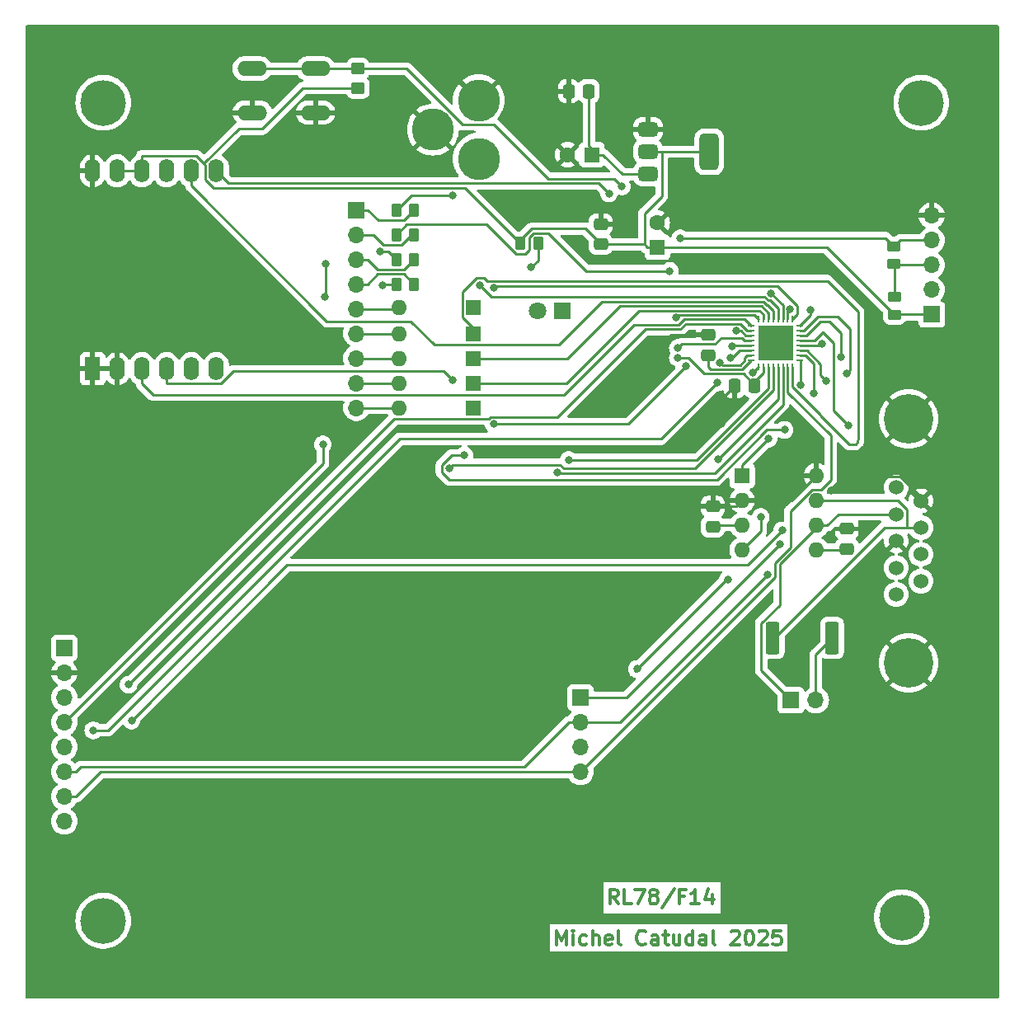
<source format=gtl>
G04 #@! TF.GenerationSoftware,KiCad,Pcbnew,8.0.6*
G04 #@! TF.CreationDate,2025-01-15T22:05:06-05:00*
G04 #@! TF.ProjectId,RL78_F14_32p_Rev2,524c3738-5f46-4313-945f-3332705f5265,rev?*
G04 #@! TF.SameCoordinates,Original*
G04 #@! TF.FileFunction,Copper,L1,Top*
G04 #@! TF.FilePolarity,Positive*
%FSLAX46Y46*%
G04 Gerber Fmt 4.6, Leading zero omitted, Abs format (unit mm)*
G04 Created by KiCad (PCBNEW 8.0.6) date 2025-01-15 22:05:06*
%MOMM*%
%LPD*%
G01*
G04 APERTURE LIST*
G04 Aperture macros list*
%AMRoundRect*
0 Rectangle with rounded corners*
0 $1 Rounding radius*
0 $2 $3 $4 $5 $6 $7 $8 $9 X,Y pos of 4 corners*
0 Add a 4 corners polygon primitive as box body*
4,1,4,$2,$3,$4,$5,$6,$7,$8,$9,$2,$3,0*
0 Add four circle primitives for the rounded corners*
1,1,$1+$1,$2,$3*
1,1,$1+$1,$4,$5*
1,1,$1+$1,$6,$7*
1,1,$1+$1,$8,$9*
0 Add four rect primitives between the rounded corners*
20,1,$1+$1,$2,$3,$4,$5,0*
20,1,$1+$1,$4,$5,$6,$7,0*
20,1,$1+$1,$6,$7,$8,$9,0*
20,1,$1+$1,$8,$9,$2,$3,0*%
G04 Aperture macros list end*
%ADD10C,0.300000*%
G04 #@! TA.AperFunction,NonConductor*
%ADD11C,0.300000*%
G04 #@! TD*
G04 #@! TA.AperFunction,ComponentPad*
%ADD12R,1.600000X1.600000*%
G04 #@! TD*
G04 #@! TA.AperFunction,ComponentPad*
%ADD13O,1.600000X1.600000*%
G04 #@! TD*
G04 #@! TA.AperFunction,ComponentPad*
%ADD14C,4.700000*%
G04 #@! TD*
G04 #@! TA.AperFunction,ComponentPad*
%ADD15C,4.318000*%
G04 #@! TD*
G04 #@! TA.AperFunction,SMDPad,CuDef*
%ADD16RoundRect,0.250000X0.337500X0.475000X-0.337500X0.475000X-0.337500X-0.475000X0.337500X-0.475000X0*%
G04 #@! TD*
G04 #@! TA.AperFunction,ComponentPad*
%ADD17R,1.700000X1.700000*%
G04 #@! TD*
G04 #@! TA.AperFunction,ComponentPad*
%ADD18O,1.700000X1.700000*%
G04 #@! TD*
G04 #@! TA.AperFunction,SMDPad,CuDef*
%ADD19RoundRect,0.250000X0.450000X-0.262500X0.450000X0.262500X-0.450000X0.262500X-0.450000X-0.262500X0*%
G04 #@! TD*
G04 #@! TA.AperFunction,SMDPad,CuDef*
%ADD20RoundRect,0.250000X-0.262500X-0.450000X0.262500X-0.450000X0.262500X0.450000X-0.262500X0.450000X0*%
G04 #@! TD*
G04 #@! TA.AperFunction,SMDPad,CuDef*
%ADD21RoundRect,0.250000X-0.450000X0.350000X-0.450000X-0.350000X0.450000X-0.350000X0.450000X0.350000X0*%
G04 #@! TD*
G04 #@! TA.AperFunction,ComponentPad*
%ADD22R,1.600000X2.400000*%
G04 #@! TD*
G04 #@! TA.AperFunction,ComponentPad*
%ADD23O,1.600000X2.400000*%
G04 #@! TD*
G04 #@! TA.AperFunction,ComponentPad*
%ADD24C,1.600000*%
G04 #@! TD*
G04 #@! TA.AperFunction,SMDPad,CuDef*
%ADD25RoundRect,0.250000X0.475000X-0.337500X0.475000X0.337500X-0.475000X0.337500X-0.475000X-0.337500X0*%
G04 #@! TD*
G04 #@! TA.AperFunction,SMDPad,CuDef*
%ADD26RoundRect,0.062500X-0.312500X-0.062500X0.312500X-0.062500X0.312500X0.062500X-0.312500X0.062500X0*%
G04 #@! TD*
G04 #@! TA.AperFunction,SMDPad,CuDef*
%ADD27RoundRect,0.062500X-0.062500X-0.312500X0.062500X-0.312500X0.062500X0.312500X-0.062500X0.312500X0*%
G04 #@! TD*
G04 #@! TA.AperFunction,HeatsinkPad*
%ADD28R,3.650000X3.650000*%
G04 #@! TD*
G04 #@! TA.AperFunction,SMDPad,CuDef*
%ADD29RoundRect,0.249999X-0.450001X-1.425001X0.450001X-1.425001X0.450001X1.425001X-0.450001X1.425001X0*%
G04 #@! TD*
G04 #@! TA.AperFunction,ComponentPad*
%ADD30O,3.048000X1.524000*%
G04 #@! TD*
G04 #@! TA.AperFunction,SMDPad,CuDef*
%ADD31RoundRect,0.375000X-0.625000X-0.375000X0.625000X-0.375000X0.625000X0.375000X-0.625000X0.375000X0*%
G04 #@! TD*
G04 #@! TA.AperFunction,SMDPad,CuDef*
%ADD32RoundRect,0.500000X-0.500000X-1.400000X0.500000X-1.400000X0.500000X1.400000X-0.500000X1.400000X0*%
G04 #@! TD*
G04 #@! TA.AperFunction,ComponentPad*
%ADD33R,1.800000X1.800000*%
G04 #@! TD*
G04 #@! TA.AperFunction,ComponentPad*
%ADD34C,1.800000*%
G04 #@! TD*
G04 #@! TA.AperFunction,ComponentPad*
%ADD35C,1.524000*%
G04 #@! TD*
G04 #@! TA.AperFunction,ComponentPad*
%ADD36C,5.080000*%
G04 #@! TD*
G04 #@! TA.AperFunction,ViaPad*
%ADD37C,0.800000*%
G04 #@! TD*
G04 #@! TA.AperFunction,Conductor*
%ADD38C,0.250000*%
G04 #@! TD*
G04 APERTURE END LIST*
D10*
D11*
X130871429Y-155278328D02*
X130371429Y-154564042D01*
X130014286Y-155278328D02*
X130014286Y-153778328D01*
X130014286Y-153778328D02*
X130585715Y-153778328D01*
X130585715Y-153778328D02*
X130728572Y-153849757D01*
X130728572Y-153849757D02*
X130800001Y-153921185D01*
X130800001Y-153921185D02*
X130871429Y-154064042D01*
X130871429Y-154064042D02*
X130871429Y-154278328D01*
X130871429Y-154278328D02*
X130800001Y-154421185D01*
X130800001Y-154421185D02*
X130728572Y-154492614D01*
X130728572Y-154492614D02*
X130585715Y-154564042D01*
X130585715Y-154564042D02*
X130014286Y-154564042D01*
X132228572Y-155278328D02*
X131514286Y-155278328D01*
X131514286Y-155278328D02*
X131514286Y-153778328D01*
X132585715Y-153778328D02*
X133585715Y-153778328D01*
X133585715Y-153778328D02*
X132942858Y-155278328D01*
X134371429Y-154421185D02*
X134228572Y-154349757D01*
X134228572Y-154349757D02*
X134157143Y-154278328D01*
X134157143Y-154278328D02*
X134085715Y-154135471D01*
X134085715Y-154135471D02*
X134085715Y-154064042D01*
X134085715Y-154064042D02*
X134157143Y-153921185D01*
X134157143Y-153921185D02*
X134228572Y-153849757D01*
X134228572Y-153849757D02*
X134371429Y-153778328D01*
X134371429Y-153778328D02*
X134657143Y-153778328D01*
X134657143Y-153778328D02*
X134800001Y-153849757D01*
X134800001Y-153849757D02*
X134871429Y-153921185D01*
X134871429Y-153921185D02*
X134942858Y-154064042D01*
X134942858Y-154064042D02*
X134942858Y-154135471D01*
X134942858Y-154135471D02*
X134871429Y-154278328D01*
X134871429Y-154278328D02*
X134800001Y-154349757D01*
X134800001Y-154349757D02*
X134657143Y-154421185D01*
X134657143Y-154421185D02*
X134371429Y-154421185D01*
X134371429Y-154421185D02*
X134228572Y-154492614D01*
X134228572Y-154492614D02*
X134157143Y-154564042D01*
X134157143Y-154564042D02*
X134085715Y-154706900D01*
X134085715Y-154706900D02*
X134085715Y-154992614D01*
X134085715Y-154992614D02*
X134157143Y-155135471D01*
X134157143Y-155135471D02*
X134228572Y-155206900D01*
X134228572Y-155206900D02*
X134371429Y-155278328D01*
X134371429Y-155278328D02*
X134657143Y-155278328D01*
X134657143Y-155278328D02*
X134800001Y-155206900D01*
X134800001Y-155206900D02*
X134871429Y-155135471D01*
X134871429Y-155135471D02*
X134942858Y-154992614D01*
X134942858Y-154992614D02*
X134942858Y-154706900D01*
X134942858Y-154706900D02*
X134871429Y-154564042D01*
X134871429Y-154564042D02*
X134800001Y-154492614D01*
X134800001Y-154492614D02*
X134657143Y-154421185D01*
X136657143Y-153706900D02*
X135371429Y-155635471D01*
X137657143Y-154492614D02*
X137157143Y-154492614D01*
X137157143Y-155278328D02*
X137157143Y-153778328D01*
X137157143Y-153778328D02*
X137871429Y-153778328D01*
X139228572Y-155278328D02*
X138371429Y-155278328D01*
X138800000Y-155278328D02*
X138800000Y-153778328D01*
X138800000Y-153778328D02*
X138657143Y-153992614D01*
X138657143Y-153992614D02*
X138514286Y-154135471D01*
X138514286Y-154135471D02*
X138371429Y-154206900D01*
X140514286Y-154278328D02*
X140514286Y-155278328D01*
X140157143Y-153706900D02*
X139800000Y-154778328D01*
X139800000Y-154778328D02*
X140728571Y-154778328D01*
D10*
D11*
X124550000Y-159503328D02*
X124550000Y-158003328D01*
X124550000Y-158003328D02*
X125050000Y-159074757D01*
X125050000Y-159074757D02*
X125550000Y-158003328D01*
X125550000Y-158003328D02*
X125550000Y-159503328D01*
X126264286Y-159503328D02*
X126264286Y-158503328D01*
X126264286Y-158003328D02*
X126192858Y-158074757D01*
X126192858Y-158074757D02*
X126264286Y-158146185D01*
X126264286Y-158146185D02*
X126335715Y-158074757D01*
X126335715Y-158074757D02*
X126264286Y-158003328D01*
X126264286Y-158003328D02*
X126264286Y-158146185D01*
X127621430Y-159431900D02*
X127478572Y-159503328D01*
X127478572Y-159503328D02*
X127192858Y-159503328D01*
X127192858Y-159503328D02*
X127050001Y-159431900D01*
X127050001Y-159431900D02*
X126978572Y-159360471D01*
X126978572Y-159360471D02*
X126907144Y-159217614D01*
X126907144Y-159217614D02*
X126907144Y-158789042D01*
X126907144Y-158789042D02*
X126978572Y-158646185D01*
X126978572Y-158646185D02*
X127050001Y-158574757D01*
X127050001Y-158574757D02*
X127192858Y-158503328D01*
X127192858Y-158503328D02*
X127478572Y-158503328D01*
X127478572Y-158503328D02*
X127621430Y-158574757D01*
X128264286Y-159503328D02*
X128264286Y-158003328D01*
X128907144Y-159503328D02*
X128907144Y-158717614D01*
X128907144Y-158717614D02*
X128835715Y-158574757D01*
X128835715Y-158574757D02*
X128692858Y-158503328D01*
X128692858Y-158503328D02*
X128478572Y-158503328D01*
X128478572Y-158503328D02*
X128335715Y-158574757D01*
X128335715Y-158574757D02*
X128264286Y-158646185D01*
X130192858Y-159431900D02*
X130050001Y-159503328D01*
X130050001Y-159503328D02*
X129764287Y-159503328D01*
X129764287Y-159503328D02*
X129621429Y-159431900D01*
X129621429Y-159431900D02*
X129550001Y-159289042D01*
X129550001Y-159289042D02*
X129550001Y-158717614D01*
X129550001Y-158717614D02*
X129621429Y-158574757D01*
X129621429Y-158574757D02*
X129764287Y-158503328D01*
X129764287Y-158503328D02*
X130050001Y-158503328D01*
X130050001Y-158503328D02*
X130192858Y-158574757D01*
X130192858Y-158574757D02*
X130264287Y-158717614D01*
X130264287Y-158717614D02*
X130264287Y-158860471D01*
X130264287Y-158860471D02*
X129550001Y-159003328D01*
X131121429Y-159503328D02*
X130978572Y-159431900D01*
X130978572Y-159431900D02*
X130907143Y-159289042D01*
X130907143Y-159289042D02*
X130907143Y-158003328D01*
X133692857Y-159360471D02*
X133621429Y-159431900D01*
X133621429Y-159431900D02*
X133407143Y-159503328D01*
X133407143Y-159503328D02*
X133264286Y-159503328D01*
X133264286Y-159503328D02*
X133050000Y-159431900D01*
X133050000Y-159431900D02*
X132907143Y-159289042D01*
X132907143Y-159289042D02*
X132835714Y-159146185D01*
X132835714Y-159146185D02*
X132764286Y-158860471D01*
X132764286Y-158860471D02*
X132764286Y-158646185D01*
X132764286Y-158646185D02*
X132835714Y-158360471D01*
X132835714Y-158360471D02*
X132907143Y-158217614D01*
X132907143Y-158217614D02*
X133050000Y-158074757D01*
X133050000Y-158074757D02*
X133264286Y-158003328D01*
X133264286Y-158003328D02*
X133407143Y-158003328D01*
X133407143Y-158003328D02*
X133621429Y-158074757D01*
X133621429Y-158074757D02*
X133692857Y-158146185D01*
X134978572Y-159503328D02*
X134978572Y-158717614D01*
X134978572Y-158717614D02*
X134907143Y-158574757D01*
X134907143Y-158574757D02*
X134764286Y-158503328D01*
X134764286Y-158503328D02*
X134478572Y-158503328D01*
X134478572Y-158503328D02*
X134335714Y-158574757D01*
X134978572Y-159431900D02*
X134835714Y-159503328D01*
X134835714Y-159503328D02*
X134478572Y-159503328D01*
X134478572Y-159503328D02*
X134335714Y-159431900D01*
X134335714Y-159431900D02*
X134264286Y-159289042D01*
X134264286Y-159289042D02*
X134264286Y-159146185D01*
X134264286Y-159146185D02*
X134335714Y-159003328D01*
X134335714Y-159003328D02*
X134478572Y-158931900D01*
X134478572Y-158931900D02*
X134835714Y-158931900D01*
X134835714Y-158931900D02*
X134978572Y-158860471D01*
X135478572Y-158503328D02*
X136050000Y-158503328D01*
X135692857Y-158003328D02*
X135692857Y-159289042D01*
X135692857Y-159289042D02*
X135764286Y-159431900D01*
X135764286Y-159431900D02*
X135907143Y-159503328D01*
X135907143Y-159503328D02*
X136050000Y-159503328D01*
X137192858Y-158503328D02*
X137192858Y-159503328D01*
X136550000Y-158503328D02*
X136550000Y-159289042D01*
X136550000Y-159289042D02*
X136621429Y-159431900D01*
X136621429Y-159431900D02*
X136764286Y-159503328D01*
X136764286Y-159503328D02*
X136978572Y-159503328D01*
X136978572Y-159503328D02*
X137121429Y-159431900D01*
X137121429Y-159431900D02*
X137192858Y-159360471D01*
X138550001Y-159503328D02*
X138550001Y-158003328D01*
X138550001Y-159431900D02*
X138407143Y-159503328D01*
X138407143Y-159503328D02*
X138121429Y-159503328D01*
X138121429Y-159503328D02*
X137978572Y-159431900D01*
X137978572Y-159431900D02*
X137907143Y-159360471D01*
X137907143Y-159360471D02*
X137835715Y-159217614D01*
X137835715Y-159217614D02*
X137835715Y-158789042D01*
X137835715Y-158789042D02*
X137907143Y-158646185D01*
X137907143Y-158646185D02*
X137978572Y-158574757D01*
X137978572Y-158574757D02*
X138121429Y-158503328D01*
X138121429Y-158503328D02*
X138407143Y-158503328D01*
X138407143Y-158503328D02*
X138550001Y-158574757D01*
X139907144Y-159503328D02*
X139907144Y-158717614D01*
X139907144Y-158717614D02*
X139835715Y-158574757D01*
X139835715Y-158574757D02*
X139692858Y-158503328D01*
X139692858Y-158503328D02*
X139407144Y-158503328D01*
X139407144Y-158503328D02*
X139264286Y-158574757D01*
X139907144Y-159431900D02*
X139764286Y-159503328D01*
X139764286Y-159503328D02*
X139407144Y-159503328D01*
X139407144Y-159503328D02*
X139264286Y-159431900D01*
X139264286Y-159431900D02*
X139192858Y-159289042D01*
X139192858Y-159289042D02*
X139192858Y-159146185D01*
X139192858Y-159146185D02*
X139264286Y-159003328D01*
X139264286Y-159003328D02*
X139407144Y-158931900D01*
X139407144Y-158931900D02*
X139764286Y-158931900D01*
X139764286Y-158931900D02*
X139907144Y-158860471D01*
X140835715Y-159503328D02*
X140692858Y-159431900D01*
X140692858Y-159431900D02*
X140621429Y-159289042D01*
X140621429Y-159289042D02*
X140621429Y-158003328D01*
X142478572Y-158146185D02*
X142550000Y-158074757D01*
X142550000Y-158074757D02*
X142692858Y-158003328D01*
X142692858Y-158003328D02*
X143050000Y-158003328D01*
X143050000Y-158003328D02*
X143192858Y-158074757D01*
X143192858Y-158074757D02*
X143264286Y-158146185D01*
X143264286Y-158146185D02*
X143335715Y-158289042D01*
X143335715Y-158289042D02*
X143335715Y-158431900D01*
X143335715Y-158431900D02*
X143264286Y-158646185D01*
X143264286Y-158646185D02*
X142407143Y-159503328D01*
X142407143Y-159503328D02*
X143335715Y-159503328D01*
X144264286Y-158003328D02*
X144407143Y-158003328D01*
X144407143Y-158003328D02*
X144550000Y-158074757D01*
X144550000Y-158074757D02*
X144621429Y-158146185D01*
X144621429Y-158146185D02*
X144692857Y-158289042D01*
X144692857Y-158289042D02*
X144764286Y-158574757D01*
X144764286Y-158574757D02*
X144764286Y-158931900D01*
X144764286Y-158931900D02*
X144692857Y-159217614D01*
X144692857Y-159217614D02*
X144621429Y-159360471D01*
X144621429Y-159360471D02*
X144550000Y-159431900D01*
X144550000Y-159431900D02*
X144407143Y-159503328D01*
X144407143Y-159503328D02*
X144264286Y-159503328D01*
X144264286Y-159503328D02*
X144121429Y-159431900D01*
X144121429Y-159431900D02*
X144050000Y-159360471D01*
X144050000Y-159360471D02*
X143978571Y-159217614D01*
X143978571Y-159217614D02*
X143907143Y-158931900D01*
X143907143Y-158931900D02*
X143907143Y-158574757D01*
X143907143Y-158574757D02*
X143978571Y-158289042D01*
X143978571Y-158289042D02*
X144050000Y-158146185D01*
X144050000Y-158146185D02*
X144121429Y-158074757D01*
X144121429Y-158074757D02*
X144264286Y-158003328D01*
X145335714Y-158146185D02*
X145407142Y-158074757D01*
X145407142Y-158074757D02*
X145550000Y-158003328D01*
X145550000Y-158003328D02*
X145907142Y-158003328D01*
X145907142Y-158003328D02*
X146050000Y-158074757D01*
X146050000Y-158074757D02*
X146121428Y-158146185D01*
X146121428Y-158146185D02*
X146192857Y-158289042D01*
X146192857Y-158289042D02*
X146192857Y-158431900D01*
X146192857Y-158431900D02*
X146121428Y-158646185D01*
X146121428Y-158646185D02*
X145264285Y-159503328D01*
X145264285Y-159503328D02*
X146192857Y-159503328D01*
X147549999Y-158003328D02*
X146835713Y-158003328D01*
X146835713Y-158003328D02*
X146764285Y-158717614D01*
X146764285Y-158717614D02*
X146835713Y-158646185D01*
X146835713Y-158646185D02*
X146978571Y-158574757D01*
X146978571Y-158574757D02*
X147335713Y-158574757D01*
X147335713Y-158574757D02*
X147478571Y-158646185D01*
X147478571Y-158646185D02*
X147549999Y-158717614D01*
X147549999Y-158717614D02*
X147621428Y-158860471D01*
X147621428Y-158860471D02*
X147621428Y-159217614D01*
X147621428Y-159217614D02*
X147549999Y-159360471D01*
X147549999Y-159360471D02*
X147478571Y-159431900D01*
X147478571Y-159431900D02*
X147335713Y-159503328D01*
X147335713Y-159503328D02*
X146978571Y-159503328D01*
X146978571Y-159503328D02*
X146835713Y-159431900D01*
X146835713Y-159431900D02*
X146764285Y-159360471D01*
D12*
X116000000Y-94050000D03*
D13*
X108380000Y-94050000D03*
D14*
X78000000Y-73000000D03*
X162000000Y-73000000D03*
X78000000Y-157000000D03*
X159997000Y-156643000D03*
D15*
X116550000Y-72750000D03*
X111850000Y-75750000D03*
X116550000Y-78750000D03*
D16*
X127867500Y-71820000D03*
X125792500Y-71820000D03*
D17*
X148625000Y-134350000D03*
D18*
X151165000Y-134350000D03*
D12*
X116000000Y-104320000D03*
D13*
X108380000Y-104320000D03*
D19*
X159200000Y-89575000D03*
X159200000Y-87750000D03*
D20*
X120837500Y-87450000D03*
X122662500Y-87450000D03*
D21*
X104150000Y-69500000D03*
X104150000Y-71500000D03*
D22*
X76900000Y-100320000D03*
D23*
X79440000Y-100320000D03*
X81980000Y-100320000D03*
X84520000Y-100320000D03*
X87060000Y-100320000D03*
X89600000Y-100320000D03*
X89600000Y-80000000D03*
X87060000Y-80000000D03*
X84520000Y-80000000D03*
X81980000Y-80000000D03*
X79440000Y-80000000D03*
X76900000Y-80000000D03*
D17*
X104000000Y-84000000D03*
D18*
X104000000Y-86540000D03*
X104000000Y-89080000D03*
X104000000Y-91620000D03*
X104000000Y-94160000D03*
X104000000Y-96700000D03*
X104000000Y-99240000D03*
X104000000Y-101780000D03*
X104000000Y-104320000D03*
D12*
X134900000Y-87832400D03*
D24*
X134900000Y-85332400D03*
D12*
X128175000Y-78325000D03*
D24*
X125675000Y-78325000D03*
D12*
X116000000Y-101780000D03*
D13*
X108380000Y-101780000D03*
D25*
X140100000Y-98925000D03*
X140100000Y-96850000D03*
D20*
X108087500Y-86540000D03*
X109912500Y-86540000D03*
X108087500Y-84000000D03*
X109912500Y-84000000D03*
D12*
X143600000Y-111300000D03*
D13*
X143600000Y-113840000D03*
X143600000Y-116380000D03*
X143600000Y-118920000D03*
X151220000Y-118920000D03*
X151220000Y-116380000D03*
X151220000Y-113840000D03*
X151220000Y-111300000D03*
D12*
X116000000Y-96700000D03*
D13*
X108380000Y-96700000D03*
D25*
X154350000Y-118837500D03*
X154350000Y-116762500D03*
X140600000Y-116537500D03*
X140600000Y-114462500D03*
D26*
X144567500Y-95920000D03*
X144567500Y-96420000D03*
X144567500Y-96920000D03*
X144567500Y-97420000D03*
X144567500Y-97920000D03*
X144567500Y-98420000D03*
X144567500Y-98920000D03*
X144567500Y-99420000D03*
D27*
X145292500Y-100145000D03*
X145792500Y-100145000D03*
X146292500Y-100145000D03*
X146792500Y-100145000D03*
X147292500Y-100145000D03*
X147792500Y-100145000D03*
X148292500Y-100145000D03*
X148792500Y-100145000D03*
D26*
X149517500Y-99420000D03*
X149517500Y-98920000D03*
X149517500Y-98420000D03*
X149517500Y-97920000D03*
X149517500Y-97420000D03*
X149517500Y-96920000D03*
X149517500Y-96420000D03*
X149517500Y-95920000D03*
D27*
X148792500Y-95195000D03*
X148292500Y-95195000D03*
X147792500Y-95195000D03*
X147292500Y-95195000D03*
X146792500Y-95195000D03*
X146292500Y-95195000D03*
X145792500Y-95195000D03*
X145292500Y-95195000D03*
D28*
X147042500Y-97670000D03*
D17*
X74000000Y-129000000D03*
D18*
X74000000Y-131540000D03*
X74000000Y-134080000D03*
X74000000Y-136620000D03*
X74000000Y-139160000D03*
X74000000Y-141700000D03*
X74000000Y-144240000D03*
X74000000Y-146780000D03*
D25*
X129100000Y-87537500D03*
X129100000Y-85462500D03*
D19*
X159260000Y-94775000D03*
X159260000Y-92950000D03*
D17*
X163080000Y-94742500D03*
D18*
X163080000Y-92202500D03*
X163080000Y-89662500D03*
X163080000Y-87122500D03*
X163080000Y-84582500D03*
D29*
X146750000Y-127950000D03*
X152850000Y-127950000D03*
D20*
X108087500Y-91620000D03*
X109912500Y-91620000D03*
D30*
X93298800Y-69489400D03*
X99801200Y-69489400D03*
X93298800Y-74010600D03*
X99801200Y-74010600D03*
D17*
X127000000Y-134080000D03*
D18*
X127000000Y-136620000D03*
X127000000Y-139160000D03*
X127000000Y-141700000D03*
D20*
X108087500Y-89080000D03*
X109912500Y-89080000D03*
D31*
X133930000Y-75727500D03*
X133930000Y-78027500D03*
D32*
X140230000Y-78027500D03*
D31*
X133930000Y-80327500D03*
D16*
X144900000Y-102100000D03*
X142825000Y-102100000D03*
D33*
X125175000Y-94400000D03*
D34*
X122635000Y-94400000D03*
D35*
X159430000Y-112513600D03*
X159430000Y-115256800D03*
X159430000Y-118000000D03*
X159430000Y-120743200D03*
X159430000Y-123486400D03*
X161970000Y-113885200D03*
X161970000Y-116628400D03*
X161970000Y-119371600D03*
X161970000Y-122114800D03*
D36*
X160700000Y-105477800D03*
X160700000Y-130522200D03*
D12*
X116000000Y-99240000D03*
D13*
X108380000Y-99240000D03*
D37*
X132700000Y-83250000D03*
X106650000Y-91750000D03*
X103450000Y-131350000D03*
X152700000Y-112850000D03*
X100850000Y-89567700D03*
X100750000Y-92959100D03*
X132800000Y-131150000D03*
X142130496Y-121980496D03*
X80594850Y-132744850D03*
X100550000Y-108100000D03*
X146237700Y-121450000D03*
X154525000Y-106175000D03*
X156050000Y-116550000D03*
X131000000Y-102150000D03*
X131250000Y-81600000D03*
X142600000Y-98000000D03*
X138300000Y-114250000D03*
X136625000Y-108375000D03*
X141500000Y-105950000D03*
X144725357Y-100718038D03*
X145512500Y-115537200D03*
X153717544Y-99092544D03*
X146324400Y-107485900D03*
X154325000Y-100800000D03*
X113499100Y-110572100D03*
X125781600Y-109689400D03*
X106430600Y-88244800D03*
X141350000Y-99670400D03*
X136173000Y-90277700D03*
X142400000Y-99220400D03*
X113900000Y-82479700D03*
X116648500Y-91707200D03*
X152241100Y-101566200D03*
X147964000Y-106592400D03*
X115073500Y-109207100D03*
X113836700Y-101451200D03*
X151774204Y-97751101D03*
X129931200Y-82310300D03*
X149632700Y-101975700D03*
X147473900Y-118345200D03*
X146589000Y-92572600D03*
X150650000Y-94250000D03*
X147712200Y-116926200D03*
X80900000Y-136450000D03*
X76972400Y-137447100D03*
X141038600Y-101753800D03*
X148523100Y-94166100D03*
X118073800Y-92038300D03*
X150946600Y-102850500D03*
X137256200Y-86914500D03*
X137012652Y-98187345D03*
X142963400Y-96413200D03*
X136793600Y-95064900D03*
X137827500Y-100081700D03*
X118073800Y-105978300D03*
X124618100Y-110921200D03*
X121927700Y-89906700D03*
X141157100Y-109583700D03*
X137000000Y-99200000D03*
D38*
X130487500Y-85462500D02*
X132700000Y-83250000D01*
X129100000Y-85462500D02*
X130487500Y-85462500D01*
X100550000Y-108100000D02*
X100550000Y-110070000D01*
X100550000Y-110070000D02*
X74000000Y-136620000D01*
X106780000Y-91620000D02*
X106650000Y-91750000D01*
X108087500Y-91620000D02*
X106780000Y-91620000D01*
X117094600Y-90947800D02*
X116359400Y-90947800D01*
X117458300Y-91311500D02*
X117094600Y-90947800D01*
X152361500Y-91311500D02*
X117458300Y-91311500D01*
X155500000Y-94450000D02*
X152361500Y-91311500D01*
X155500000Y-107600000D02*
X155500000Y-94450000D01*
X114873300Y-92433900D02*
X114873300Y-95010000D01*
X155450000Y-107650000D02*
X155500000Y-107600000D01*
X154600000Y-108050000D02*
X155250000Y-108050000D01*
X151646650Y-105096650D02*
X154600000Y-108050000D01*
X155450000Y-107850000D02*
X155450000Y-107650000D01*
X155250000Y-108050000D02*
X155450000Y-107850000D01*
X151646650Y-105053350D02*
X151646650Y-105096650D01*
X148792500Y-102199200D02*
X151646650Y-105053350D01*
X116000000Y-96136700D02*
X116000000Y-96700000D01*
X148792500Y-100145000D02*
X148792500Y-102199200D01*
X116359400Y-90947800D02*
X114873300Y-92433900D01*
X114873300Y-95010000D02*
X116000000Y-96136700D01*
X127000000Y-141700000D02*
X127013005Y-141700000D01*
X127013005Y-141700000D02*
X146962700Y-121750305D01*
X146962700Y-121750305D02*
X146962700Y-120237300D01*
X148550000Y-114919009D02*
X150754009Y-112715000D01*
X146962700Y-120237300D02*
X148550000Y-118650000D01*
X148292500Y-102743100D02*
X148292500Y-100145000D01*
X148550000Y-118650000D02*
X148550000Y-114919009D01*
X150754009Y-112715000D02*
X151685991Y-112715000D01*
X151685991Y-112715000D02*
X152700000Y-111700991D01*
X152700000Y-111700991D02*
X152700000Y-107150600D01*
X152700000Y-107150600D02*
X148292500Y-102743100D01*
X152700000Y-112850000D02*
X154123400Y-111426600D01*
X154123400Y-111426600D02*
X159880251Y-111426600D01*
X159880251Y-111426600D02*
X161970000Y-113516349D01*
X161970000Y-113516349D02*
X161970000Y-113885200D01*
X100750000Y-92959100D02*
X100850000Y-92859100D01*
X100850000Y-92859100D02*
X100850000Y-89567700D01*
X132800000Y-131150000D02*
X132600000Y-131350000D01*
X142130496Y-121980496D02*
X141969504Y-121980496D01*
X141969504Y-121980496D02*
X132800000Y-131150000D01*
X80900000Y-136450000D02*
X96900000Y-120450000D01*
X96900000Y-120450000D02*
X144188400Y-120450000D01*
X144188400Y-120450000D02*
X147712200Y-116926200D01*
X151220000Y-116380000D02*
X151220000Y-116616396D01*
X145550000Y-131275000D02*
X148625000Y-134350000D01*
X151220000Y-116616396D02*
X147450000Y-120386396D01*
X147450000Y-120386396D02*
X147450000Y-124554900D01*
X147450000Y-124554900D02*
X145550000Y-126454900D01*
X145550000Y-126454900D02*
X145550000Y-131275000D01*
X76972400Y-137447100D02*
X78502900Y-137447100D01*
X78502900Y-137447100D02*
X108447400Y-107502600D01*
X108447400Y-107502600D02*
X135289800Y-107502600D01*
X135289800Y-107502600D02*
X141038600Y-101753800D01*
X146237700Y-121450000D02*
X131067700Y-136620000D01*
X131067700Y-136620000D02*
X127000000Y-136620000D01*
X154525000Y-106175000D02*
X154550000Y-106200000D01*
X152966100Y-104616100D02*
X154525000Y-106175000D01*
X152966100Y-97666100D02*
X152966100Y-104616100D01*
X151900000Y-96600000D02*
X152966100Y-97666100D01*
X151774204Y-97751101D02*
X151605305Y-97920000D01*
X151605305Y-97920000D02*
X149517500Y-97920000D01*
X154325000Y-100800000D02*
X154650000Y-100475000D01*
X154650000Y-96200000D02*
X153437240Y-94987240D01*
X154650000Y-100475000D02*
X154650000Y-96200000D01*
X153437240Y-94987240D02*
X151375000Y-94987240D01*
X151375000Y-94987240D02*
X149942240Y-96420000D01*
X149942240Y-96420000D02*
X149517500Y-96420000D01*
X149517500Y-97420000D02*
X151080000Y-97420000D01*
X151080000Y-97420000D02*
X151900000Y-96600000D01*
X153717544Y-99092544D02*
X153717544Y-96667544D01*
X153717544Y-96667544D02*
X152550000Y-95500000D01*
X150230000Y-96920000D02*
X149517500Y-96920000D01*
X152550000Y-95500000D02*
X151650000Y-95500000D01*
X151650000Y-95500000D02*
X150230000Y-96920000D01*
X150650000Y-94250000D02*
X150650000Y-94787500D01*
X150650000Y-94787500D02*
X149517500Y-95920000D01*
X155837500Y-116762500D02*
X156050000Y-116550000D01*
X154350000Y-116762500D02*
X155837500Y-116762500D01*
X143600000Y-113840000D02*
X148680000Y-113840000D01*
X148680000Y-113840000D02*
X151220000Y-111300000D01*
X143600000Y-118920000D02*
X145512400Y-117007600D01*
X145512400Y-117007600D02*
X145512400Y-115537200D01*
X145512400Y-115537200D02*
X145512500Y-115537200D01*
X136300000Y-96850000D02*
X131000000Y-102150000D01*
X140100000Y-96850000D02*
X136300000Y-96850000D01*
X141444400Y-97138200D02*
X143587008Y-97138200D01*
X143868808Y-97420000D02*
X144567500Y-97420000D01*
X137012652Y-98187345D02*
X137437497Y-97762500D01*
X137437497Y-97762500D02*
X140820100Y-97762500D01*
X140820100Y-97762500D02*
X141444400Y-97138200D01*
X143587008Y-97138200D02*
X143868808Y-97420000D01*
X138070300Y-99200000D02*
X139715700Y-100845400D01*
X137000000Y-99200000D02*
X138070300Y-99200000D01*
X139715700Y-100845400D02*
X143738800Y-100845400D01*
X143738800Y-100845400D02*
X144681100Y-101787600D01*
X131250000Y-81600000D02*
X130467700Y-80817700D01*
X130467700Y-80817700D02*
X123717700Y-80817700D01*
X123717700Y-80817700D02*
X118134000Y-75234000D01*
X118134000Y-75234000D02*
X114884000Y-75234000D01*
X114884000Y-75234000D02*
X109150000Y-69500000D01*
X109150000Y-69500000D02*
X104150000Y-69500000D01*
X144567500Y-97920000D02*
X142680000Y-97920000D01*
X142680000Y-97920000D02*
X142600000Y-98000000D01*
X144517500Y-98470000D02*
X144567500Y-98420000D01*
X142400000Y-99220400D02*
X142606808Y-99220400D01*
X142606808Y-99220400D02*
X143357208Y-98470000D01*
X143357208Y-98470000D02*
X144517500Y-98470000D01*
X141350000Y-99670400D02*
X141625000Y-99945400D01*
X143867500Y-99195260D02*
X144142760Y-98920000D01*
X141625000Y-99945400D02*
X143405704Y-99945400D01*
X143405704Y-99945400D02*
X143867500Y-99483604D01*
X143867500Y-99483604D02*
X143867500Y-99195260D01*
X144142760Y-98920000D02*
X144567500Y-98920000D01*
X140100000Y-98925000D02*
X140100000Y-100100000D01*
X140100000Y-100100000D02*
X140395400Y-100395400D01*
X143592100Y-100395400D02*
X144567500Y-99420000D01*
X140395400Y-100395400D02*
X143592100Y-100395400D01*
X144725357Y-100718038D02*
X144725357Y-100712143D01*
X144725357Y-100712143D02*
X145292500Y-100145000D01*
X142963400Y-96413200D02*
X143498404Y-96413200D01*
X143498404Y-96413200D02*
X143955204Y-96870000D01*
X143955204Y-96870000D02*
X144567500Y-96870000D01*
X144567500Y-96870000D02*
X144567500Y-96920000D01*
X137281700Y-96243300D02*
X133661800Y-96243300D01*
X117772900Y-105251600D02*
X117577800Y-105446700D01*
X133661800Y-96243300D02*
X124653500Y-105251600D01*
X137836800Y-95688200D02*
X137281700Y-96243300D01*
X117577800Y-105446700D02*
X107893000Y-105446700D01*
X143409800Y-95688200D02*
X137836800Y-95688200D01*
X144141600Y-96420000D02*
X143409800Y-95688200D01*
X107893000Y-105446700D02*
X80594850Y-132744850D01*
X124653500Y-105251600D02*
X117772900Y-105251600D01*
X144567500Y-96420000D02*
X144141600Y-96420000D01*
X81980000Y-100320000D02*
X81980000Y-101846700D01*
X81980000Y-101846700D02*
X83120800Y-102987500D01*
X83120800Y-102987500D02*
X125332600Y-102987500D01*
X137648000Y-95238200D02*
X143885700Y-95238200D01*
X125332600Y-102987500D02*
X132528500Y-95791600D01*
X132528500Y-95791600D02*
X137094600Y-95791600D01*
X137094600Y-95791600D02*
X137648000Y-95238200D01*
X143885700Y-95238200D02*
X144567500Y-95920000D01*
X145292500Y-95195000D02*
X144885700Y-94788200D01*
X144885700Y-94788200D02*
X137070300Y-94788200D01*
X137070300Y-94788200D02*
X136793600Y-95064900D01*
X140600000Y-114462500D02*
X142977500Y-114462500D01*
X142977500Y-114462500D02*
X143600000Y-113840000D01*
X138300000Y-114250000D02*
X140387500Y-114250000D01*
X140387500Y-114250000D02*
X140600000Y-114462500D01*
X136625000Y-108375000D02*
X136600000Y-108400000D01*
X139050000Y-105950000D02*
X136625000Y-108375000D01*
X141500000Y-105950000D02*
X139050000Y-105950000D01*
X141500000Y-105950000D02*
X141500000Y-103425000D01*
X141500000Y-103425000D02*
X142825000Y-102100000D01*
X104139400Y-69489400D02*
X104150000Y-69500000D01*
X99801200Y-69489400D02*
X104139400Y-69489400D01*
X93298800Y-69489400D02*
X99801200Y-69489400D01*
X159569400Y-113840000D02*
X151220000Y-113840000D01*
X160542300Y-114812900D02*
X159569400Y-113840000D01*
X160542300Y-116628400D02*
X160542300Y-114812900D01*
X158220600Y-116628400D02*
X160542300Y-116628400D01*
X146899000Y-127950000D02*
X158220600Y-116628400D01*
X146750000Y-127950000D02*
X146899000Y-127950000D01*
X160542300Y-116628400D02*
X161970000Y-116628400D01*
X143600000Y-111300000D02*
X143600000Y-110173300D01*
X143637000Y-110173300D02*
X146324400Y-107485900D01*
X143600000Y-110173300D02*
X143637000Y-110173300D01*
X146792500Y-102516700D02*
X146792500Y-100145000D01*
X138738600Y-110570600D02*
X146792500Y-102516700D01*
X125295200Y-110570600D02*
X138738600Y-110570600D01*
X124919100Y-110194500D02*
X125295200Y-110570600D01*
X113876700Y-110194500D02*
X124919100Y-110194500D01*
X113499100Y-110572100D02*
X113876700Y-110194500D01*
X138959400Y-109689400D02*
X125781600Y-109689400D01*
X146292500Y-102356300D02*
X138959400Y-109689400D01*
X146292500Y-100145000D02*
X146292500Y-102356300D01*
X107252300Y-88244800D02*
X108087500Y-89080000D01*
X106430600Y-88244800D02*
X107252300Y-88244800D01*
X127605400Y-90277700D02*
X136173000Y-90277700D01*
X123698600Y-86370900D02*
X127605400Y-90277700D01*
X122210200Y-86370900D02*
X123698600Y-86370900D01*
X121768700Y-86812400D02*
X122210200Y-86370900D01*
X121768700Y-88071800D02*
X121768700Y-86812400D01*
X121337000Y-88503500D02*
X121768700Y-88071800D01*
X120361600Y-88503500D02*
X121337000Y-88503500D01*
X117353400Y-85495300D02*
X120361600Y-88503500D01*
X109132200Y-85495300D02*
X117353400Y-85495300D01*
X108087500Y-86540000D02*
X109132200Y-85495300D01*
X109607800Y-82479700D02*
X113900000Y-82479700D01*
X108087500Y-84000000D02*
X109607800Y-82479700D01*
X87060000Y-80000000D02*
X87060000Y-81526700D01*
X100963300Y-95430000D02*
X87060000Y-81526700D01*
X109569700Y-95430000D02*
X100963300Y-95430000D01*
X111986700Y-97847000D02*
X109569700Y-95430000D01*
X124816400Y-97847000D02*
X111986700Y-97847000D01*
X129228600Y-93434800D02*
X124816400Y-97847000D01*
X145784800Y-93434800D02*
X129228600Y-93434800D01*
X146101000Y-93751000D02*
X145784800Y-93434800D01*
X146201600Y-93751000D02*
X146101000Y-93751000D01*
X146792500Y-94341900D02*
X146201600Y-93751000D01*
X146792500Y-95195000D02*
X146792500Y-94341900D01*
X117866100Y-92924800D02*
X116648500Y-91707200D01*
X145913600Y-92924800D02*
X117866100Y-92924800D01*
X146288100Y-93299300D02*
X145913600Y-92924800D01*
X146461500Y-93299300D02*
X146288100Y-93299300D01*
X147292500Y-94130300D02*
X146461500Y-93299300D01*
X147292500Y-95195000D02*
X147292500Y-94130300D01*
X151674200Y-100999300D02*
X152241100Y-101566200D01*
X151674200Y-99848800D02*
X151674200Y-100999300D01*
X150245400Y-98420000D02*
X151674200Y-99848800D01*
X149517500Y-98420000D02*
X150245400Y-98420000D01*
X113759900Y-109207100D02*
X115073500Y-109207100D01*
X112772300Y-110194700D02*
X113759900Y-109207100D01*
X112772300Y-110936400D02*
X112772300Y-110194700D01*
X113524200Y-111688300D02*
X112772300Y-110936400D01*
X141021400Y-111688300D02*
X113524200Y-111688300D01*
X146117300Y-106592400D02*
X141021400Y-111688300D01*
X147964000Y-106592400D02*
X146117300Y-106592400D01*
X90066800Y-101846700D02*
X84520000Y-101846700D01*
X91344700Y-100568800D02*
X90066800Y-101846700D01*
X112954300Y-100568800D02*
X91344700Y-100568800D01*
X113836700Y-101451200D02*
X112954300Y-100568800D01*
X84520000Y-100320000D02*
X84520000Y-101846700D01*
X90867700Y-81267700D02*
X89600000Y-80000000D01*
X128888600Y-81267700D02*
X90867700Y-81267700D01*
X129931200Y-82310300D02*
X128888600Y-81267700D01*
X149632700Y-99535200D02*
X149632700Y-101975700D01*
X149517500Y-99420000D02*
X149632700Y-99535200D01*
X131739100Y-134080000D02*
X147473900Y-118345200D01*
X127000000Y-134080000D02*
X131739100Y-134080000D01*
X147792500Y-93776100D02*
X147792500Y-95195000D01*
X146589000Y-92572600D02*
X147792500Y-93776100D01*
X148292500Y-94396700D02*
X148292500Y-95195000D01*
X148523100Y-94166100D02*
X148292500Y-94396700D01*
X74000000Y-144240000D02*
X75176700Y-144240000D01*
X77716700Y-141700000D02*
X127000000Y-141700000D01*
X75176700Y-144240000D02*
X77716700Y-141700000D01*
X118266200Y-91845900D02*
X118073800Y-92038300D01*
X147235600Y-91845900D02*
X118266200Y-91845900D01*
X149279200Y-93889500D02*
X147235600Y-91845900D01*
X149279200Y-94708300D02*
X149279200Y-93889500D01*
X148792500Y-95195000D02*
X149279200Y-94708300D01*
X75664300Y-141212400D02*
X75176700Y-141700000D01*
X121230900Y-141212400D02*
X75664300Y-141212400D01*
X125823300Y-136620000D02*
X121230900Y-141212400D01*
X127000000Y-136620000D02*
X125823300Y-136620000D01*
X74000000Y-141700000D02*
X75176700Y-141700000D01*
X150072300Y-98920000D02*
X149517500Y-98920000D01*
X150946600Y-99794300D02*
X150072300Y-98920000D01*
X150946600Y-102850500D02*
X150946600Y-99794300D01*
X151165000Y-129635000D02*
X151165000Y-134350000D01*
X152850000Y-127950000D02*
X151165000Y-129635000D01*
X104000000Y-91620000D02*
X105176700Y-91620000D01*
X108883600Y-90591100D02*
X109912500Y-91620000D01*
X106205600Y-90591100D02*
X108883600Y-90591100D01*
X105176700Y-91620000D02*
X106205600Y-90591100D01*
X159827500Y-87122500D02*
X159200000Y-87750000D01*
X163080000Y-87122500D02*
X159827500Y-87122500D01*
X158364500Y-86914500D02*
X137256200Y-86914500D01*
X159200000Y-87750000D02*
X158364500Y-86914500D01*
X159260000Y-89690000D02*
X159287500Y-89662500D01*
X159260000Y-92950000D02*
X159260000Y-89690000D01*
X163080000Y-89662500D02*
X159287500Y-89662500D01*
X159287500Y-89662500D02*
X159200000Y-89575000D01*
X104000000Y-89080000D02*
X105176700Y-89080000D01*
X108884800Y-90107700D02*
X109912500Y-89080000D01*
X106204400Y-90107700D02*
X108884800Y-90107700D01*
X105176700Y-89080000D02*
X106204400Y-90107700D01*
X104000000Y-104320000D02*
X108380000Y-104320000D01*
X131930900Y-105978300D02*
X118073800Y-105978300D01*
X137827500Y-100081700D02*
X131930900Y-105978300D01*
X108380000Y-101780000D02*
X107253300Y-101780000D01*
X107253300Y-101780000D02*
X104000000Y-101780000D01*
X116000000Y-101780000D02*
X117126700Y-101780000D01*
X145792500Y-94739000D02*
X145792500Y-95195000D01*
X145391700Y-94338200D02*
X145792500Y-94739000D01*
X133022100Y-94338200D02*
X145391700Y-94338200D01*
X125580300Y-101780000D02*
X133022100Y-94338200D01*
X117126700Y-101780000D02*
X125580300Y-101780000D01*
X116000000Y-99240000D02*
X117126700Y-99240000D01*
X125684700Y-99240000D02*
X117126700Y-99240000D01*
X131038200Y-93886500D02*
X125684700Y-99240000D01*
X145597700Y-93886500D02*
X131038200Y-93886500D01*
X146292500Y-94581300D02*
X145597700Y-93886500D01*
X146292500Y-95195000D02*
X146292500Y-94581300D01*
X104000000Y-99240000D02*
X108380000Y-99240000D01*
X104000000Y-94160000D02*
X108340000Y-94160000D01*
X124719200Y-111022300D02*
X124618100Y-110921200D01*
X140767000Y-111022300D02*
X124719200Y-111022300D01*
X147792500Y-103996800D02*
X140767000Y-111022300D01*
X147792500Y-100145000D02*
X147792500Y-103996800D01*
X104000000Y-96700000D02*
X108380000Y-96700000D01*
X104000000Y-86540000D02*
X105176700Y-86540000D01*
X105753500Y-86540000D02*
X105176700Y-86540000D01*
X106781200Y-87567700D02*
X105753500Y-86540000D01*
X108589200Y-87567700D02*
X106781200Y-87567700D01*
X109616800Y-86540100D02*
X108589200Y-87567700D01*
X109616800Y-86540000D02*
X109616800Y-86540100D01*
X109912500Y-86540000D02*
X109616800Y-86540000D01*
X104000000Y-84000000D02*
X105176700Y-84000000D01*
X106216900Y-85040200D02*
X105176700Y-84000000D01*
X108872300Y-85040200D02*
X106216900Y-85040200D01*
X109912500Y-84000000D02*
X108872300Y-85040200D01*
X153469900Y-115256800D02*
X159430000Y-115256800D01*
X152346700Y-116380000D02*
X153469900Y-115256800D01*
X151220000Y-116380000D02*
X152346700Y-116380000D01*
X122662500Y-89171900D02*
X122662500Y-87450000D01*
X121927700Y-89906700D02*
X122662500Y-89171900D01*
X147292500Y-103448300D02*
X141157100Y-109583700D01*
X147292500Y-100145000D02*
X147292500Y-103448300D01*
X154267500Y-118920000D02*
X154350000Y-118837500D01*
X151220000Y-118920000D02*
X154267500Y-118920000D01*
X79440000Y-80000000D02*
X81980000Y-80000000D01*
X159292500Y-94742500D02*
X159260000Y-94775000D01*
X163080000Y-94742500D02*
X159292500Y-94742500D01*
X134900000Y-87832400D02*
X136026700Y-87832400D01*
X152317400Y-87832400D02*
X159260000Y-94775000D01*
X136026700Y-87832400D02*
X152317400Y-87832400D01*
X81980000Y-80000000D02*
X81980000Y-78473300D01*
X120837500Y-87092700D02*
X120837500Y-87450000D01*
X122016600Y-85913600D02*
X120837500Y-87092700D01*
X127476100Y-85913600D02*
X122016600Y-85913600D01*
X129100000Y-87537500D02*
X127476100Y-85913600D01*
X140230000Y-78027500D02*
X135341600Y-78027500D01*
X135341600Y-78027500D02*
X133930000Y-78027500D01*
X91917400Y-75675200D02*
X88347600Y-79245000D01*
X94303000Y-75675200D02*
X91917400Y-75675200D01*
X98478200Y-71500000D02*
X94303000Y-75675200D01*
X104150000Y-71500000D02*
X98478200Y-71500000D01*
X87575800Y-78473300D02*
X88347600Y-79245000D01*
X81980000Y-78473300D02*
X87575800Y-78473300D01*
X129100000Y-87537500D02*
X133564000Y-87537500D01*
X133773300Y-87746800D02*
X133564000Y-87537500D01*
X133773300Y-87832400D02*
X133773300Y-87746800D01*
X135341600Y-82577500D02*
X135341600Y-78027500D01*
X133564000Y-84355100D02*
X135341600Y-82577500D01*
X133564000Y-87537500D02*
X133564000Y-84355100D01*
X134900000Y-87832400D02*
X133773300Y-87832400D01*
X145792500Y-100676200D02*
X144681100Y-101787600D01*
X145792500Y-100145000D02*
X145792500Y-100676200D01*
X144900000Y-102006600D02*
X144900000Y-102100000D01*
X144681100Y-101787600D02*
X144900000Y-102006600D01*
X115138900Y-81751400D02*
X120837500Y-87450000D01*
X89357900Y-81751400D02*
X115138900Y-81751400D01*
X88473300Y-80866800D02*
X89357900Y-81751400D01*
X88473300Y-79370800D02*
X88473300Y-80866800D01*
X88347600Y-79245000D02*
X88473300Y-79370800D01*
X131304200Y-80327500D02*
X129301700Y-78325000D01*
X133930000Y-80327500D02*
X131304200Y-80327500D01*
X140757500Y-116380000D02*
X140600000Y-116537500D01*
X143600000Y-116380000D02*
X140757500Y-116380000D01*
X128175000Y-78325000D02*
X128738400Y-78325000D01*
X128738400Y-78325000D02*
X129301700Y-78325000D01*
X127867500Y-77454100D02*
X127867500Y-71820000D01*
X128738400Y-78325000D02*
X127867500Y-77454100D01*
G04 #@! TA.AperFunction,Conductor*
G36*
X114729039Y-108155785D02*
G01*
X114774794Y-108208589D01*
X114784738Y-108277747D01*
X114755713Y-108341303D01*
X114712436Y-108373379D01*
X114658857Y-108397234D01*
X114616746Y-108415983D01*
X114462245Y-108528235D01*
X114458340Y-108532573D01*
X114398854Y-108569221D01*
X114366191Y-108573600D01*
X113697501Y-108573600D01*
X113575122Y-108597943D01*
X113575114Y-108597945D01*
X113459827Y-108645698D01*
X113459818Y-108645703D01*
X113356067Y-108715028D01*
X113356063Y-108715031D01*
X112595778Y-109475318D01*
X112368467Y-109702629D01*
X112324347Y-109746749D01*
X112280227Y-109790868D01*
X112210903Y-109894618D01*
X112210898Y-109894627D01*
X112163145Y-110009914D01*
X112163143Y-110009922D01*
X112138800Y-110132301D01*
X112138800Y-110998798D01*
X112163143Y-111121177D01*
X112163145Y-111121185D01*
X112210898Y-111236472D01*
X112210903Y-111236481D01*
X112280228Y-111340232D01*
X112280231Y-111340236D01*
X113032129Y-112092133D01*
X113078816Y-112138820D01*
X113120368Y-112180372D01*
X113224118Y-112249696D01*
X113224124Y-112249699D01*
X113224125Y-112249700D01*
X113339415Y-112297455D01*
X113461801Y-112321799D01*
X113461805Y-112321800D01*
X113461806Y-112321800D01*
X141083795Y-112321800D01*
X141083796Y-112321799D01*
X141206185Y-112297455D01*
X141321475Y-112249700D01*
X141425233Y-112180371D01*
X142079819Y-111525785D01*
X142141142Y-111492300D01*
X142210833Y-111497284D01*
X142266767Y-111539155D01*
X142291184Y-111604620D01*
X142291500Y-111613466D01*
X142291500Y-112148654D01*
X142298011Y-112209202D01*
X142298011Y-112209204D01*
X142344362Y-112333472D01*
X142349111Y-112346204D01*
X142436739Y-112463261D01*
X142553796Y-112550889D01*
X142653110Y-112587931D01*
X142690793Y-112601987D01*
X142690799Y-112601989D01*
X142718346Y-112604950D01*
X142782894Y-112631686D01*
X142822744Y-112689078D01*
X142825239Y-112758903D01*
X142789587Y-112818992D01*
X142776218Y-112829811D01*
X142761181Y-112840340D01*
X142600342Y-113001179D01*
X142469865Y-113187517D01*
X142373734Y-113393673D01*
X142373730Y-113393682D01*
X142321127Y-113589999D01*
X142321128Y-113590000D01*
X143284314Y-113590000D01*
X143279920Y-113594394D01*
X143227259Y-113685606D01*
X143200000Y-113787339D01*
X143200000Y-113892661D01*
X143227259Y-113994394D01*
X143279920Y-114085606D01*
X143284314Y-114090000D01*
X142321128Y-114090000D01*
X142373730Y-114286317D01*
X142373734Y-114286326D01*
X142469865Y-114492482D01*
X142600342Y-114678820D01*
X142761179Y-114839657D01*
X142947517Y-114970133D01*
X142996399Y-114992927D01*
X143048839Y-115039099D01*
X143067992Y-115106292D01*
X143047777Y-115173174D01*
X142996402Y-115217691D01*
X142943256Y-115242474D01*
X142943252Y-115242476D01*
X142906308Y-115268345D01*
X142755700Y-115373802D01*
X142755698Y-115373803D01*
X142755695Y-115373806D01*
X142593806Y-115535695D01*
X142593803Y-115535698D01*
X142593802Y-115535700D01*
X142483220Y-115693625D01*
X142428646Y-115737249D01*
X142381648Y-115746500D01*
X141745544Y-115746500D01*
X141678505Y-115726815D01*
X141657863Y-115710181D01*
X141548651Y-115600969D01*
X141547963Y-115600545D01*
X141547590Y-115600130D01*
X141542985Y-115596489D01*
X141543607Y-115595702D01*
X141501238Y-115548598D01*
X141490015Y-115479635D01*
X141517858Y-115415553D01*
X141538423Y-115397742D01*
X141537677Y-115396798D01*
X141543344Y-115392316D01*
X141667315Y-115268345D01*
X141759356Y-115119124D01*
X141759358Y-115119119D01*
X141814505Y-114952697D01*
X141814506Y-114952690D01*
X141824999Y-114849986D01*
X141825000Y-114849973D01*
X141825000Y-114712500D01*
X139375001Y-114712500D01*
X139375001Y-114849986D01*
X139385494Y-114952697D01*
X139440641Y-115119119D01*
X139440643Y-115119124D01*
X139532684Y-115268345D01*
X139656655Y-115392316D01*
X139662323Y-115396798D01*
X139660592Y-115398986D01*
X139698749Y-115441390D01*
X139709987Y-115510350D01*
X139682158Y-115574438D01*
X139656894Y-115596336D01*
X139657015Y-115596489D01*
X139653627Y-115599167D01*
X139652043Y-115600541D01*
X139651350Y-115600968D01*
X139651347Y-115600970D01*
X139525971Y-115726346D01*
X139432886Y-115877259D01*
X139432884Y-115877264D01*
X139377113Y-116045572D01*
X139366500Y-116149447D01*
X139366500Y-116925537D01*
X139366501Y-116925553D01*
X139377113Y-117029427D01*
X139417062Y-117149986D01*
X139432885Y-117197738D01*
X139525970Y-117348652D01*
X139651348Y-117474030D01*
X139802262Y-117567115D01*
X139970574Y-117622887D01*
X140074455Y-117633500D01*
X141125544Y-117633499D01*
X141229426Y-117622887D01*
X141397738Y-117567115D01*
X141548652Y-117474030D01*
X141674030Y-117348652D01*
X141767115Y-117197738D01*
X141800000Y-117098496D01*
X141839772Y-117041051D01*
X141904288Y-117014228D01*
X141917706Y-117013500D01*
X142381648Y-117013500D01*
X142448687Y-117033185D01*
X142483220Y-117066373D01*
X142593802Y-117224300D01*
X142755700Y-117386198D01*
X142925972Y-117505424D01*
X142943251Y-117517523D01*
X142986345Y-117537618D01*
X143038784Y-117583791D01*
X143057936Y-117650984D01*
X143037720Y-117717865D01*
X142986345Y-117762382D01*
X142943251Y-117782476D01*
X142830599Y-117861357D01*
X142755700Y-117913802D01*
X142755698Y-117913803D01*
X142755695Y-117913806D01*
X142593806Y-118075695D01*
X142593803Y-118075698D01*
X142593802Y-118075700D01*
X142525562Y-118173157D01*
X142462476Y-118263252D01*
X142462475Y-118263254D01*
X142365718Y-118470750D01*
X142365714Y-118470761D01*
X142306457Y-118691910D01*
X142306456Y-118691918D01*
X142286502Y-118919998D01*
X142286502Y-118920001D01*
X142306456Y-119148081D01*
X142306457Y-119148089D01*
X142365714Y-119369238D01*
X142365718Y-119369249D01*
X142462475Y-119576745D01*
X142462481Y-119576755D01*
X142493725Y-119621376D01*
X142516053Y-119687582D01*
X142499043Y-119755349D01*
X142448096Y-119803163D01*
X142392151Y-119816500D01*
X97328766Y-119816500D01*
X97261727Y-119796815D01*
X97215972Y-119744011D01*
X97206028Y-119674853D01*
X97235053Y-119611297D01*
X97241085Y-119604819D01*
X102770891Y-114075013D01*
X139375000Y-114075013D01*
X139375000Y-114212500D01*
X140350000Y-114212500D01*
X140850000Y-114212500D01*
X141824999Y-114212500D01*
X141824999Y-114075028D01*
X141824998Y-114075013D01*
X141814505Y-113972302D01*
X141759358Y-113805880D01*
X141759356Y-113805875D01*
X141667315Y-113656654D01*
X141543345Y-113532684D01*
X141394124Y-113440643D01*
X141394119Y-113440641D01*
X141227697Y-113385494D01*
X141227690Y-113385493D01*
X141124986Y-113375000D01*
X140850000Y-113375000D01*
X140850000Y-114212500D01*
X140350000Y-114212500D01*
X140350000Y-113375000D01*
X140075029Y-113375000D01*
X140075012Y-113375001D01*
X139972302Y-113385494D01*
X139805880Y-113440641D01*
X139805875Y-113440643D01*
X139656654Y-113532684D01*
X139532684Y-113656654D01*
X139440643Y-113805875D01*
X139440641Y-113805880D01*
X139385494Y-113972302D01*
X139385493Y-113972309D01*
X139375000Y-114075013D01*
X102770891Y-114075013D01*
X108673485Y-108172419D01*
X108734808Y-108138934D01*
X108761166Y-108136100D01*
X114662000Y-108136100D01*
X114729039Y-108155785D01*
G37*
G04 #@! TD.AperFunction*
G04 #@! TA.AperFunction,Conductor*
G36*
X157843241Y-115909985D02*
G01*
X157888996Y-115962789D01*
X157898940Y-116031947D01*
X157869915Y-116095503D01*
X157845092Y-116117402D01*
X157816771Y-116136325D01*
X157816763Y-116136331D01*
X155723659Y-118229435D01*
X155662336Y-118262920D01*
X155592644Y-118257936D01*
X155536711Y-118216064D01*
X155518272Y-118180753D01*
X155517115Y-118177262D01*
X155424030Y-118026348D01*
X155298652Y-117900970D01*
X155298651Y-117900969D01*
X155297963Y-117900545D01*
X155297590Y-117900130D01*
X155292985Y-117896489D01*
X155293607Y-117895702D01*
X155251238Y-117848598D01*
X155240015Y-117779635D01*
X155267858Y-117715553D01*
X155288423Y-117697742D01*
X155287677Y-117696798D01*
X155293344Y-117692316D01*
X155417315Y-117568345D01*
X155509356Y-117419124D01*
X155509358Y-117419119D01*
X155564505Y-117252697D01*
X155564506Y-117252690D01*
X155574999Y-117149986D01*
X155575000Y-117149973D01*
X155575000Y-117012500D01*
X153125001Y-117012500D01*
X153125001Y-117149986D01*
X153135494Y-117252697D01*
X153190641Y-117419119D01*
X153190643Y-117419124D01*
X153282684Y-117568345D01*
X153406655Y-117692316D01*
X153412323Y-117696798D01*
X153410592Y-117698986D01*
X153448749Y-117741390D01*
X153459987Y-117810350D01*
X153432158Y-117874438D01*
X153406894Y-117896336D01*
X153407015Y-117896489D01*
X153403627Y-117899167D01*
X153402043Y-117900541D01*
X153401350Y-117900968D01*
X153401347Y-117900970D01*
X153275971Y-118026346D01*
X153245532Y-118075695D01*
X153218344Y-118119775D01*
X153182884Y-118177264D01*
X153174853Y-118201502D01*
X153135081Y-118258948D01*
X153070566Y-118285772D01*
X153057146Y-118286500D01*
X152438352Y-118286500D01*
X152371313Y-118266815D01*
X152336779Y-118233626D01*
X152226198Y-118075700D01*
X152064300Y-117913802D01*
X151876749Y-117782477D01*
X151871486Y-117780023D01*
X151833655Y-117762382D01*
X151781215Y-117716210D01*
X151762063Y-117649017D01*
X151782278Y-117582136D01*
X151833655Y-117537618D01*
X151836882Y-117536112D01*
X151876749Y-117517523D01*
X152064300Y-117386198D01*
X152226198Y-117224300D01*
X152339537Y-117062435D01*
X152394112Y-117018812D01*
X152416907Y-117011945D01*
X152531485Y-116989155D01*
X152646775Y-116941400D01*
X152750533Y-116872071D01*
X153073785Y-116548818D01*
X153135108Y-116515334D01*
X153161466Y-116512500D01*
X155574999Y-116512500D01*
X155574999Y-116375028D01*
X155574998Y-116375013D01*
X155564505Y-116272302D01*
X155509358Y-116105880D01*
X155509356Y-116105875D01*
X155493024Y-116079397D01*
X155474584Y-116012004D01*
X155495507Y-115945341D01*
X155549149Y-115900571D01*
X155598563Y-115890300D01*
X157776202Y-115890300D01*
X157843241Y-115909985D01*
G37*
G04 #@! TD.AperFunction*
G04 #@! TA.AperFunction,Conductor*
G36*
X148637091Y-103983595D02*
G01*
X152030181Y-107376685D01*
X152063666Y-107438008D01*
X152066500Y-107464366D01*
X152066500Y-110067516D01*
X152046815Y-110134555D01*
X151994011Y-110180310D01*
X151924853Y-110190254D01*
X151877733Y-110171608D01*
X151877175Y-110172575D01*
X151872483Y-110169866D01*
X151666328Y-110073734D01*
X151470000Y-110021127D01*
X151470000Y-110984314D01*
X151465606Y-110979920D01*
X151374394Y-110927259D01*
X151272661Y-110900000D01*
X151167339Y-110900000D01*
X151065606Y-110927259D01*
X150974394Y-110979920D01*
X150970000Y-110984314D01*
X150970000Y-110021127D01*
X150773671Y-110073734D01*
X150567517Y-110169865D01*
X150381179Y-110300342D01*
X150220342Y-110461179D01*
X150089865Y-110647517D01*
X149993734Y-110853673D01*
X149993730Y-110853682D01*
X149941127Y-111049999D01*
X149941128Y-111050000D01*
X150904314Y-111050000D01*
X150899920Y-111054394D01*
X150847259Y-111145606D01*
X150820000Y-111247339D01*
X150820000Y-111352661D01*
X150847259Y-111454394D01*
X150899920Y-111545606D01*
X150904314Y-111550000D01*
X149941128Y-111550000D01*
X149993730Y-111746317D01*
X149993734Y-111746326D01*
X150089865Y-111952482D01*
X150220342Y-112138820D01*
X150239632Y-112158110D01*
X150273117Y-112219433D01*
X150268133Y-112289125D01*
X150239632Y-112333472D01*
X149187612Y-113385493D01*
X148146167Y-114426938D01*
X148102047Y-114471058D01*
X148057927Y-114515177D01*
X147988603Y-114618927D01*
X147988598Y-114618936D01*
X147940845Y-114734223D01*
X147940843Y-114734231D01*
X147916500Y-114856610D01*
X147916500Y-115893700D01*
X147896815Y-115960739D01*
X147844011Y-116006494D01*
X147792500Y-116017700D01*
X147616713Y-116017700D01*
X147429914Y-116057405D01*
X147255446Y-116135083D01*
X147100945Y-116247335D01*
X146973159Y-116389257D01*
X146877673Y-116554643D01*
X146877670Y-116554650D01*
X146818659Y-116736268D01*
X146818658Y-116736272D01*
X146804385Y-116872071D01*
X146801219Y-116902195D01*
X146774634Y-116966809D01*
X146765579Y-116976914D01*
X146237069Y-117505424D01*
X146175746Y-117538909D01*
X146106054Y-117533925D01*
X146050121Y-117492053D01*
X146025704Y-117426589D01*
X146040556Y-117358316D01*
X146046287Y-117348851D01*
X146073795Y-117307682D01*
X146073800Y-117307675D01*
X146121555Y-117192385D01*
X146145900Y-117069994D01*
X146145900Y-116945206D01*
X146145900Y-116239068D01*
X146165585Y-116172029D01*
X146177750Y-116156096D01*
X146181519Y-116151910D01*
X146251540Y-116074144D01*
X146347027Y-115908756D01*
X146406042Y-115727128D01*
X146426004Y-115537200D01*
X146406042Y-115347272D01*
X146347027Y-115165644D01*
X146251540Y-115000256D01*
X146123753Y-114858334D01*
X145969252Y-114746082D01*
X145794788Y-114668406D01*
X145794786Y-114668405D01*
X145607987Y-114628700D01*
X145417013Y-114628700D01*
X145230214Y-114668405D01*
X145055746Y-114746083D01*
X144901245Y-114858335D01*
X144773459Y-115000257D01*
X144677973Y-115165643D01*
X144677971Y-115165647D01*
X144631347Y-115309141D01*
X144591909Y-115366816D01*
X144527550Y-115394014D01*
X144458704Y-115382099D01*
X144442301Y-115372402D01*
X144256749Y-115242477D01*
X144203596Y-115217691D01*
X144151158Y-115171519D01*
X144132007Y-115104325D01*
X144152223Y-115037444D01*
X144203600Y-114992927D01*
X144252483Y-114970133D01*
X144438820Y-114839657D01*
X144599657Y-114678820D01*
X144730134Y-114492482D01*
X144826265Y-114286326D01*
X144826269Y-114286317D01*
X144878872Y-114090000D01*
X143915686Y-114090000D01*
X143920080Y-114085606D01*
X143972741Y-113994394D01*
X144000000Y-113892661D01*
X144000000Y-113787339D01*
X143972741Y-113685606D01*
X143920080Y-113594394D01*
X143915686Y-113590000D01*
X144878872Y-113590000D01*
X144878872Y-113589999D01*
X144826269Y-113393682D01*
X144826265Y-113393673D01*
X144730134Y-113187517D01*
X144599657Y-113001179D01*
X144438818Y-112840340D01*
X144423784Y-112829813D01*
X144380160Y-112775235D01*
X144372968Y-112705737D01*
X144404491Y-112643382D01*
X144464722Y-112607970D01*
X144481640Y-112604952D01*
X144509201Y-112601989D01*
X144646204Y-112550889D01*
X144763261Y-112463261D01*
X144850889Y-112346204D01*
X144901989Y-112209201D01*
X144907967Y-112153600D01*
X144908499Y-112148654D01*
X144908500Y-112148637D01*
X144908500Y-110451362D01*
X144908499Y-110451345D01*
X144905157Y-110420270D01*
X144901989Y-110390799D01*
X144901243Y-110388800D01*
X144854160Y-110262566D01*
X144850889Y-110253796D01*
X144763261Y-110136739D01*
X144763259Y-110136737D01*
X144763258Y-110136736D01*
X144756990Y-110130468D01*
X144758830Y-110128627D01*
X144725122Y-110083609D01*
X144720131Y-110013917D01*
X144753607Y-109952595D01*
X146275486Y-108430719D01*
X146336809Y-108397234D01*
X146363167Y-108394400D01*
X146419887Y-108394400D01*
X146606688Y-108354694D01*
X146781152Y-108277018D01*
X146935653Y-108164766D01*
X147063440Y-108022844D01*
X147158927Y-107857456D01*
X147217942Y-107675828D01*
X147237904Y-107485900D01*
X147233096Y-107440163D01*
X147245665Y-107371439D01*
X147293396Y-107320414D01*
X147361136Y-107303295D01*
X147427378Y-107325516D01*
X147429274Y-107326866D01*
X147507248Y-107383518D01*
X147681712Y-107461194D01*
X147868513Y-107500900D01*
X148059487Y-107500900D01*
X148246288Y-107461194D01*
X148420752Y-107383518D01*
X148575253Y-107271266D01*
X148703040Y-107129344D01*
X148798527Y-106963956D01*
X148857542Y-106782328D01*
X148877504Y-106592400D01*
X148857542Y-106402472D01*
X148798527Y-106220844D01*
X148703040Y-106055456D01*
X148575253Y-105913534D01*
X148420752Y-105801282D01*
X148246288Y-105723606D01*
X148246286Y-105723605D01*
X148059487Y-105683900D01*
X147868513Y-105683900D01*
X147681714Y-105723605D01*
X147507246Y-105801283D01*
X147352745Y-105913535D01*
X147348840Y-105917873D01*
X147289354Y-105954521D01*
X147256691Y-105958900D01*
X147025666Y-105958900D01*
X146958627Y-105939215D01*
X146912872Y-105886411D01*
X146902928Y-105817253D01*
X146931953Y-105753697D01*
X146937985Y-105747219D01*
X148284568Y-104400636D01*
X148284571Y-104400633D01*
X148353900Y-104296875D01*
X148401655Y-104181585D01*
X148426000Y-104059194D01*
X148426000Y-104059187D01*
X148426007Y-104059125D01*
X148426021Y-104059089D01*
X148427189Y-104053219D01*
X148428302Y-104053440D01*
X148452166Y-103994337D01*
X148509200Y-103953977D01*
X148579000Y-103950858D01*
X148637091Y-103983595D01*
G37*
G04 #@! TD.AperFunction*
G04 #@! TA.AperFunction,Conductor*
G36*
X143018039Y-101869685D02*
G01*
X143063794Y-101922489D01*
X143075000Y-101974000D01*
X143075000Y-103324999D01*
X143212472Y-103324999D01*
X143212486Y-103324998D01*
X143315197Y-103314505D01*
X143481619Y-103259358D01*
X143481624Y-103259356D01*
X143630845Y-103167315D01*
X143754816Y-103043344D01*
X143759298Y-103037677D01*
X143761491Y-103039411D01*
X143803857Y-103001265D01*
X143872814Y-102990008D01*
X143936910Y-103017818D01*
X143958834Y-103043106D01*
X143958989Y-103042985D01*
X143961683Y-103046392D01*
X143963045Y-103047963D01*
X143963470Y-103048652D01*
X144088848Y-103174030D01*
X144239762Y-103267115D01*
X144239766Y-103267116D01*
X144246305Y-103270165D01*
X144245016Y-103272927D01*
X144291185Y-103304913D01*
X144317990Y-103369436D01*
X144305655Y-103438208D01*
X144282395Y-103470499D01*
X138733315Y-109019581D01*
X138671992Y-109053066D01*
X138645634Y-109055900D01*
X126488909Y-109055900D01*
X126421870Y-109036215D01*
X126396760Y-109014873D01*
X126392854Y-109010535D01*
X126238353Y-108898283D01*
X126238352Y-108898282D01*
X126063888Y-108820606D01*
X126063886Y-108820605D01*
X125877087Y-108780900D01*
X125686113Y-108780900D01*
X125499314Y-108820605D01*
X125324846Y-108898283D01*
X125170345Y-109010535D01*
X125042559Y-109152457D01*
X124947073Y-109317843D01*
X124947070Y-109317850D01*
X124895906Y-109475318D01*
X124856468Y-109532994D01*
X124792110Y-109560192D01*
X124777975Y-109561000D01*
X116084436Y-109561000D01*
X116017397Y-109541315D01*
X115971642Y-109488511D01*
X115961698Y-109419353D01*
X115966503Y-109398688D01*
X115966688Y-109398116D01*
X115967042Y-109397028D01*
X115987004Y-109207100D01*
X115967042Y-109017172D01*
X115908027Y-108835544D01*
X115812540Y-108670156D01*
X115684753Y-108528234D01*
X115530252Y-108415982D01*
X115434564Y-108373379D01*
X115381327Y-108328129D01*
X115361006Y-108261280D01*
X115380051Y-108194057D01*
X115432417Y-108147801D01*
X115485000Y-108136100D01*
X135352195Y-108136100D01*
X135352196Y-108136099D01*
X135474585Y-108111755D01*
X135589875Y-108064000D01*
X135693633Y-107994671D01*
X140989685Y-102698619D01*
X141051008Y-102665134D01*
X141077366Y-102662300D01*
X141134087Y-102662300D01*
X141320888Y-102622594D01*
X141495352Y-102544918D01*
X141540615Y-102512032D01*
X141606419Y-102488552D01*
X141674473Y-102504377D01*
X141723169Y-102554482D01*
X141737500Y-102612342D01*
X141737500Y-102624967D01*
X141737501Y-102624987D01*
X141747994Y-102727697D01*
X141803141Y-102894119D01*
X141803143Y-102894124D01*
X141895184Y-103043345D01*
X142019154Y-103167315D01*
X142168375Y-103259356D01*
X142168380Y-103259358D01*
X142334802Y-103314505D01*
X142334809Y-103314506D01*
X142437519Y-103324999D01*
X142574999Y-103324999D01*
X142575000Y-103324998D01*
X142575000Y-101974000D01*
X142594685Y-101906961D01*
X142647489Y-101861206D01*
X142699000Y-101850000D01*
X142951000Y-101850000D01*
X143018039Y-101869685D01*
G37*
G04 #@! TD.AperFunction*
G04 #@! TA.AperFunction,Conductor*
G36*
X138819112Y-96341385D02*
G01*
X138864867Y-96394189D01*
X138875431Y-96458306D01*
X138875000Y-96462521D01*
X138875000Y-96600000D01*
X140226000Y-96600000D01*
X140293039Y-96619685D01*
X140338794Y-96672489D01*
X140350000Y-96724000D01*
X140350000Y-96976000D01*
X140330315Y-97043039D01*
X140277511Y-97088794D01*
X140226000Y-97100000D01*
X138868916Y-97100000D01*
X138820997Y-97126166D01*
X138794639Y-97129000D01*
X137375098Y-97129000D01*
X137252718Y-97153343D01*
X137252707Y-97153346D01*
X137237578Y-97159614D01*
X137237573Y-97159616D01*
X137137428Y-97201095D01*
X137137416Y-97201102D01*
X137052343Y-97257947D01*
X136985665Y-97278825D01*
X136983452Y-97278845D01*
X136917165Y-97278845D01*
X136730366Y-97318550D01*
X136662441Y-97348792D01*
X136570610Y-97389678D01*
X136555898Y-97396228D01*
X136401397Y-97508480D01*
X136273611Y-97650402D01*
X136178125Y-97815788D01*
X136178122Y-97815795D01*
X136125295Y-97978382D01*
X136119110Y-97997417D01*
X136099148Y-98187345D01*
X136119110Y-98377273D01*
X136119111Y-98377276D01*
X136178122Y-98558894D01*
X136178125Y-98558901D01*
X136213339Y-98619894D01*
X136213813Y-98620714D01*
X136230286Y-98688614D01*
X136213814Y-98744713D01*
X136165472Y-98828444D01*
X136106459Y-99010068D01*
X136106458Y-99010072D01*
X136086496Y-99200000D01*
X136106458Y-99389928D01*
X136106459Y-99389931D01*
X136165470Y-99571549D01*
X136165473Y-99571556D01*
X136260960Y-99736944D01*
X136333060Y-99817019D01*
X136383914Y-99873499D01*
X136388747Y-99878866D01*
X136543248Y-99991118D01*
X136709811Y-100065276D01*
X136763049Y-100110527D01*
X136783370Y-100177376D01*
X136764325Y-100244599D01*
X136747057Y-100266237D01*
X131704815Y-105308481D01*
X131643492Y-105341966D01*
X131617134Y-105344800D01*
X125755566Y-105344800D01*
X125688527Y-105325115D01*
X125642772Y-105272311D01*
X125632828Y-105203153D01*
X125661853Y-105139597D01*
X125667885Y-105133119D01*
X133887885Y-96913119D01*
X133949208Y-96879634D01*
X133975566Y-96876800D01*
X137344095Y-96876800D01*
X137344096Y-96876799D01*
X137466485Y-96852455D01*
X137581775Y-96804700D01*
X137685533Y-96735371D01*
X138062885Y-96358019D01*
X138124208Y-96324534D01*
X138150566Y-96321700D01*
X138752073Y-96321700D01*
X138819112Y-96341385D01*
G37*
G04 #@! TD.AperFunction*
G04 #@! TA.AperFunction,Conductor*
G36*
X79119920Y-100074394D02*
G01*
X79067259Y-100165606D01*
X79040000Y-100267339D01*
X79040000Y-100372661D01*
X79067259Y-100474394D01*
X79119920Y-100565606D01*
X79124314Y-100570000D01*
X77215686Y-100570000D01*
X77220080Y-100565606D01*
X77272741Y-100474394D01*
X77300000Y-100372661D01*
X77300000Y-100267339D01*
X77272741Y-100165606D01*
X77220080Y-100074394D01*
X77215686Y-100070000D01*
X79124314Y-100070000D01*
X79119920Y-100074394D01*
G37*
G04 #@! TD.AperFunction*
G04 #@! TA.AperFunction,Conductor*
G36*
X132436188Y-80980685D02*
G01*
X132479633Y-81028704D01*
X132539909Y-81147000D01*
X132559953Y-81186339D01*
X132676830Y-81330670D01*
X132821161Y-81447547D01*
X132986638Y-81531862D01*
X133166029Y-81579930D01*
X133243157Y-81586000D01*
X134584100Y-81585999D01*
X134651139Y-81605684D01*
X134696894Y-81658487D01*
X134708100Y-81709999D01*
X134708100Y-82263734D01*
X134688415Y-82330773D01*
X134671781Y-82351415D01*
X133160167Y-83863029D01*
X133133436Y-83889760D01*
X133071927Y-83951268D01*
X133002603Y-84055018D01*
X133002598Y-84055027D01*
X132954845Y-84170314D01*
X132954843Y-84170322D01*
X132930500Y-84292701D01*
X132930500Y-86780000D01*
X132910815Y-86847039D01*
X132858011Y-86892794D01*
X132806500Y-86904000D01*
X130352814Y-86904000D01*
X130285775Y-86884315D01*
X130247276Y-86845097D01*
X130174032Y-86726351D01*
X130174029Y-86726347D01*
X130048651Y-86600969D01*
X130047963Y-86600545D01*
X130047590Y-86600130D01*
X130042985Y-86596489D01*
X130043607Y-86595702D01*
X130001238Y-86548598D01*
X129990015Y-86479635D01*
X130017858Y-86415553D01*
X130038423Y-86397742D01*
X130037677Y-86396798D01*
X130043344Y-86392316D01*
X130167315Y-86268345D01*
X130259356Y-86119124D01*
X130259358Y-86119119D01*
X130314505Y-85952697D01*
X130314506Y-85952690D01*
X130324999Y-85849986D01*
X130325000Y-85849973D01*
X130325000Y-85712500D01*
X128974000Y-85712500D01*
X128906961Y-85692815D01*
X128861206Y-85640011D01*
X128850000Y-85588500D01*
X128850000Y-85212500D01*
X129350000Y-85212500D01*
X130324999Y-85212500D01*
X130324999Y-85075028D01*
X130324998Y-85075013D01*
X130314505Y-84972302D01*
X130259358Y-84805880D01*
X130259356Y-84805875D01*
X130167315Y-84656654D01*
X130043345Y-84532684D01*
X129894124Y-84440643D01*
X129894119Y-84440641D01*
X129727697Y-84385494D01*
X129727690Y-84385493D01*
X129624986Y-84375000D01*
X129350000Y-84375000D01*
X129350000Y-85212500D01*
X128850000Y-85212500D01*
X128850000Y-84375000D01*
X128575029Y-84375000D01*
X128575012Y-84375001D01*
X128472302Y-84385494D01*
X128305880Y-84440641D01*
X128305875Y-84440643D01*
X128156654Y-84532684D01*
X128032684Y-84656654D01*
X127940643Y-84805875D01*
X127940641Y-84805880D01*
X127885494Y-84972302D01*
X127885493Y-84972309D01*
X127875000Y-85075013D01*
X127875000Y-85207555D01*
X127855315Y-85274594D01*
X127802511Y-85320349D01*
X127733353Y-85330293D01*
X127703548Y-85322116D01*
X127660889Y-85304446D01*
X127660877Y-85304443D01*
X127538498Y-85280100D01*
X127538494Y-85280100D01*
X122078994Y-85280100D01*
X121954206Y-85280100D01*
X121954201Y-85280100D01*
X121831822Y-85304443D01*
X121831814Y-85304445D01*
X121716527Y-85352198D01*
X121716518Y-85352203D01*
X121612767Y-85421528D01*
X121612763Y-85421531D01*
X120829114Y-86205181D01*
X120767791Y-86238666D01*
X120741433Y-86241500D01*
X120576266Y-86241500D01*
X120509227Y-86221815D01*
X120488585Y-86205181D01*
X116396285Y-82112881D01*
X116362800Y-82051558D01*
X116367784Y-81981866D01*
X116409656Y-81925933D01*
X116475120Y-81901516D01*
X116483966Y-81901200D01*
X128574834Y-81901200D01*
X128641873Y-81920885D01*
X128662515Y-81937519D01*
X128984578Y-82259582D01*
X129018063Y-82320905D01*
X129020218Y-82334301D01*
X129026190Y-82391116D01*
X129037658Y-82500228D01*
X129037659Y-82500231D01*
X129096670Y-82681849D01*
X129096673Y-82681856D01*
X129192160Y-82847244D01*
X129319947Y-82989166D01*
X129474448Y-83101418D01*
X129648912Y-83179094D01*
X129835713Y-83218800D01*
X130026687Y-83218800D01*
X130213488Y-83179094D01*
X130387952Y-83101418D01*
X130542453Y-82989166D01*
X130670240Y-82847244D01*
X130765727Y-82681856D01*
X130809314Y-82547707D01*
X130848751Y-82490034D01*
X130913110Y-82462835D01*
X130961307Y-82467668D01*
X130961355Y-82467443D01*
X130963406Y-82467879D01*
X130965560Y-82468095D01*
X130967712Y-82468794D01*
X131154513Y-82508500D01*
X131345487Y-82508500D01*
X131532288Y-82468794D01*
X131706752Y-82391118D01*
X131861253Y-82278866D01*
X131989040Y-82136944D01*
X132084527Y-81971556D01*
X132143542Y-81789928D01*
X132163504Y-81600000D01*
X132143542Y-81410072D01*
X132084527Y-81228444D01*
X132037504Y-81146999D01*
X132021032Y-81079100D01*
X132043885Y-81013073D01*
X132098806Y-80969882D01*
X132144892Y-80961000D01*
X132369149Y-80961000D01*
X132436188Y-80980685D01*
G37*
G04 #@! TD.AperFunction*
G04 #@! TA.AperFunction,Conductor*
G36*
X108903273Y-70153185D02*
G01*
X108923915Y-70169819D01*
X111645974Y-72891878D01*
X111679459Y-72953201D01*
X111674475Y-73022893D01*
X111632603Y-73078826D01*
X111567139Y-73103243D01*
X111565781Y-73103333D01*
X111528904Y-73105563D01*
X111212488Y-73163549D01*
X110905400Y-73259241D01*
X110905389Y-73259245D01*
X110612047Y-73391267D01*
X110612045Y-73391268D01*
X110336756Y-73557685D01*
X110154234Y-73700681D01*
X110981895Y-74528342D01*
X110873728Y-74606932D01*
X110706932Y-74773728D01*
X110628342Y-74881895D01*
X109800681Y-74054234D01*
X109657685Y-74236756D01*
X109491268Y-74512045D01*
X109491267Y-74512047D01*
X109359245Y-74805389D01*
X109359241Y-74805400D01*
X109263549Y-75112488D01*
X109205562Y-75428912D01*
X109186140Y-75750000D01*
X109205562Y-76071087D01*
X109263549Y-76387511D01*
X109359241Y-76694599D01*
X109359245Y-76694610D01*
X109491267Y-76987952D01*
X109491268Y-76987954D01*
X109657685Y-77263243D01*
X109657690Y-77263251D01*
X109800681Y-77445764D01*
X110628342Y-76618102D01*
X110706932Y-76726272D01*
X110873728Y-76893068D01*
X110981895Y-76971656D01*
X110154234Y-77799317D01*
X110154234Y-77799318D01*
X110336748Y-77942309D01*
X110336756Y-77942314D01*
X110612045Y-78108731D01*
X110612047Y-78108732D01*
X110905389Y-78240754D01*
X110905400Y-78240758D01*
X111212488Y-78336450D01*
X111528912Y-78394437D01*
X111850000Y-78413859D01*
X112171087Y-78394437D01*
X112487511Y-78336450D01*
X112794599Y-78240758D01*
X112794610Y-78240754D01*
X113087952Y-78108732D01*
X113087954Y-78108731D01*
X113363243Y-77942314D01*
X113363251Y-77942308D01*
X113545764Y-77799318D01*
X113545764Y-77799317D01*
X112718104Y-76971657D01*
X112826272Y-76893068D01*
X112993068Y-76726272D01*
X113071657Y-76618104D01*
X113899317Y-77445764D01*
X113899318Y-77445764D01*
X114044624Y-77260296D01*
X114045634Y-77261087D01*
X114095750Y-77220462D01*
X114143671Y-77215169D01*
X114129384Y-77191218D01*
X114131714Y-77121387D01*
X114143344Y-77096118D01*
X114208729Y-76987958D01*
X114208732Y-76987952D01*
X114340754Y-76694610D01*
X114340758Y-76694599D01*
X114436450Y-76387511D01*
X114494437Y-76071086D01*
X114502389Y-75939626D01*
X114526085Y-75873897D01*
X114581555Y-75831413D01*
X114651188Y-75825663D01*
X114673608Y-75832548D01*
X114699215Y-75843155D01*
X114821601Y-75867499D01*
X114821605Y-75867500D01*
X114821606Y-75867500D01*
X114821607Y-75867500D01*
X114946394Y-75867500D01*
X116116256Y-75867500D01*
X116183295Y-75887185D01*
X116229050Y-75939989D01*
X116238994Y-76009147D01*
X116209969Y-76072703D01*
X116151191Y-76110477D01*
X116138609Y-76113468D01*
X116110492Y-76118621D01*
X115910459Y-76155277D01*
X115602379Y-76251278D01*
X115602364Y-76251284D01*
X115308089Y-76383726D01*
X115308087Y-76383728D01*
X115031918Y-76550676D01*
X115031910Y-76550682D01*
X114777883Y-76749700D01*
X114549700Y-76977883D01*
X114348367Y-77234866D01*
X114347366Y-77234081D01*
X114297182Y-77274718D01*
X114249323Y-77279977D01*
X114263594Y-77303871D01*
X114261303Y-77373703D01*
X114249652Y-77399034D01*
X114183732Y-77508079D01*
X114183726Y-77508089D01*
X114051284Y-77802364D01*
X114051278Y-77802379D01*
X113955277Y-78110459D01*
X113897108Y-78427885D01*
X113877624Y-78750000D01*
X113897108Y-79072114D01*
X113955277Y-79389540D01*
X114051278Y-79697620D01*
X114051284Y-79697635D01*
X114183726Y-79991910D01*
X114183727Y-79991911D01*
X114183729Y-79991915D01*
X114251205Y-80103534D01*
X114350676Y-80268081D01*
X114350682Y-80268089D01*
X114480452Y-80433727D01*
X114506301Y-80498639D01*
X114492953Y-80567221D01*
X114444645Y-80617700D01*
X114382841Y-80634200D01*
X91181467Y-80634200D01*
X91114428Y-80614515D01*
X91093786Y-80597881D01*
X90944819Y-80448914D01*
X90911334Y-80387591D01*
X90908500Y-80361233D01*
X90908500Y-79497019D01*
X90876280Y-79293591D01*
X90837310Y-79173654D01*
X90812634Y-79097710D01*
X90812632Y-79097707D01*
X90812632Y-79097705D01*
X90751372Y-78977478D01*
X90719129Y-78914197D01*
X90698888Y-78886337D01*
X90598073Y-78747576D01*
X90598069Y-78747571D01*
X90452428Y-78601930D01*
X90452423Y-78601926D01*
X90285804Y-78480871D01*
X90253595Y-78464460D01*
X90202798Y-78416486D01*
X90186003Y-78348665D01*
X90208540Y-78282530D01*
X90222202Y-78266301D01*
X92143486Y-76345019D01*
X92204809Y-76311534D01*
X92231167Y-76308700D01*
X94365395Y-76308700D01*
X94365396Y-76308699D01*
X94487785Y-76284355D01*
X94603075Y-76236600D01*
X94706833Y-76167271D01*
X97113505Y-73760599D01*
X97801065Y-73760599D01*
X97801065Y-73760600D01*
X99358949Y-73760600D01*
X99327819Y-73814519D01*
X99293200Y-73943720D01*
X99293200Y-74077480D01*
X99327819Y-74206681D01*
X99358949Y-74260600D01*
X97801065Y-74260600D01*
X97808274Y-74306117D01*
X97869656Y-74495035D01*
X97959841Y-74672032D01*
X98076603Y-74832739D01*
X98076603Y-74832740D01*
X98217059Y-74973196D01*
X98377767Y-75089958D01*
X98554762Y-75180142D01*
X98743677Y-75241524D01*
X98939879Y-75272600D01*
X99551200Y-75272600D01*
X99551200Y-74452851D01*
X99605119Y-74483981D01*
X99734320Y-74518600D01*
X99868080Y-74518600D01*
X99997281Y-74483981D01*
X100051200Y-74452851D01*
X100051200Y-75272600D01*
X100662521Y-75272600D01*
X100858720Y-75241524D01*
X100858723Y-75241524D01*
X101047637Y-75180142D01*
X101224632Y-75089958D01*
X101385339Y-74973196D01*
X101385340Y-74973196D01*
X101525796Y-74832740D01*
X101525796Y-74832739D01*
X101642558Y-74672032D01*
X101732743Y-74495035D01*
X101794125Y-74306117D01*
X101801334Y-74260600D01*
X100243451Y-74260600D01*
X100274581Y-74206681D01*
X100309200Y-74077480D01*
X100309200Y-73943720D01*
X100274581Y-73814519D01*
X100243451Y-73760600D01*
X101801335Y-73760600D01*
X101801334Y-73760599D01*
X101794125Y-73715082D01*
X101732743Y-73526164D01*
X101642558Y-73349167D01*
X101525796Y-73188460D01*
X101525796Y-73188459D01*
X101385340Y-73048003D01*
X101224632Y-72931241D01*
X101047637Y-72841057D01*
X100858722Y-72779675D01*
X100662521Y-72748600D01*
X100051200Y-72748600D01*
X100051200Y-73568348D01*
X99997281Y-73537219D01*
X99868080Y-73502600D01*
X99734320Y-73502600D01*
X99605119Y-73537219D01*
X99551200Y-73568348D01*
X99551200Y-72748600D01*
X98939879Y-72748600D01*
X98743679Y-72779675D01*
X98743676Y-72779675D01*
X98554762Y-72841057D01*
X98377767Y-72931241D01*
X98217060Y-73048003D01*
X98217059Y-73048003D01*
X98076603Y-73188459D01*
X98076603Y-73188460D01*
X97959841Y-73349167D01*
X97869656Y-73526164D01*
X97808274Y-73715082D01*
X97801065Y-73760599D01*
X97113505Y-73760599D01*
X98704285Y-72169819D01*
X98765608Y-72136334D01*
X98791966Y-72133500D01*
X102914476Y-72133500D01*
X102981515Y-72153185D01*
X103020013Y-72192401D01*
X103100970Y-72323652D01*
X103226348Y-72449030D01*
X103377262Y-72542115D01*
X103545574Y-72597887D01*
X103649455Y-72608500D01*
X104650544Y-72608499D01*
X104754426Y-72597887D01*
X104922738Y-72542115D01*
X105073652Y-72449030D01*
X105199030Y-72323652D01*
X105292115Y-72172738D01*
X105347887Y-72004426D01*
X105358500Y-71900545D01*
X105358499Y-71099456D01*
X105347887Y-70995574D01*
X105292115Y-70827262D01*
X105199030Y-70676348D01*
X105110363Y-70587681D01*
X105076878Y-70526358D01*
X105081862Y-70456666D01*
X105110363Y-70412319D01*
X105151851Y-70370831D01*
X105199030Y-70323652D01*
X105279986Y-70192402D01*
X105331933Y-70145678D01*
X105385524Y-70133500D01*
X108836234Y-70133500D01*
X108903273Y-70153185D01*
G37*
G04 #@! TD.AperFunction*
G04 #@! TA.AperFunction,Conductor*
G36*
X169917539Y-65045185D02*
G01*
X169963294Y-65097989D01*
X169974500Y-65149500D01*
X169974500Y-164850500D01*
X169954815Y-164917539D01*
X169902011Y-164963294D01*
X169850500Y-164974500D01*
X70149500Y-164974500D01*
X70082461Y-164954815D01*
X70036706Y-164902011D01*
X70025500Y-164850500D01*
X70025500Y-160168553D01*
X123885339Y-160168553D01*
X148286653Y-160168553D01*
X148286653Y-157337629D01*
X123885339Y-157337629D01*
X123885339Y-160168553D01*
X70025500Y-160168553D01*
X70025500Y-156999996D01*
X75136656Y-156999996D01*
X75136656Y-157000003D01*
X75156017Y-157332414D01*
X75156018Y-157332425D01*
X75213834Y-157660315D01*
X75213837Y-157660329D01*
X75309336Y-157979320D01*
X75441218Y-158285057D01*
X75441224Y-158285070D01*
X75607711Y-158573434D01*
X75806547Y-158840518D01*
X75806552Y-158840524D01*
X75900176Y-158939759D01*
X76035054Y-159082721D01*
X76035060Y-159082726D01*
X76035062Y-159082728D01*
X76290127Y-159296753D01*
X76290135Y-159296759D01*
X76568324Y-159479727D01*
X76568328Y-159479729D01*
X76865887Y-159629169D01*
X77178784Y-159743054D01*
X77502786Y-159819843D01*
X77833511Y-159858500D01*
X77833519Y-159858500D01*
X78166481Y-159858500D01*
X78166489Y-159858500D01*
X78497214Y-159819843D01*
X78821216Y-159743054D01*
X79134113Y-159629169D01*
X79431672Y-159479729D01*
X79709870Y-159296755D01*
X79964946Y-159082721D01*
X80193449Y-158840522D01*
X80392289Y-158573433D01*
X80558778Y-158285066D01*
X80690663Y-157979321D01*
X80786162Y-157660333D01*
X80843983Y-157332414D01*
X80863344Y-157000000D01*
X80843983Y-156667586D01*
X80839647Y-156642996D01*
X157133656Y-156642996D01*
X157133656Y-156643003D01*
X157153017Y-156975414D01*
X157153018Y-156975425D01*
X157210834Y-157303315D01*
X157210837Y-157303329D01*
X157306336Y-157622320D01*
X157438218Y-157928057D01*
X157438224Y-157928070D01*
X157604711Y-158216434D01*
X157803547Y-158483518D01*
X157803552Y-158483524D01*
X157921564Y-158608608D01*
X158032054Y-158725721D01*
X158032060Y-158725726D01*
X158032062Y-158725728D01*
X158287127Y-158939753D01*
X158287135Y-158939759D01*
X158565324Y-159122727D01*
X158565328Y-159122729D01*
X158862887Y-159272169D01*
X159175784Y-159386054D01*
X159499786Y-159462843D01*
X159830511Y-159501500D01*
X159830519Y-159501500D01*
X160163481Y-159501500D01*
X160163489Y-159501500D01*
X160494214Y-159462843D01*
X160818216Y-159386054D01*
X161131113Y-159272169D01*
X161428672Y-159122729D01*
X161706870Y-158939755D01*
X161961946Y-158725721D01*
X162190449Y-158483522D01*
X162389289Y-158216433D01*
X162555778Y-157928066D01*
X162687663Y-157622321D01*
X162783162Y-157303333D01*
X162840983Y-156975414D01*
X162860344Y-156643000D01*
X162840983Y-156310586D01*
X162839436Y-156301815D01*
X162783165Y-155982684D01*
X162783164Y-155982683D01*
X162783162Y-155982667D01*
X162687663Y-155663679D01*
X162555778Y-155357934D01*
X162441199Y-155159478D01*
X162389288Y-155069565D01*
X162190452Y-154802481D01*
X162190447Y-154802475D01*
X162079959Y-154685365D01*
X161961946Y-154560279D01*
X161961939Y-154560273D01*
X161961937Y-154560271D01*
X161706872Y-154346246D01*
X161706864Y-154346240D01*
X161428675Y-154163272D01*
X161131120Y-154013834D01*
X161131114Y-154013831D01*
X160818217Y-153899946D01*
X160818215Y-153899945D01*
X160494214Y-153823157D01*
X160163489Y-153784500D01*
X159830511Y-153784500D01*
X159536533Y-153818861D01*
X159499785Y-153823157D01*
X159175784Y-153899945D01*
X159175782Y-153899946D01*
X158862885Y-154013831D01*
X158862879Y-154013834D01*
X158565324Y-154163272D01*
X158287135Y-154346240D01*
X158287127Y-154346246D01*
X158032062Y-154560271D01*
X158032052Y-154560281D01*
X157803552Y-154802475D01*
X157803547Y-154802481D01*
X157604711Y-155069565D01*
X157438224Y-155357929D01*
X157438218Y-155357942D01*
X157306336Y-155663679D01*
X157210837Y-155982670D01*
X157210834Y-155982684D01*
X157153018Y-156310574D01*
X157153017Y-156310585D01*
X157133656Y-156642996D01*
X80839647Y-156642996D01*
X80786162Y-156339667D01*
X80774830Y-156301815D01*
X129350786Y-156301815D01*
X141392071Y-156301815D01*
X141392071Y-153040556D01*
X129350786Y-153040556D01*
X129350786Y-156301815D01*
X80774830Y-156301815D01*
X80690663Y-156020679D01*
X80558778Y-155714934D01*
X80392289Y-155426567D01*
X80341194Y-155357934D01*
X80193452Y-155159481D01*
X80193447Y-155159475D01*
X80082959Y-155042365D01*
X79964946Y-154917279D01*
X79964939Y-154917273D01*
X79964937Y-154917271D01*
X79709872Y-154703246D01*
X79709864Y-154703240D01*
X79431675Y-154520272D01*
X79134120Y-154370834D01*
X79134114Y-154370831D01*
X78821217Y-154256946D01*
X78821215Y-154256945D01*
X78497214Y-154180157D01*
X78166489Y-154141500D01*
X77833511Y-154141500D01*
X77539533Y-154175861D01*
X77502785Y-154180157D01*
X77178784Y-154256945D01*
X77178782Y-154256946D01*
X76865885Y-154370831D01*
X76865879Y-154370834D01*
X76568324Y-154520272D01*
X76290135Y-154703240D01*
X76290127Y-154703246D01*
X76035062Y-154917271D01*
X76035052Y-154917281D01*
X75806552Y-155159475D01*
X75806547Y-155159481D01*
X75607711Y-155426565D01*
X75441224Y-155714929D01*
X75441218Y-155714942D01*
X75309336Y-156020679D01*
X75213837Y-156339670D01*
X75213834Y-156339684D01*
X75156018Y-156667574D01*
X75156017Y-156667585D01*
X75136656Y-156999996D01*
X70025500Y-156999996D01*
X70025500Y-134079994D01*
X72636844Y-134079994D01*
X72636844Y-134080005D01*
X72655434Y-134304359D01*
X72655436Y-134304371D01*
X72710703Y-134522614D01*
X72801140Y-134728792D01*
X72924276Y-134917265D01*
X72924284Y-134917276D01*
X73076756Y-135082902D01*
X73076760Y-135082906D01*
X73254424Y-135221189D01*
X73254429Y-135221191D01*
X73254431Y-135221193D01*
X73290930Y-135240946D01*
X73340520Y-135290165D01*
X73355628Y-135358382D01*
X73331457Y-135423937D01*
X73290930Y-135459054D01*
X73254431Y-135478806D01*
X73254422Y-135478812D01*
X73076761Y-135617092D01*
X73076756Y-135617097D01*
X72924284Y-135782723D01*
X72924276Y-135782734D01*
X72801140Y-135971207D01*
X72710703Y-136177385D01*
X72655436Y-136395628D01*
X72655434Y-136395640D01*
X72636844Y-136619994D01*
X72636844Y-136620005D01*
X72655434Y-136844359D01*
X72655436Y-136844371D01*
X72710703Y-137062614D01*
X72801140Y-137268792D01*
X72924276Y-137457265D01*
X72924284Y-137457276D01*
X73076756Y-137622902D01*
X73076761Y-137622907D01*
X73135981Y-137669000D01*
X73254424Y-137761189D01*
X73254429Y-137761191D01*
X73254431Y-137761193D01*
X73290930Y-137780946D01*
X73340520Y-137830165D01*
X73355628Y-137898382D01*
X73331457Y-137963937D01*
X73290930Y-137999054D01*
X73254431Y-138018806D01*
X73254422Y-138018812D01*
X73076761Y-138157092D01*
X73076756Y-138157097D01*
X72924284Y-138322723D01*
X72924276Y-138322734D01*
X72801140Y-138511207D01*
X72710703Y-138717385D01*
X72655436Y-138935628D01*
X72655434Y-138935640D01*
X72636844Y-139159994D01*
X72636844Y-139160005D01*
X72655434Y-139384359D01*
X72655436Y-139384371D01*
X72710703Y-139602614D01*
X72801140Y-139808792D01*
X72924276Y-139997265D01*
X72924284Y-139997276D01*
X73076756Y-140162902D01*
X73076760Y-140162906D01*
X73254424Y-140301189D01*
X73254429Y-140301191D01*
X73254431Y-140301193D01*
X73290930Y-140320946D01*
X73340520Y-140370165D01*
X73355628Y-140438382D01*
X73331457Y-140503937D01*
X73290930Y-140539054D01*
X73254431Y-140558806D01*
X73254422Y-140558812D01*
X73076761Y-140697092D01*
X73076756Y-140697097D01*
X72924284Y-140862723D01*
X72924276Y-140862734D01*
X72801140Y-141051207D01*
X72710703Y-141257385D01*
X72655436Y-141475628D01*
X72655434Y-141475640D01*
X72636844Y-141699994D01*
X72636844Y-141700005D01*
X72655434Y-141924359D01*
X72655436Y-141924371D01*
X72710703Y-142142614D01*
X72801140Y-142348792D01*
X72924276Y-142537265D01*
X72924284Y-142537276D01*
X73076756Y-142702902D01*
X73076760Y-142702906D01*
X73254424Y-142841189D01*
X73254429Y-142841191D01*
X73254431Y-142841193D01*
X73290930Y-142860946D01*
X73340520Y-142910165D01*
X73355628Y-142978382D01*
X73331457Y-143043937D01*
X73290930Y-143079054D01*
X73254431Y-143098806D01*
X73254422Y-143098812D01*
X73076761Y-143237092D01*
X73076756Y-143237097D01*
X72924284Y-143402723D01*
X72924276Y-143402734D01*
X72801140Y-143591207D01*
X72710703Y-143797385D01*
X72655436Y-144015628D01*
X72655434Y-144015640D01*
X72636844Y-144239994D01*
X72636844Y-144240005D01*
X72655434Y-144464359D01*
X72655436Y-144464371D01*
X72710703Y-144682614D01*
X72801140Y-144888792D01*
X72924276Y-145077265D01*
X72924284Y-145077276D01*
X73076756Y-145242902D01*
X73076760Y-145242906D01*
X73254424Y-145381189D01*
X73254429Y-145381191D01*
X73254431Y-145381193D01*
X73290930Y-145400946D01*
X73340520Y-145450165D01*
X73355628Y-145518382D01*
X73331457Y-145583937D01*
X73290930Y-145619054D01*
X73254431Y-145638806D01*
X73254422Y-145638812D01*
X73076761Y-145777092D01*
X73076756Y-145777097D01*
X72924284Y-145942723D01*
X72924276Y-145942734D01*
X72801140Y-146131207D01*
X72710703Y-146337385D01*
X72655436Y-146555628D01*
X72655434Y-146555640D01*
X72636844Y-146779994D01*
X72636844Y-146780005D01*
X72655434Y-147004359D01*
X72655436Y-147004371D01*
X72710703Y-147222614D01*
X72801140Y-147428792D01*
X72924276Y-147617265D01*
X72924284Y-147617276D01*
X73076756Y-147782902D01*
X73076760Y-147782906D01*
X73254424Y-147921189D01*
X73254425Y-147921189D01*
X73254427Y-147921191D01*
X73381135Y-147989761D01*
X73452426Y-148028342D01*
X73665365Y-148101444D01*
X73887431Y-148138500D01*
X74112569Y-148138500D01*
X74334635Y-148101444D01*
X74547574Y-148028342D01*
X74745576Y-147921189D01*
X74923240Y-147782906D01*
X75075722Y-147617268D01*
X75198860Y-147428791D01*
X75289296Y-147222616D01*
X75344564Y-147004368D01*
X75363156Y-146780000D01*
X75344564Y-146555632D01*
X75289296Y-146337384D01*
X75198860Y-146131209D01*
X75075722Y-145942732D01*
X75075719Y-145942729D01*
X75075715Y-145942723D01*
X74923243Y-145777097D01*
X74923238Y-145777092D01*
X74745577Y-145638812D01*
X74745578Y-145638812D01*
X74745576Y-145638811D01*
X74709070Y-145619055D01*
X74659479Y-145569836D01*
X74644371Y-145501619D01*
X74668541Y-145436064D01*
X74709070Y-145400945D01*
X74709084Y-145400936D01*
X74745576Y-145381189D01*
X74923240Y-145242906D01*
X75075722Y-145077268D01*
X75175829Y-144924041D01*
X75228975Y-144878686D01*
X75255437Y-144870249D01*
X75361485Y-144849155D01*
X75476775Y-144801400D01*
X75580533Y-144732071D01*
X77942785Y-142369819D01*
X78004108Y-142336334D01*
X78030466Y-142333500D01*
X125724044Y-142333500D01*
X125791083Y-142353185D01*
X125827852Y-142389678D01*
X125924276Y-142537265D01*
X125924284Y-142537276D01*
X126076756Y-142702902D01*
X126076760Y-142702906D01*
X126254424Y-142841189D01*
X126254425Y-142841189D01*
X126254427Y-142841191D01*
X126355824Y-142896064D01*
X126452426Y-142948342D01*
X126665365Y-143021444D01*
X126887431Y-143058500D01*
X127112569Y-143058500D01*
X127334635Y-143021444D01*
X127547574Y-142948342D01*
X127745576Y-142841189D01*
X127923240Y-142702906D01*
X128075722Y-142537268D01*
X128198860Y-142348791D01*
X128289296Y-142142616D01*
X128344564Y-141924368D01*
X128344565Y-141924359D01*
X128363156Y-141700005D01*
X128363156Y-141699994D01*
X128344565Y-141475640D01*
X128344563Y-141475628D01*
X128319166Y-141375337D01*
X128321791Y-141305517D01*
X128351689Y-141257218D01*
X146604821Y-123004087D01*
X146666142Y-122970604D01*
X146735834Y-122975588D01*
X146791767Y-123017460D01*
X146816184Y-123082924D01*
X146816500Y-123091770D01*
X146816500Y-124241133D01*
X146796815Y-124308172D01*
X146780180Y-124328814D01*
X145146167Y-125962829D01*
X145102047Y-126006949D01*
X145057927Y-126051068D01*
X144988603Y-126154818D01*
X144988598Y-126154827D01*
X144940845Y-126270114D01*
X144940843Y-126270122D01*
X144916500Y-126392501D01*
X144916500Y-131337398D01*
X144940843Y-131459777D01*
X144940845Y-131459785D01*
X144988598Y-131575072D01*
X144988603Y-131575081D01*
X145057928Y-131678832D01*
X145057931Y-131678836D01*
X147230181Y-133851085D01*
X147263666Y-133912408D01*
X147266500Y-133938766D01*
X147266500Y-135248654D01*
X147273011Y-135309202D01*
X147273011Y-135309204D01*
X147321333Y-135438755D01*
X147324111Y-135446204D01*
X147411739Y-135563261D01*
X147528796Y-135650889D01*
X147665799Y-135701989D01*
X147693050Y-135704918D01*
X147726345Y-135708499D01*
X147726362Y-135708500D01*
X149523638Y-135708500D01*
X149523654Y-135708499D01*
X149550692Y-135705591D01*
X149584201Y-135701989D01*
X149721204Y-135650889D01*
X149838261Y-135563261D01*
X149925889Y-135446204D01*
X149971138Y-135324887D01*
X150013009Y-135268956D01*
X150078474Y-135244539D01*
X150146746Y-135259391D01*
X150178545Y-135284236D01*
X150241760Y-135352906D01*
X150419424Y-135491189D01*
X150419425Y-135491189D01*
X150419427Y-135491191D01*
X150546135Y-135559761D01*
X150617426Y-135598342D01*
X150830365Y-135671444D01*
X151052431Y-135708500D01*
X151277569Y-135708500D01*
X151499635Y-135671444D01*
X151712574Y-135598342D01*
X151910576Y-135491189D01*
X152088240Y-135352906D01*
X152240722Y-135187268D01*
X152363860Y-134998791D01*
X152454296Y-134792616D01*
X152509564Y-134574368D01*
X152509565Y-134574359D01*
X152528156Y-134350005D01*
X152528156Y-134349994D01*
X152509565Y-134125640D01*
X152509563Y-134125628D01*
X152454296Y-133907385D01*
X152431598Y-133855639D01*
X152363860Y-133701209D01*
X152240722Y-133512732D01*
X152240719Y-133512729D01*
X152240715Y-133512723D01*
X152088243Y-133347097D01*
X152088238Y-133347092D01*
X151910577Y-133208812D01*
X151910577Y-133208811D01*
X151863480Y-133183323D01*
X151813891Y-133134102D01*
X151798500Y-133074269D01*
X151798500Y-130522200D01*
X157655210Y-130522200D01*
X157674354Y-130863103D01*
X157674356Y-130863115D01*
X157731548Y-131199726D01*
X157731550Y-131199735D01*
X157826071Y-131527824D01*
X157956738Y-131843283D01*
X158121903Y-132142126D01*
X158319488Y-132420597D01*
X158380159Y-132488486D01*
X159369236Y-131499409D01*
X159440688Y-131597754D01*
X159624446Y-131781512D01*
X159722789Y-131852962D01*
X158733712Y-132842039D01*
X158801605Y-132902713D01*
X158801610Y-132902717D01*
X159080073Y-133100296D01*
X159378916Y-133265461D01*
X159694375Y-133396128D01*
X160022464Y-133490649D01*
X160022473Y-133490651D01*
X160359084Y-133547843D01*
X160359096Y-133547845D01*
X160700000Y-133566989D01*
X161040903Y-133547845D01*
X161040915Y-133547843D01*
X161377526Y-133490651D01*
X161377535Y-133490649D01*
X161705624Y-133396128D01*
X162021083Y-133265461D01*
X162319926Y-133100296D01*
X162598396Y-132902712D01*
X162598407Y-132902703D01*
X162666287Y-132842040D01*
X162666287Y-132842039D01*
X161677210Y-131852962D01*
X161775554Y-131781512D01*
X161959312Y-131597754D01*
X162030762Y-131499410D01*
X163019839Y-132488487D01*
X163019840Y-132488487D01*
X163080503Y-132420607D01*
X163080512Y-132420596D01*
X163278096Y-132142126D01*
X163443261Y-131843283D01*
X163573928Y-131527824D01*
X163668449Y-131199735D01*
X163668451Y-131199726D01*
X163725643Y-130863115D01*
X163725645Y-130863103D01*
X163744789Y-130522200D01*
X163725645Y-130181296D01*
X163725643Y-130181284D01*
X163668451Y-129844673D01*
X163668449Y-129844664D01*
X163573928Y-129516575D01*
X163443261Y-129201116D01*
X163278096Y-128902273D01*
X163080517Y-128623810D01*
X163080513Y-128623805D01*
X163019839Y-128555912D01*
X162030762Y-129544989D01*
X161959312Y-129446646D01*
X161775554Y-129262888D01*
X161677209Y-129191436D01*
X162666286Y-128202359D01*
X162598397Y-128141688D01*
X162319926Y-127944103D01*
X162021083Y-127778938D01*
X161705624Y-127648271D01*
X161377535Y-127553750D01*
X161377526Y-127553748D01*
X161040915Y-127496556D01*
X161040903Y-127496554D01*
X160700000Y-127477410D01*
X160359096Y-127496554D01*
X160359084Y-127496556D01*
X160022473Y-127553748D01*
X160022464Y-127553750D01*
X159694375Y-127648271D01*
X159378916Y-127778938D01*
X159080073Y-127944103D01*
X158801599Y-128141691D01*
X158733712Y-128202359D01*
X159722789Y-129191436D01*
X159624446Y-129262888D01*
X159440688Y-129446646D01*
X159369237Y-129544989D01*
X158380159Y-128555912D01*
X158319491Y-128623799D01*
X158121903Y-128902273D01*
X157956738Y-129201116D01*
X157826071Y-129516575D01*
X157731550Y-129844664D01*
X157731548Y-129844673D01*
X157674356Y-130181284D01*
X157674354Y-130181296D01*
X157655210Y-130522200D01*
X151798500Y-130522200D01*
X151798500Y-130117347D01*
X151818185Y-130050308D01*
X151870989Y-130004553D01*
X151940147Y-129994609D01*
X151987595Y-130011807D01*
X152077261Y-130067115D01*
X152245573Y-130122887D01*
X152349454Y-130133500D01*
X152349459Y-130133500D01*
X153350541Y-130133500D01*
X153350546Y-130133500D01*
X153454427Y-130122887D01*
X153622739Y-130067115D01*
X153773652Y-129974030D01*
X153899030Y-129848652D01*
X153992115Y-129697739D01*
X154047887Y-129529427D01*
X154058500Y-129425546D01*
X154058500Y-126474454D01*
X154047887Y-126370573D01*
X153992115Y-126202261D01*
X153992111Y-126202255D01*
X153992110Y-126202252D01*
X153899032Y-126051351D01*
X153899029Y-126051347D01*
X153773652Y-125925970D01*
X153773648Y-125925967D01*
X153622747Y-125832889D01*
X153622741Y-125832886D01*
X153622739Y-125832885D01*
X153622736Y-125832884D01*
X153454428Y-125777113D01*
X153350553Y-125766500D01*
X153350546Y-125766500D01*
X152349454Y-125766500D01*
X152349446Y-125766500D01*
X152245571Y-125777113D01*
X152077263Y-125832884D01*
X152077252Y-125832889D01*
X151926351Y-125925967D01*
X151926347Y-125925970D01*
X151800970Y-126051347D01*
X151800967Y-126051351D01*
X151707889Y-126202252D01*
X151707884Y-126202263D01*
X151652113Y-126370571D01*
X151641500Y-126474446D01*
X151641500Y-128211234D01*
X151621815Y-128278273D01*
X151605181Y-128298915D01*
X150761167Y-129142929D01*
X150717047Y-129187049D01*
X150672927Y-129231168D01*
X150603603Y-129334918D01*
X150603598Y-129334927D01*
X150555845Y-129450214D01*
X150555843Y-129450222D01*
X150531500Y-129572601D01*
X150531500Y-133074269D01*
X150511815Y-133141308D01*
X150466520Y-133183323D01*
X150419422Y-133208811D01*
X150419422Y-133208812D01*
X150241761Y-133347092D01*
X150178548Y-133415760D01*
X150118661Y-133451750D01*
X150048823Y-133449649D01*
X149991207Y-133410124D01*
X149971138Y-133375110D01*
X149925889Y-133253796D01*
X149917608Y-133242734D01*
X149838261Y-133136739D01*
X149721204Y-133049111D01*
X149584203Y-132998011D01*
X149523654Y-132991500D01*
X149523638Y-132991500D01*
X148213767Y-132991500D01*
X148146728Y-132971815D01*
X148126086Y-132955181D01*
X146219819Y-131048914D01*
X146186334Y-130987591D01*
X146183500Y-130961233D01*
X146183500Y-130257500D01*
X146203185Y-130190461D01*
X146255989Y-130144706D01*
X146307500Y-130133500D01*
X147250541Y-130133500D01*
X147250546Y-130133500D01*
X147354427Y-130122887D01*
X147522739Y-130067115D01*
X147673652Y-129974030D01*
X147799030Y-129848652D01*
X147892115Y-129697739D01*
X147947887Y-129529427D01*
X147958500Y-129425546D01*
X147958500Y-127837765D01*
X147978185Y-127770726D01*
X147994814Y-127750089D01*
X157962384Y-117782519D01*
X158023703Y-117749037D01*
X158093395Y-117754021D01*
X158149328Y-117795893D01*
X158173745Y-117861357D01*
X158173589Y-117881010D01*
X158163179Y-117999997D01*
X158163179Y-118000000D01*
X158182424Y-118219976D01*
X158182426Y-118219986D01*
X158239575Y-118433270D01*
X158239580Y-118433284D01*
X158332898Y-118633405D01*
X158332901Y-118633411D01*
X158378258Y-118698187D01*
X158378258Y-118698188D01*
X158940504Y-118135941D01*
X158956619Y-118196081D01*
X159023498Y-118311920D01*
X159118080Y-118406502D01*
X159233919Y-118473381D01*
X159294057Y-118489494D01*
X158731810Y-119051740D01*
X158796590Y-119097099D01*
X158796592Y-119097100D01*
X158996715Y-119190419D01*
X158996729Y-119190424D01*
X159209459Y-119247424D01*
X159269120Y-119283789D01*
X159299649Y-119346636D01*
X159291355Y-119416011D01*
X159246869Y-119469889D01*
X159209461Y-119486974D01*
X159126478Y-119509209D01*
X158993804Y-119544760D01*
X158993800Y-119544761D01*
X158993799Y-119544762D01*
X158792323Y-119638712D01*
X158792319Y-119638714D01*
X158610217Y-119766223D01*
X158453023Y-119923417D01*
X158325514Y-120105519D01*
X158325512Y-120105523D01*
X158231561Y-120307000D01*
X158174022Y-120521735D01*
X158174021Y-120521742D01*
X158154647Y-120743197D01*
X158154647Y-120743202D01*
X158174021Y-120964657D01*
X158174022Y-120964665D01*
X158231558Y-121179391D01*
X158231559Y-121179393D01*
X158231560Y-121179396D01*
X158236215Y-121189378D01*
X158325511Y-121380876D01*
X158351014Y-121417297D01*
X158453023Y-121562981D01*
X158610219Y-121720177D01*
X158792323Y-121847688D01*
X158993804Y-121941640D01*
X159193039Y-121995025D01*
X159252699Y-122031390D01*
X159283228Y-122094237D01*
X159274933Y-122163613D01*
X159230448Y-122217491D01*
X159193040Y-122234574D01*
X159033366Y-122277359D01*
X158993800Y-122287961D01*
X158792323Y-122381912D01*
X158792319Y-122381914D01*
X158610217Y-122509423D01*
X158453023Y-122666617D01*
X158325514Y-122848719D01*
X158325512Y-122848723D01*
X158231561Y-123050200D01*
X158174022Y-123264935D01*
X158174021Y-123264942D01*
X158154647Y-123486397D01*
X158154647Y-123486402D01*
X158174021Y-123707857D01*
X158174022Y-123707865D01*
X158231558Y-123922591D01*
X158231559Y-123922593D01*
X158231560Y-123922596D01*
X158278536Y-124023336D01*
X158325511Y-124124076D01*
X158325512Y-124124077D01*
X158453023Y-124306181D01*
X158610219Y-124463377D01*
X158792323Y-124590888D01*
X158993804Y-124684840D01*
X159208537Y-124742378D01*
X159366724Y-124756217D01*
X159429998Y-124761753D01*
X159430000Y-124761753D01*
X159430002Y-124761753D01*
X159485365Y-124756909D01*
X159651463Y-124742378D01*
X159866196Y-124684840D01*
X160067677Y-124590888D01*
X160249781Y-124463377D01*
X160406977Y-124306181D01*
X160534488Y-124124077D01*
X160628440Y-123922596D01*
X160685978Y-123707863D01*
X160705353Y-123486400D01*
X160685978Y-123264937D01*
X160628440Y-123050204D01*
X160534488Y-122848724D01*
X160534486Y-122848721D01*
X160534485Y-122848719D01*
X160406978Y-122666620D01*
X160406975Y-122666617D01*
X160249781Y-122509423D01*
X160067677Y-122381912D01*
X160067678Y-122381912D01*
X160067676Y-122381911D01*
X159966936Y-122334936D01*
X159866196Y-122287960D01*
X159866192Y-122287959D01*
X159866188Y-122287957D01*
X159717330Y-122248071D01*
X159666960Y-122234574D01*
X159607300Y-122198210D01*
X159576771Y-122135363D01*
X159585066Y-122065987D01*
X159629551Y-122012110D01*
X159666959Y-121995025D01*
X159866196Y-121941640D01*
X160067677Y-121847688D01*
X160249781Y-121720177D01*
X160406977Y-121562981D01*
X160534488Y-121380877D01*
X160628440Y-121179396D01*
X160685978Y-120964663D01*
X160705353Y-120743200D01*
X160685978Y-120521737D01*
X160628440Y-120307004D01*
X160534488Y-120105524D01*
X160534486Y-120105521D01*
X160534485Y-120105519D01*
X160406978Y-119923420D01*
X160350671Y-119867113D01*
X160249781Y-119766223D01*
X160067677Y-119638712D01*
X160067678Y-119638712D01*
X160067676Y-119638711D01*
X159966936Y-119591736D01*
X159866196Y-119544760D01*
X159866192Y-119544759D01*
X159866190Y-119544758D01*
X159650539Y-119486974D01*
X159590879Y-119450609D01*
X159560350Y-119387762D01*
X159568645Y-119318386D01*
X159613130Y-119264508D01*
X159650540Y-119247424D01*
X159863270Y-119190424D01*
X159863284Y-119190419D01*
X160063407Y-119097100D01*
X160063417Y-119097094D01*
X160128188Y-119051741D01*
X159565942Y-118489494D01*
X159626081Y-118473381D01*
X159741920Y-118406502D01*
X159836502Y-118311920D01*
X159903381Y-118196081D01*
X159919495Y-118135942D01*
X160481741Y-118698188D01*
X160527094Y-118633417D01*
X160527100Y-118633407D01*
X160620419Y-118433284D01*
X160620424Y-118433270D01*
X160677573Y-118219986D01*
X160677575Y-118219976D01*
X160696821Y-118000000D01*
X160696821Y-117999999D01*
X160677575Y-117780023D01*
X160677573Y-117780013D01*
X160620424Y-117566729D01*
X160620420Y-117566720D01*
X160560540Y-117438305D01*
X160550048Y-117369227D01*
X160578568Y-117305443D01*
X160637044Y-117267204D01*
X160672922Y-117261900D01*
X160798037Y-117261900D01*
X160865076Y-117281585D01*
X160899611Y-117314776D01*
X160972677Y-117419124D01*
X160993023Y-117448181D01*
X161150219Y-117605377D01*
X161332323Y-117732888D01*
X161533804Y-117826840D01*
X161733039Y-117880225D01*
X161792699Y-117916590D01*
X161823228Y-117979437D01*
X161814933Y-118048813D01*
X161770448Y-118102691D01*
X161733040Y-118119774D01*
X161573366Y-118162559D01*
X161533800Y-118173161D01*
X161332323Y-118267112D01*
X161332319Y-118267114D01*
X161150217Y-118394623D01*
X160993023Y-118551817D01*
X160865514Y-118733919D01*
X160865512Y-118733923D01*
X160771561Y-118935400D01*
X160714022Y-119150135D01*
X160714021Y-119150142D01*
X160694647Y-119371597D01*
X160694647Y-119371602D01*
X160714021Y-119593057D01*
X160714022Y-119593065D01*
X160771558Y-119807791D01*
X160771559Y-119807793D01*
X160771560Y-119807796D01*
X160775619Y-119816500D01*
X160865511Y-120009276D01*
X160865512Y-120009277D01*
X160993023Y-120191381D01*
X161150219Y-120348577D01*
X161332323Y-120476088D01*
X161533804Y-120570040D01*
X161733039Y-120623425D01*
X161792699Y-120659790D01*
X161823228Y-120722637D01*
X161814933Y-120792013D01*
X161770448Y-120845891D01*
X161733040Y-120862974D01*
X161573366Y-120905759D01*
X161533800Y-120916361D01*
X161332323Y-121010312D01*
X161332319Y-121010314D01*
X161150217Y-121137823D01*
X160993023Y-121295017D01*
X160865514Y-121477119D01*
X160865512Y-121477123D01*
X160771561Y-121678600D01*
X160714022Y-121893335D01*
X160714021Y-121893342D01*
X160694647Y-122114797D01*
X160694647Y-122114802D01*
X160714021Y-122336257D01*
X160714022Y-122336265D01*
X160771558Y-122550991D01*
X160771559Y-122550993D01*
X160771560Y-122550996D01*
X160818536Y-122651736D01*
X160865511Y-122752476D01*
X160865512Y-122752477D01*
X160993023Y-122934581D01*
X161150219Y-123091777D01*
X161332323Y-123219288D01*
X161533804Y-123313240D01*
X161748537Y-123370778D01*
X161906724Y-123384617D01*
X161969998Y-123390153D01*
X161970000Y-123390153D01*
X161970002Y-123390153D01*
X162025365Y-123385309D01*
X162191463Y-123370778D01*
X162406196Y-123313240D01*
X162607677Y-123219288D01*
X162789781Y-123091777D01*
X162946977Y-122934581D01*
X163074488Y-122752477D01*
X163168440Y-122550996D01*
X163225978Y-122336263D01*
X163245353Y-122114800D01*
X163225978Y-121893337D01*
X163168440Y-121678604D01*
X163074488Y-121477124D01*
X163074486Y-121477121D01*
X163074485Y-121477119D01*
X162946978Y-121295020D01*
X162877105Y-121225147D01*
X162789781Y-121137823D01*
X162607677Y-121010312D01*
X162607678Y-121010312D01*
X162607676Y-121010311D01*
X162506936Y-120963336D01*
X162406196Y-120916360D01*
X162406192Y-120916359D01*
X162406188Y-120916357D01*
X162257330Y-120876471D01*
X162206960Y-120862974D01*
X162147300Y-120826610D01*
X162116771Y-120763763D01*
X162125066Y-120694387D01*
X162169551Y-120640510D01*
X162206959Y-120623425D01*
X162406196Y-120570040D01*
X162607677Y-120476088D01*
X162789781Y-120348577D01*
X162946977Y-120191381D01*
X163074488Y-120009277D01*
X163168440Y-119807796D01*
X163225978Y-119593063D01*
X163245353Y-119371600D01*
X163245147Y-119369249D01*
X163234489Y-119247424D01*
X163225978Y-119150137D01*
X163168440Y-118935404D01*
X163074488Y-118733924D01*
X163074486Y-118733921D01*
X163074485Y-118733919D01*
X162946978Y-118551820D01*
X162868539Y-118473381D01*
X162789781Y-118394623D01*
X162607677Y-118267112D01*
X162607678Y-118267112D01*
X162607676Y-118267111D01*
X162498204Y-118216064D01*
X162406196Y-118173160D01*
X162406192Y-118173159D01*
X162406188Y-118173157D01*
X162257330Y-118133271D01*
X162206960Y-118119774D01*
X162147300Y-118083410D01*
X162116771Y-118020563D01*
X162125066Y-117951187D01*
X162169551Y-117897310D01*
X162206959Y-117880225D01*
X162406196Y-117826840D01*
X162607677Y-117732888D01*
X162789781Y-117605377D01*
X162946977Y-117448181D01*
X163074488Y-117266077D01*
X163168440Y-117064596D01*
X163225978Y-116849863D01*
X163245353Y-116628400D01*
X163243575Y-116608081D01*
X163225978Y-116406942D01*
X163225978Y-116406937D01*
X163168440Y-116192204D01*
X163074488Y-115990724D01*
X163074486Y-115990721D01*
X163074485Y-115990719D01*
X162946978Y-115808620D01*
X162875607Y-115737249D01*
X162789781Y-115651423D01*
X162607677Y-115523912D01*
X162607678Y-115523912D01*
X162607676Y-115523911D01*
X162453703Y-115452113D01*
X162406196Y-115429960D01*
X162406192Y-115429959D01*
X162406190Y-115429958D01*
X162190539Y-115372174D01*
X162130879Y-115335809D01*
X162100350Y-115272962D01*
X162108645Y-115203586D01*
X162153130Y-115149708D01*
X162190540Y-115132624D01*
X162403270Y-115075624D01*
X162403284Y-115075619D01*
X162603407Y-114982300D01*
X162603417Y-114982294D01*
X162668188Y-114936941D01*
X162105942Y-114374695D01*
X162166081Y-114358581D01*
X162281920Y-114291702D01*
X162376502Y-114197120D01*
X162443381Y-114081281D01*
X162459495Y-114021142D01*
X163021741Y-114583388D01*
X163067094Y-114518617D01*
X163067100Y-114518607D01*
X163160419Y-114318484D01*
X163160424Y-114318470D01*
X163217573Y-114105186D01*
X163217575Y-114105176D01*
X163236821Y-113885200D01*
X163236821Y-113885199D01*
X163217575Y-113665223D01*
X163217573Y-113665213D01*
X163160424Y-113451929D01*
X163160420Y-113451920D01*
X163067096Y-113251786D01*
X163021741Y-113187011D01*
X163021740Y-113187010D01*
X162459494Y-113749256D01*
X162443381Y-113689119D01*
X162376502Y-113573280D01*
X162281920Y-113478698D01*
X162166081Y-113411819D01*
X162105942Y-113395705D01*
X162668188Y-112833459D01*
X162668187Y-112833458D01*
X162603411Y-112788101D01*
X162603405Y-112788098D01*
X162403284Y-112694780D01*
X162403270Y-112694775D01*
X162189986Y-112637626D01*
X162189976Y-112637624D01*
X161970001Y-112618379D01*
X161969999Y-112618379D01*
X161750023Y-112637624D01*
X161750013Y-112637626D01*
X161536729Y-112694775D01*
X161536720Y-112694779D01*
X161336590Y-112788101D01*
X161271811Y-112833458D01*
X161834057Y-113395704D01*
X161773919Y-113411819D01*
X161658080Y-113478698D01*
X161563498Y-113573280D01*
X161496619Y-113689119D01*
X161480504Y-113749257D01*
X160918258Y-113187011D01*
X160872901Y-113251790D01*
X160779579Y-113451920D01*
X160779575Y-113451929D01*
X160722426Y-113665213D01*
X160722424Y-113665223D01*
X160710854Y-113797468D01*
X160685401Y-113862537D01*
X160628810Y-113903515D01*
X160559048Y-113907393D01*
X160499645Y-113874341D01*
X160270512Y-113645208D01*
X160237027Y-113583885D01*
X160242011Y-113514193D01*
X160270512Y-113469846D01*
X160328539Y-113411819D01*
X160406977Y-113333381D01*
X160534488Y-113151277D01*
X160628440Y-112949796D01*
X160685978Y-112735063D01*
X160705353Y-112513600D01*
X160685978Y-112292137D01*
X160628440Y-112077404D01*
X160534488Y-111875924D01*
X160534486Y-111875921D01*
X160534485Y-111875919D01*
X160406978Y-111693820D01*
X160333238Y-111620080D01*
X160249781Y-111536623D01*
X160109677Y-111438521D01*
X160067676Y-111409111D01*
X159946617Y-111352661D01*
X159866196Y-111315160D01*
X159866193Y-111315159D01*
X159866191Y-111315158D01*
X159651465Y-111257622D01*
X159651457Y-111257621D01*
X159430002Y-111238247D01*
X159429998Y-111238247D01*
X159208542Y-111257621D01*
X159208535Y-111257622D01*
X158993800Y-111315161D01*
X158792323Y-111409112D01*
X158792319Y-111409114D01*
X158610217Y-111536623D01*
X158453023Y-111693817D01*
X158325514Y-111875919D01*
X158325512Y-111875923D01*
X158231561Y-112077400D01*
X158174022Y-112292135D01*
X158174021Y-112292142D01*
X158154647Y-112513597D01*
X158154647Y-112513602D01*
X158174021Y-112735057D01*
X158174022Y-112735065D01*
X158231558Y-112949791D01*
X158231562Y-112949802D01*
X158269004Y-113030096D01*
X158279496Y-113099173D01*
X158250976Y-113162957D01*
X158192499Y-113201196D01*
X158156622Y-113206500D01*
X152438353Y-113206500D01*
X152371314Y-113186815D01*
X152336780Y-113153626D01*
X152316765Y-113125043D01*
X152294436Y-113058837D01*
X152311445Y-112991069D01*
X152330653Y-112966240D01*
X153192071Y-112104824D01*
X153261400Y-112001066D01*
X153309155Y-111885776D01*
X153333500Y-111763385D01*
X153333500Y-111638598D01*
X153333500Y-107978766D01*
X153353185Y-107911727D01*
X153405989Y-107865972D01*
X153475147Y-107856028D01*
X153538703Y-107885053D01*
X153545181Y-107891085D01*
X154196163Y-108542069D01*
X154196166Y-108542072D01*
X154279784Y-108597943D01*
X154299925Y-108611401D01*
X154325951Y-108622181D01*
X154361586Y-108636942D01*
X154361591Y-108636943D01*
X154361593Y-108636944D01*
X154415215Y-108659155D01*
X154537601Y-108683499D01*
X154537605Y-108683500D01*
X154537606Y-108683500D01*
X155312395Y-108683500D01*
X155312396Y-108683499D01*
X155434785Y-108659155D01*
X155550075Y-108611400D01*
X155653833Y-108542071D01*
X155942072Y-108253833D01*
X156011401Y-108150075D01*
X156059155Y-108034784D01*
X156061531Y-108022842D01*
X156083499Y-107912397D01*
X156083500Y-107912394D01*
X156083500Y-107871386D01*
X156092942Y-107823927D01*
X156095576Y-107817569D01*
X156109153Y-107784789D01*
X156109155Y-107784785D01*
X156133500Y-107662394D01*
X156133500Y-105477800D01*
X157655210Y-105477800D01*
X157674354Y-105818703D01*
X157674356Y-105818715D01*
X157731548Y-106155326D01*
X157731550Y-106155335D01*
X157826071Y-106483424D01*
X157956738Y-106798883D01*
X158121903Y-107097726D01*
X158319488Y-107376197D01*
X158380159Y-107444086D01*
X159369236Y-106455009D01*
X159440688Y-106553354D01*
X159624446Y-106737112D01*
X159722789Y-106808562D01*
X158733712Y-107797639D01*
X158801605Y-107858313D01*
X158801610Y-107858317D01*
X159080073Y-108055896D01*
X159378916Y-108221061D01*
X159694375Y-108351728D01*
X160022464Y-108446249D01*
X160022473Y-108446251D01*
X160359084Y-108503443D01*
X160359096Y-108503445D01*
X160700000Y-108522589D01*
X161040903Y-108503445D01*
X161040915Y-108503443D01*
X161377526Y-108446251D01*
X161377535Y-108446249D01*
X161705624Y-108351728D01*
X162021083Y-108221061D01*
X162319926Y-108055896D01*
X162598396Y-107858312D01*
X162598407Y-107858303D01*
X162666287Y-107797640D01*
X162666287Y-107797639D01*
X161677210Y-106808562D01*
X161775554Y-106737112D01*
X161959312Y-106553354D01*
X162030762Y-106455010D01*
X163019839Y-107444087D01*
X163019840Y-107444087D01*
X163080503Y-107376207D01*
X163080512Y-107376196D01*
X163278096Y-107097726D01*
X163443261Y-106798883D01*
X163573928Y-106483424D01*
X163668449Y-106155335D01*
X163668451Y-106155326D01*
X163725643Y-105818715D01*
X163725645Y-105818703D01*
X163744789Y-105477800D01*
X163725645Y-105136896D01*
X163725643Y-105136884D01*
X163668451Y-104800273D01*
X163668449Y-104800264D01*
X163573928Y-104472175D01*
X163443261Y-104156716D01*
X163278096Y-103857873D01*
X163080517Y-103579410D01*
X163080513Y-103579405D01*
X163019839Y-103511512D01*
X162030762Y-104500589D01*
X161959312Y-104402246D01*
X161775554Y-104218488D01*
X161677209Y-104147036D01*
X162666286Y-103157959D01*
X162598397Y-103097288D01*
X162319926Y-102899703D01*
X162021083Y-102734538D01*
X161705624Y-102603871D01*
X161377535Y-102509350D01*
X161377526Y-102509348D01*
X161040915Y-102452156D01*
X161040903Y-102452154D01*
X160700000Y-102433010D01*
X160359096Y-102452154D01*
X160359084Y-102452156D01*
X160022473Y-102509348D01*
X160022464Y-102509350D01*
X159694375Y-102603871D01*
X159378916Y-102734538D01*
X159080073Y-102899703D01*
X158801599Y-103097291D01*
X158733712Y-103157959D01*
X159722789Y-104147036D01*
X159624446Y-104218488D01*
X159440688Y-104402246D01*
X159369237Y-104500589D01*
X158380159Y-103511512D01*
X158319491Y-103579399D01*
X158121903Y-103857873D01*
X157956738Y-104156716D01*
X157826071Y-104472175D01*
X157731550Y-104800264D01*
X157731548Y-104800273D01*
X157674356Y-105136884D01*
X157674354Y-105136896D01*
X157655210Y-105477800D01*
X156133500Y-105477800D01*
X156133500Y-94387606D01*
X156109155Y-94265215D01*
X156061400Y-94149925D01*
X156061399Y-94149924D01*
X156061396Y-94149918D01*
X155992072Y-94046168D01*
X155951629Y-94005725D01*
X155903833Y-93957929D01*
X154338639Y-92392735D01*
X152765336Y-90819431D01*
X152765332Y-90819428D01*
X152661581Y-90750103D01*
X152661572Y-90750098D01*
X152546285Y-90702345D01*
X152546277Y-90702343D01*
X152423898Y-90678000D01*
X152423894Y-90678000D01*
X137168859Y-90678000D01*
X137101820Y-90658315D01*
X137056065Y-90605511D01*
X137046121Y-90536353D01*
X137050926Y-90515686D01*
X137066542Y-90467628D01*
X137086504Y-90277700D01*
X137066542Y-90087772D01*
X137007527Y-89906144D01*
X136912040Y-89740756D01*
X136784253Y-89598834D01*
X136629752Y-89486582D01*
X136455288Y-89408906D01*
X136455286Y-89408905D01*
X136268487Y-89369200D01*
X136077513Y-89369200D01*
X135890714Y-89408905D01*
X135716246Y-89486583D01*
X135561745Y-89598835D01*
X135557840Y-89603173D01*
X135498354Y-89639821D01*
X135465691Y-89644200D01*
X127919167Y-89644200D01*
X127852128Y-89624515D01*
X127831486Y-89607881D01*
X126414290Y-88190685D01*
X124982384Y-86758780D01*
X124948900Y-86697458D01*
X124953884Y-86627766D01*
X124995756Y-86571833D01*
X125061220Y-86547416D01*
X125070066Y-86547100D01*
X127162334Y-86547100D01*
X127229373Y-86566785D01*
X127250015Y-86583419D01*
X127830181Y-87163585D01*
X127863666Y-87224908D01*
X127866500Y-87251266D01*
X127866500Y-87925537D01*
X127866501Y-87925553D01*
X127877113Y-88029427D01*
X127892908Y-88077094D01*
X127932885Y-88197738D01*
X128025970Y-88348652D01*
X128151348Y-88474030D01*
X128302262Y-88567115D01*
X128470574Y-88622887D01*
X128574455Y-88633500D01*
X129625544Y-88633499D01*
X129729426Y-88622887D01*
X129897738Y-88567115D01*
X130048652Y-88474030D01*
X130174030Y-88348652D01*
X130214250Y-88283445D01*
X130247276Y-88229903D01*
X130299224Y-88183178D01*
X130352814Y-88171000D01*
X133171362Y-88171000D01*
X133238401Y-88190685D01*
X133274464Y-88226109D01*
X133281228Y-88236232D01*
X133281231Y-88236236D01*
X133369463Y-88324468D01*
X133369467Y-88324471D01*
X133473218Y-88393796D01*
X133473230Y-88393803D01*
X133514952Y-88411084D01*
X133569356Y-88454924D01*
X133591421Y-88521218D01*
X133591500Y-88525645D01*
X133591500Y-88681054D01*
X133598011Y-88741602D01*
X133598011Y-88741604D01*
X133640541Y-88855628D01*
X133649111Y-88878604D01*
X133736739Y-88995661D01*
X133853796Y-89083289D01*
X133990799Y-89134389D01*
X134015086Y-89137000D01*
X134051345Y-89140899D01*
X134051362Y-89140900D01*
X135748638Y-89140900D01*
X135748654Y-89140899D01*
X135775692Y-89137991D01*
X135809201Y-89134389D01*
X135946204Y-89083289D01*
X136063261Y-88995661D01*
X136150889Y-88878604D01*
X136201989Y-88741601D01*
X136206579Y-88698905D01*
X136208499Y-88681054D01*
X136208500Y-88681037D01*
X136208500Y-88589900D01*
X136228185Y-88522861D01*
X136280989Y-88477106D01*
X136332500Y-88465900D01*
X152003634Y-88465900D01*
X152070673Y-88485585D01*
X152091315Y-88502219D01*
X158015181Y-94426085D01*
X158048666Y-94487408D01*
X158051500Y-94513766D01*
X158051500Y-95088037D01*
X158051501Y-95088053D01*
X158062113Y-95191927D01*
X158071824Y-95221233D01*
X158117885Y-95360238D01*
X158210970Y-95511152D01*
X158336348Y-95636530D01*
X158487262Y-95729615D01*
X158655574Y-95785387D01*
X158759455Y-95796000D01*
X159760544Y-95795999D01*
X159864426Y-95785387D01*
X160032738Y-95729615D01*
X160183652Y-95636530D01*
X160309030Y-95511152D01*
X160356062Y-95434900D01*
X160408008Y-95388179D01*
X160461599Y-95376000D01*
X161597500Y-95376000D01*
X161664539Y-95395685D01*
X161710294Y-95448489D01*
X161721500Y-95500000D01*
X161721500Y-95641154D01*
X161728011Y-95701702D01*
X161728011Y-95701704D01*
X161777294Y-95833833D01*
X161779111Y-95838704D01*
X161866739Y-95955761D01*
X161983796Y-96043389D01*
X162120799Y-96094489D01*
X162148050Y-96097418D01*
X162181345Y-96100999D01*
X162181362Y-96101000D01*
X163978638Y-96101000D01*
X163978654Y-96100999D01*
X164005692Y-96098091D01*
X164039201Y-96094489D01*
X164176204Y-96043389D01*
X164293261Y-95955761D01*
X164380889Y-95838704D01*
X164431989Y-95701701D01*
X164436122Y-95663260D01*
X164438499Y-95641154D01*
X164438500Y-95641137D01*
X164438500Y-93843862D01*
X164438499Y-93843845D01*
X164435024Y-93811530D01*
X164431989Y-93783299D01*
X164428826Y-93774819D01*
X164395755Y-93686153D01*
X164380889Y-93646296D01*
X164293261Y-93529239D01*
X164176204Y-93441611D01*
X164058404Y-93397672D01*
X164002471Y-93355800D01*
X163978055Y-93290335D01*
X163992908Y-93222062D01*
X164010504Y-93197514D01*
X164155722Y-93039768D01*
X164278860Y-92851291D01*
X164369296Y-92645116D01*
X164424564Y-92426868D01*
X164424565Y-92426859D01*
X164443156Y-92202505D01*
X164443156Y-92202494D01*
X164424565Y-91978140D01*
X164424563Y-91978128D01*
X164414889Y-91939928D01*
X164369296Y-91759884D01*
X164278860Y-91553709D01*
X164155722Y-91365232D01*
X164155719Y-91365229D01*
X164155715Y-91365223D01*
X164003243Y-91199597D01*
X164003238Y-91199592D01*
X163825577Y-91061312D01*
X163825578Y-91061312D01*
X163825576Y-91061311D01*
X163789070Y-91041555D01*
X163739479Y-90992336D01*
X163724371Y-90924119D01*
X163748541Y-90858564D01*
X163789070Y-90823445D01*
X163796491Y-90819429D01*
X163825576Y-90803689D01*
X164003240Y-90665406D01*
X164122043Y-90536353D01*
X164155715Y-90499776D01*
X164155716Y-90499774D01*
X164155722Y-90499768D01*
X164278860Y-90311291D01*
X164369296Y-90105116D01*
X164424564Y-89886868D01*
X164426286Y-89866087D01*
X164443156Y-89662505D01*
X164443156Y-89662494D01*
X164424565Y-89438140D01*
X164424563Y-89438128D01*
X164369296Y-89219885D01*
X164358882Y-89196144D01*
X164278860Y-89013709D01*
X164275989Y-89009315D01*
X164197275Y-88888834D01*
X164155722Y-88825232D01*
X164155719Y-88825229D01*
X164155715Y-88825223D01*
X164003243Y-88659597D01*
X164003238Y-88659592D01*
X163825577Y-88521312D01*
X163825578Y-88521312D01*
X163825576Y-88521311D01*
X163789070Y-88501555D01*
X163739479Y-88452336D01*
X163724371Y-88384119D01*
X163748541Y-88318564D01*
X163789070Y-88283445D01*
X163789084Y-88283436D01*
X163825576Y-88263689D01*
X164003240Y-88125406D01*
X164155722Y-87959768D01*
X164278860Y-87771291D01*
X164369296Y-87565116D01*
X164424564Y-87346868D01*
X164427392Y-87312738D01*
X164443156Y-87122505D01*
X164443156Y-87122494D01*
X164424565Y-86898140D01*
X164424563Y-86898128D01*
X164405003Y-86820887D01*
X164369296Y-86679884D01*
X164278860Y-86473709D01*
X164245358Y-86422431D01*
X164200061Y-86353098D01*
X164155722Y-86285232D01*
X164155719Y-86285229D01*
X164155715Y-86285223D01*
X164003243Y-86119597D01*
X164003238Y-86119592D01*
X163825577Y-85981312D01*
X163825577Y-85981311D01*
X163782303Y-85957893D01*
X163732713Y-85908673D01*
X163717605Y-85840457D01*
X163741775Y-85774901D01*
X163770198Y-85747263D01*
X163951079Y-85620608D01*
X164118105Y-85453582D01*
X164253600Y-85260078D01*
X164353429Y-85045992D01*
X164353432Y-85045986D01*
X164410636Y-84832500D01*
X163513012Y-84832500D01*
X163545925Y-84775493D01*
X163580000Y-84648326D01*
X163580000Y-84516674D01*
X163545925Y-84389507D01*
X163513012Y-84332500D01*
X164410636Y-84332500D01*
X164410635Y-84332499D01*
X164353432Y-84119013D01*
X164353429Y-84119007D01*
X164253600Y-83904922D01*
X164253599Y-83904920D01*
X164118113Y-83711426D01*
X164118108Y-83711420D01*
X163951082Y-83544394D01*
X163757578Y-83408899D01*
X163543492Y-83309070D01*
X163543486Y-83309067D01*
X163330000Y-83251864D01*
X163330000Y-84149488D01*
X163272993Y-84116575D01*
X163145826Y-84082500D01*
X163014174Y-84082500D01*
X162887007Y-84116575D01*
X162830000Y-84149488D01*
X162830000Y-83251864D01*
X162829999Y-83251864D01*
X162616513Y-83309067D01*
X162616507Y-83309070D01*
X162402422Y-83408899D01*
X162402420Y-83408900D01*
X162208926Y-83544386D01*
X162208920Y-83544391D01*
X162041891Y-83711420D01*
X162041886Y-83711426D01*
X161906400Y-83904920D01*
X161906399Y-83904922D01*
X161806570Y-84119007D01*
X161806567Y-84119013D01*
X161749364Y-84332499D01*
X161749364Y-84332500D01*
X162646988Y-84332500D01*
X162614075Y-84389507D01*
X162580000Y-84516674D01*
X162580000Y-84648326D01*
X162614075Y-84775493D01*
X162646988Y-84832500D01*
X161749364Y-84832500D01*
X161806567Y-85045986D01*
X161806570Y-85045992D01*
X161906399Y-85260078D01*
X162041894Y-85453582D01*
X162208917Y-85620605D01*
X162389802Y-85747263D01*
X162433427Y-85801840D01*
X162440619Y-85871339D01*
X162409097Y-85933693D01*
X162377697Y-85957892D01*
X162334427Y-85981309D01*
X162334422Y-85981312D01*
X162156761Y-86119592D01*
X162156756Y-86119597D01*
X162004284Y-86285223D01*
X162004276Y-86285234D01*
X161907852Y-86432822D01*
X161854706Y-86478179D01*
X161804044Y-86489000D01*
X159765101Y-86489000D01*
X159642722Y-86513343D01*
X159642714Y-86513345D01*
X159527427Y-86561098D01*
X159527418Y-86561103D01*
X159423670Y-86630426D01*
X159423667Y-86630429D01*
X159361412Y-86692682D01*
X159300090Y-86726166D01*
X159273733Y-86729000D01*
X159126266Y-86729000D01*
X159059227Y-86709315D01*
X159038585Y-86692681D01*
X158768336Y-86422431D01*
X158768332Y-86422428D01*
X158664581Y-86353103D01*
X158664572Y-86353098D01*
X158549285Y-86305345D01*
X158549277Y-86305343D01*
X158426898Y-86281000D01*
X158426894Y-86281000D01*
X137963509Y-86281000D01*
X137896470Y-86261315D01*
X137871360Y-86239973D01*
X137867454Y-86235635D01*
X137848433Y-86221815D01*
X137712952Y-86123382D01*
X137538488Y-86045706D01*
X137538486Y-86045705D01*
X137351687Y-86006000D01*
X137160713Y-86006000D01*
X136973914Y-86045705D01*
X136946589Y-86057871D01*
X136807950Y-86119597D01*
X136799446Y-86123383D01*
X136644945Y-86235635D01*
X136517159Y-86377557D01*
X136421673Y-86542943D01*
X136421670Y-86542950D01*
X136362658Y-86724571D01*
X136362432Y-86725635D01*
X136362132Y-86726190D01*
X136360650Y-86730752D01*
X136359815Y-86730480D01*
X136329235Y-86787115D01*
X136268069Y-86820887D01*
X136198355Y-86816230D01*
X136142226Y-86774621D01*
X136141967Y-86774278D01*
X136063261Y-86669139D01*
X135946204Y-86581511D01*
X135920257Y-86571833D01*
X135809203Y-86530411D01*
X135748654Y-86523900D01*
X135745331Y-86523723D01*
X135745340Y-86523544D01*
X135745335Y-86523544D01*
X135745346Y-86523440D01*
X135745408Y-86522271D01*
X135683915Y-86504215D01*
X135638160Y-86451411D01*
X135632479Y-86418432D01*
X134946447Y-85732400D01*
X134952661Y-85732400D01*
X135054394Y-85705141D01*
X135145606Y-85652480D01*
X135220080Y-85578006D01*
X135272741Y-85486794D01*
X135300000Y-85385061D01*
X135300000Y-85378847D01*
X135979024Y-86057871D01*
X136030136Y-85984878D01*
X136126264Y-85778731D01*
X136126269Y-85778717D01*
X136185139Y-85559010D01*
X136185141Y-85558999D01*
X136204966Y-85332402D01*
X136204966Y-85332397D01*
X136185141Y-85105800D01*
X136185139Y-85105789D01*
X136126269Y-84886082D01*
X136126264Y-84886068D01*
X136030136Y-84679921D01*
X136030132Y-84679913D01*
X135979025Y-84606926D01*
X135300000Y-85285951D01*
X135300000Y-85279739D01*
X135272741Y-85178006D01*
X135220080Y-85086794D01*
X135145606Y-85012320D01*
X135054394Y-84959659D01*
X134952661Y-84932400D01*
X134946447Y-84932400D01*
X135625472Y-84253374D01*
X135552478Y-84202263D01*
X135346331Y-84106135D01*
X135346317Y-84106130D01*
X135126610Y-84047260D01*
X135126599Y-84047258D01*
X135061521Y-84041565D01*
X134996452Y-84016113D01*
X134955473Y-83959522D01*
X134951595Y-83889760D01*
X134984645Y-83830358D01*
X135833671Y-82981333D01*
X135903000Y-82877575D01*
X135950755Y-82762285D01*
X135975100Y-82639894D01*
X135975100Y-82515106D01*
X135975100Y-78785000D01*
X135994785Y-78717961D01*
X136047589Y-78672206D01*
X136099100Y-78661000D01*
X138597501Y-78661000D01*
X138664540Y-78680685D01*
X138710295Y-78733489D01*
X138721501Y-78785000D01*
X138721501Y-79477046D01*
X138726302Y-79525802D01*
X138736091Y-79625199D01*
X138793760Y-79815308D01*
X138887401Y-79990498D01*
X138887405Y-79990505D01*
X139013431Y-80144068D01*
X139166994Y-80270094D01*
X139167001Y-80270098D01*
X139342191Y-80363739D01*
X139342193Y-80363739D01*
X139342196Y-80363741D01*
X139532299Y-80421408D01*
X139532298Y-80421408D01*
X139542766Y-80422438D01*
X139680453Y-80436000D01*
X140779546Y-80435999D01*
X140927701Y-80421408D01*
X141117804Y-80363741D01*
X141293004Y-80270095D01*
X141446568Y-80144068D01*
X141572595Y-79990504D01*
X141666241Y-79815304D01*
X141723908Y-79625201D01*
X141738500Y-79477047D01*
X141738499Y-76577954D01*
X141723908Y-76429799D01*
X141666241Y-76239696D01*
X141666239Y-76239693D01*
X141666239Y-76239691D01*
X141572598Y-76064501D01*
X141572594Y-76064494D01*
X141446568Y-75910931D01*
X141293005Y-75784905D01*
X141292998Y-75784901D01*
X141117808Y-75691260D01*
X141022752Y-75662425D01*
X140927701Y-75633592D01*
X140927699Y-75633591D01*
X140927701Y-75633591D01*
X140821415Y-75623123D01*
X140779547Y-75619000D01*
X140779543Y-75619000D01*
X139680457Y-75619000D01*
X139532300Y-75633591D01*
X139342191Y-75691260D01*
X139167001Y-75784901D01*
X139166994Y-75784905D01*
X139013431Y-75910931D01*
X138887405Y-76064494D01*
X138887401Y-76064501D01*
X138793760Y-76239691D01*
X138736091Y-76429800D01*
X138721500Y-76577956D01*
X138721500Y-77270000D01*
X138701815Y-77337039D01*
X138649011Y-77382794D01*
X138597500Y-77394000D01*
X135490851Y-77394000D01*
X135423812Y-77374315D01*
X135380367Y-77326296D01*
X135323744Y-77215169D01*
X135300047Y-77168661D01*
X135183170Y-77024330D01*
X135114133Y-76968425D01*
X135074423Y-76910939D01*
X135072095Y-76841108D01*
X135107891Y-76781104D01*
X135114484Y-76775412D01*
X135177367Y-76724866D01*
X135296607Y-76576525D01*
X135296609Y-76576522D01*
X135381168Y-76406023D01*
X135427102Y-76221324D01*
X135430000Y-76178596D01*
X135430000Y-75977500D01*
X132430000Y-75977500D01*
X132430000Y-76178596D01*
X132432897Y-76221324D01*
X132478831Y-76406023D01*
X132563390Y-76576522D01*
X132563392Y-76576525D01*
X132682630Y-76724864D01*
X132745516Y-76775412D01*
X132785435Y-76832755D01*
X132788015Y-76902577D01*
X132752437Y-76962710D01*
X132745866Y-76968425D01*
X132676830Y-77024329D01*
X132559957Y-77168655D01*
X132559952Y-77168662D01*
X132475637Y-77334139D01*
X132427569Y-77513530D01*
X132421500Y-77590651D01*
X132421500Y-78464332D01*
X132421501Y-78464351D01*
X132427569Y-78541469D01*
X132475637Y-78720860D01*
X132559952Y-78886337D01*
X132559957Y-78886344D01*
X132676830Y-79030670D01*
X132739148Y-79081135D01*
X132778859Y-79138622D01*
X132781186Y-79208453D01*
X132745390Y-79268457D01*
X132739148Y-79273865D01*
X132676830Y-79324329D01*
X132559957Y-79468655D01*
X132559950Y-79468666D01*
X132479633Y-79626296D01*
X132431659Y-79677091D01*
X132369149Y-79694000D01*
X131617967Y-79694000D01*
X131550928Y-79674315D01*
X131530286Y-79657681D01*
X129705536Y-77832931D01*
X129705532Y-77832928D01*
X129601781Y-77763603D01*
X129601776Y-77763601D01*
X129601775Y-77763600D01*
X129560046Y-77746315D01*
X129505643Y-77702473D01*
X129483579Y-77636179D01*
X129483500Y-77631754D01*
X129483500Y-77476362D01*
X129483499Y-77476345D01*
X129480157Y-77445270D01*
X129476989Y-77415799D01*
X129468858Y-77394000D01*
X129443606Y-77326296D01*
X129425889Y-77278796D01*
X129338261Y-77161739D01*
X129221204Y-77074111D01*
X129196664Y-77064958D01*
X129084203Y-77023011D01*
X129023654Y-77016500D01*
X129023638Y-77016500D01*
X128625000Y-77016500D01*
X128557961Y-76996815D01*
X128512206Y-76944011D01*
X128501000Y-76892500D01*
X128501000Y-75276403D01*
X132430000Y-75276403D01*
X132430000Y-75477500D01*
X133680000Y-75477500D01*
X134180000Y-75477500D01*
X135430000Y-75477500D01*
X135430000Y-75276403D01*
X135427102Y-75233675D01*
X135381168Y-75048976D01*
X135296609Y-74878477D01*
X135296607Y-74878474D01*
X135177367Y-74730133D01*
X135177366Y-74730132D01*
X135029025Y-74610892D01*
X135029022Y-74610890D01*
X134858523Y-74526331D01*
X134673824Y-74480397D01*
X134631097Y-74477500D01*
X134180000Y-74477500D01*
X134180000Y-75477500D01*
X133680000Y-75477500D01*
X133680000Y-74477500D01*
X133228903Y-74477500D01*
X133186175Y-74480397D01*
X133001476Y-74526331D01*
X132830977Y-74610890D01*
X132830974Y-74610892D01*
X132682633Y-74730132D01*
X132682632Y-74730133D01*
X132563392Y-74878474D01*
X132563390Y-74878477D01*
X132478831Y-75048976D01*
X132432897Y-75233675D01*
X132430000Y-75276403D01*
X128501000Y-75276403D01*
X128501000Y-73072814D01*
X128520685Y-73005775D01*
X128526572Y-72999996D01*
X159136656Y-72999996D01*
X159136656Y-73000003D01*
X159156017Y-73332414D01*
X159156018Y-73332425D01*
X159213834Y-73660315D01*
X159213837Y-73660329D01*
X159213838Y-73660333D01*
X159230229Y-73715082D01*
X159309336Y-73979320D01*
X159441218Y-74285057D01*
X159441224Y-74285070D01*
X159607711Y-74573434D01*
X159806547Y-74840518D01*
X159806552Y-74840524D01*
X159874821Y-74912884D01*
X160035054Y-75082721D01*
X160035060Y-75082726D01*
X160035062Y-75082728D01*
X160290127Y-75296753D01*
X160290135Y-75296759D01*
X160568324Y-75479727D01*
X160568328Y-75479729D01*
X160865887Y-75629169D01*
X161178784Y-75743054D01*
X161502786Y-75819843D01*
X161833511Y-75858500D01*
X161833519Y-75858500D01*
X162166481Y-75858500D01*
X162166489Y-75858500D01*
X162497214Y-75819843D01*
X162821216Y-75743054D01*
X163134113Y-75629169D01*
X163431672Y-75479729D01*
X163709870Y-75296755D01*
X163964946Y-75082721D01*
X164193449Y-74840522D01*
X164392289Y-74573433D01*
X164558778Y-74285066D01*
X164690663Y-73979321D01*
X164786162Y-73660333D01*
X164843983Y-73332414D01*
X164863344Y-73000000D01*
X164843983Y-72667586D01*
X164837718Y-72632058D01*
X164786165Y-72339684D01*
X164786164Y-72339683D01*
X164786162Y-72339667D01*
X164690663Y-72020679D01*
X164558778Y-71714934D01*
X164392289Y-71426567D01*
X164392288Y-71426565D01*
X164193452Y-71159481D01*
X164193447Y-71159475D01*
X164063992Y-71022262D01*
X163964946Y-70917279D01*
X163964939Y-70917273D01*
X163964937Y-70917271D01*
X163709872Y-70703246D01*
X163709864Y-70703240D01*
X163431675Y-70520272D01*
X163134120Y-70370834D01*
X163134114Y-70370831D01*
X162821217Y-70256946D01*
X162821215Y-70256945D01*
X162497214Y-70180157D01*
X162166489Y-70141500D01*
X161833511Y-70141500D01*
X161555342Y-70174014D01*
X161502785Y-70180157D01*
X161178784Y-70256945D01*
X161178782Y-70256946D01*
X160865885Y-70370831D01*
X160865879Y-70370834D01*
X160568324Y-70520272D01*
X160290135Y-70703240D01*
X160290127Y-70703246D01*
X160035062Y-70917271D01*
X160035052Y-70917281D01*
X159806552Y-71159475D01*
X159806547Y-71159481D01*
X159607711Y-71426565D01*
X159441224Y-71714929D01*
X159441218Y-71714942D01*
X159309336Y-72020679D01*
X159213837Y-72339670D01*
X159213834Y-72339684D01*
X159156018Y-72667574D01*
X159156017Y-72667585D01*
X159136656Y-72999996D01*
X128526572Y-72999996D01*
X128559903Y-72967276D01*
X128628417Y-72925014D01*
X128678652Y-72894030D01*
X128804030Y-72768652D01*
X128897115Y-72617738D01*
X128952887Y-72449426D01*
X128963500Y-72345545D01*
X128963499Y-71294456D01*
X128952887Y-71190574D01*
X128897115Y-71022262D01*
X128804030Y-70871348D01*
X128678652Y-70745970D01*
X128571682Y-70679990D01*
X128527740Y-70652886D01*
X128527735Y-70652884D01*
X128359427Y-70597113D01*
X128255546Y-70586500D01*
X127479462Y-70586500D01*
X127479446Y-70586501D01*
X127375572Y-70597113D01*
X127207264Y-70652884D01*
X127207259Y-70652886D01*
X127056346Y-70745971D01*
X126930970Y-70871347D01*
X126930968Y-70871350D01*
X126930541Y-70872043D01*
X126930123Y-70872418D01*
X126926489Y-70877015D01*
X126925703Y-70876393D01*
X126878591Y-70918764D01*
X126809627Y-70929983D01*
X126745547Y-70902136D01*
X126727739Y-70881578D01*
X126726798Y-70882323D01*
X126722316Y-70876655D01*
X126598345Y-70752684D01*
X126449124Y-70660643D01*
X126449119Y-70660641D01*
X126282697Y-70605494D01*
X126282690Y-70605493D01*
X126179986Y-70595000D01*
X126042500Y-70595000D01*
X126042500Y-73044999D01*
X126179972Y-73044999D01*
X126179986Y-73044998D01*
X126282697Y-73034505D01*
X126449119Y-72979358D01*
X126449124Y-72979356D01*
X126598345Y-72887315D01*
X126722316Y-72763344D01*
X126726798Y-72757677D01*
X126728991Y-72759411D01*
X126771357Y-72721265D01*
X126840314Y-72710008D01*
X126904410Y-72737818D01*
X126926334Y-72763106D01*
X126926489Y-72762985D01*
X126929183Y-72766392D01*
X126930545Y-72767963D01*
X126930969Y-72768651D01*
X127056347Y-72894029D01*
X127056351Y-72894032D01*
X127175097Y-72967276D01*
X127221822Y-73019224D01*
X127234000Y-73072814D01*
X127234000Y-76948777D01*
X127214315Y-77015816D01*
X127161511Y-77061571D01*
X127153335Y-77064958D01*
X127128798Y-77074110D01*
X127128795Y-77074111D01*
X127011739Y-77161739D01*
X126924111Y-77278795D01*
X126873011Y-77415795D01*
X126873011Y-77415797D01*
X126866500Y-77476345D01*
X126866323Y-77479669D01*
X126866144Y-77479659D01*
X126866144Y-77479665D01*
X126866040Y-77479653D01*
X126864871Y-77479591D01*
X126846815Y-77541084D01*
X126794011Y-77586839D01*
X126761032Y-77592519D01*
X126075000Y-78278551D01*
X126075000Y-78272339D01*
X126047741Y-78170606D01*
X125995080Y-78079394D01*
X125920606Y-78004920D01*
X125829394Y-77952259D01*
X125727661Y-77925000D01*
X125721448Y-77925000D01*
X126400472Y-77245974D01*
X126327478Y-77194863D01*
X126121331Y-77098735D01*
X126121317Y-77098730D01*
X125901610Y-77039860D01*
X125901599Y-77039858D01*
X125675002Y-77020034D01*
X125674998Y-77020034D01*
X125448400Y-77039858D01*
X125448389Y-77039860D01*
X125228682Y-77098730D01*
X125228673Y-77098734D01*
X125022516Y-77194866D01*
X125022512Y-77194868D01*
X124949526Y-77245973D01*
X124949526Y-77245974D01*
X125628553Y-77925000D01*
X125622339Y-77925000D01*
X125520606Y-77952259D01*
X125429394Y-78004920D01*
X125354920Y-78079394D01*
X125302259Y-78170606D01*
X125275000Y-78272339D01*
X125275000Y-78278552D01*
X124595974Y-77599526D01*
X124595973Y-77599526D01*
X124544868Y-77672512D01*
X124544866Y-77672516D01*
X124448734Y-77878673D01*
X124448730Y-77878682D01*
X124389860Y-78098389D01*
X124389858Y-78098400D01*
X124370034Y-78324997D01*
X124370034Y-78325002D01*
X124389858Y-78551599D01*
X124389860Y-78551610D01*
X124448730Y-78771317D01*
X124448735Y-78771331D01*
X124544863Y-78977478D01*
X124595974Y-79050472D01*
X125275000Y-78371446D01*
X125275000Y-78377661D01*
X125302259Y-78479394D01*
X125354920Y-78570606D01*
X125429394Y-78645080D01*
X125520606Y-78697741D01*
X125622339Y-78725000D01*
X125628553Y-78725000D01*
X124949526Y-79404025D01*
X125022513Y-79455132D01*
X125022521Y-79455136D01*
X125228668Y-79551264D01*
X125228682Y-79551269D01*
X125448389Y-79610139D01*
X125448400Y-79610141D01*
X125674998Y-79629966D01*
X125675002Y-79629966D01*
X125901599Y-79610141D01*
X125901610Y-79610139D01*
X126121317Y-79551269D01*
X126121331Y-79551264D01*
X126327478Y-79455136D01*
X126400471Y-79404024D01*
X125721447Y-78725000D01*
X125727661Y-78725000D01*
X125829394Y-78697741D01*
X125920606Y-78645080D01*
X125995080Y-78570606D01*
X126047741Y-78479394D01*
X126075000Y-78377661D01*
X126075000Y-78371447D01*
X126762086Y-79058533D01*
X126800192Y-79066191D01*
X126850375Y-79114806D01*
X126865035Y-79170399D01*
X126866040Y-79170346D01*
X126866144Y-79170335D01*
X126866144Y-79170340D01*
X126866323Y-79170331D01*
X126866500Y-79173654D01*
X126873011Y-79234202D01*
X126873011Y-79234204D01*
X126924111Y-79371204D01*
X127011739Y-79488261D01*
X127128796Y-79575889D01*
X127265799Y-79626989D01*
X127293050Y-79629918D01*
X127326345Y-79633499D01*
X127326362Y-79633500D01*
X129023638Y-79633500D01*
X129023654Y-79633499D01*
X129050692Y-79630591D01*
X129084201Y-79626989D01*
X129221204Y-79575889D01*
X129338261Y-79488261D01*
X129351309Y-79470830D01*
X129407239Y-79428960D01*
X129476930Y-79423974D01*
X129538254Y-79457458D01*
X129538256Y-79457460D01*
X130053314Y-79972519D01*
X130086799Y-80033842D01*
X130081815Y-80103534D01*
X130039943Y-80159467D01*
X129974479Y-80183884D01*
X129965633Y-80184200D01*
X124031466Y-80184200D01*
X123964427Y-80164515D01*
X123943785Y-80147881D01*
X118537836Y-74741931D01*
X118531960Y-74738005D01*
X118487156Y-74684392D01*
X118478449Y-74615067D01*
X118508604Y-74552040D01*
X118513172Y-74547220D01*
X118543932Y-74516460D01*
X118742309Y-74263251D01*
X118742314Y-74263243D01*
X118908731Y-73987954D01*
X118908732Y-73987952D01*
X119040754Y-73694610D01*
X119040758Y-73694599D01*
X119136450Y-73387511D01*
X119194437Y-73071087D01*
X119213859Y-72750000D01*
X119194437Y-72428912D01*
X119179057Y-72344986D01*
X124705001Y-72344986D01*
X124715494Y-72447697D01*
X124770641Y-72614119D01*
X124770643Y-72614124D01*
X124862684Y-72763345D01*
X124986654Y-72887315D01*
X125135875Y-72979356D01*
X125135880Y-72979358D01*
X125302302Y-73034505D01*
X125302309Y-73034506D01*
X125405019Y-73044999D01*
X125542499Y-73044999D01*
X125542500Y-73044998D01*
X125542500Y-72070000D01*
X124705001Y-72070000D01*
X124705001Y-72344986D01*
X119179057Y-72344986D01*
X119136450Y-72112488D01*
X119040758Y-71805400D01*
X119040754Y-71805389D01*
X118908732Y-71512047D01*
X118908731Y-71512045D01*
X118777531Y-71295013D01*
X124705000Y-71295013D01*
X124705000Y-71570000D01*
X125542500Y-71570000D01*
X125542500Y-70595000D01*
X125405027Y-70595000D01*
X125405012Y-70595001D01*
X125302302Y-70605494D01*
X125135880Y-70660641D01*
X125135875Y-70660643D01*
X124986654Y-70752684D01*
X124862684Y-70876654D01*
X124770643Y-71025875D01*
X124770641Y-71025880D01*
X124715494Y-71192302D01*
X124715493Y-71192309D01*
X124705000Y-71295013D01*
X118777531Y-71295013D01*
X118742314Y-71236756D01*
X118742309Y-71236748D01*
X118599317Y-71054234D01*
X117771656Y-71881894D01*
X117693068Y-71773728D01*
X117526272Y-71606932D01*
X117418103Y-71528342D01*
X118245764Y-70700681D01*
X118245764Y-70700680D01*
X118063251Y-70557690D01*
X118063243Y-70557685D01*
X117787954Y-70391268D01*
X117787952Y-70391267D01*
X117494610Y-70259245D01*
X117494599Y-70259241D01*
X117187511Y-70163549D01*
X116871087Y-70105562D01*
X116550000Y-70086140D01*
X116228912Y-70105562D01*
X115912488Y-70163549D01*
X115605400Y-70259241D01*
X115605389Y-70259245D01*
X115312047Y-70391267D01*
X115312045Y-70391268D01*
X115036756Y-70557685D01*
X114854234Y-70700681D01*
X115681895Y-71528342D01*
X115573728Y-71606932D01*
X115406932Y-71773728D01*
X115328342Y-71881895D01*
X114500681Y-71054234D01*
X114357685Y-71236756D01*
X114191268Y-71512045D01*
X114191267Y-71512047D01*
X114059245Y-71805389D01*
X114059241Y-71805400D01*
X113963549Y-72112488D01*
X113905562Y-72428912D01*
X113886140Y-72750000D01*
X113904400Y-73051872D01*
X113888799Y-73119978D01*
X113838854Y-73168837D01*
X113770422Y-73182938D01*
X113705230Y-73157804D01*
X113692945Y-73147040D01*
X109553836Y-69007931D01*
X109553832Y-69007928D01*
X109450081Y-68938603D01*
X109450072Y-68938598D01*
X109334785Y-68890845D01*
X109334777Y-68890843D01*
X109212398Y-68866500D01*
X109212394Y-68866500D01*
X105385524Y-68866500D01*
X105318485Y-68846815D01*
X105279985Y-68807597D01*
X105199030Y-68676348D01*
X105073652Y-68550970D01*
X104922738Y-68457885D01*
X104922735Y-68457884D01*
X104754427Y-68402113D01*
X104650546Y-68391500D01*
X103649462Y-68391500D01*
X103649446Y-68391501D01*
X103545572Y-68402113D01*
X103377264Y-68457884D01*
X103377259Y-68457886D01*
X103226346Y-68550971D01*
X103100970Y-68676347D01*
X103100967Y-68676351D01*
X103026552Y-68796997D01*
X102974604Y-68843722D01*
X102921014Y-68855900D01*
X101736541Y-68855900D01*
X101669502Y-68836215D01*
X101636223Y-68804786D01*
X101630564Y-68796997D01*
X101532283Y-68661725D01*
X101390875Y-68520317D01*
X101229087Y-68402771D01*
X101206967Y-68391500D01*
X101050900Y-68311979D01*
X100860711Y-68250184D01*
X100761950Y-68234542D01*
X100663191Y-68218900D01*
X98939209Y-68218900D01*
X98873369Y-68229328D01*
X98741688Y-68250184D01*
X98551499Y-68311979D01*
X98373312Y-68402771D01*
X98297455Y-68457885D01*
X98211525Y-68520317D01*
X98211523Y-68520319D01*
X98211522Y-68520319D01*
X98070119Y-68661722D01*
X98070119Y-68661723D01*
X98070117Y-68661725D01*
X98059493Y-68676348D01*
X97966177Y-68804786D01*
X97910847Y-68847451D01*
X97865859Y-68855900D01*
X95234141Y-68855900D01*
X95167102Y-68836215D01*
X95133823Y-68804786D01*
X95128164Y-68796997D01*
X95029883Y-68661725D01*
X94888475Y-68520317D01*
X94726687Y-68402771D01*
X94704567Y-68391500D01*
X94548500Y-68311979D01*
X94358311Y-68250184D01*
X94259550Y-68234542D01*
X94160791Y-68218900D01*
X92436809Y-68218900D01*
X92370969Y-68229328D01*
X92239288Y-68250184D01*
X92049099Y-68311979D01*
X91870912Y-68402771D01*
X91795055Y-68457885D01*
X91709125Y-68520317D01*
X91709123Y-68520319D01*
X91709122Y-68520319D01*
X91567719Y-68661722D01*
X91567719Y-68661723D01*
X91567717Y-68661725D01*
X91557093Y-68676348D01*
X91450171Y-68823512D01*
X91359379Y-69001699D01*
X91297584Y-69191888D01*
X91266300Y-69389409D01*
X91266300Y-69589390D01*
X91297584Y-69786911D01*
X91359379Y-69977100D01*
X91424835Y-70105562D01*
X91450171Y-70155287D01*
X91567717Y-70317075D01*
X91709125Y-70458483D01*
X91870913Y-70576029D01*
X91980791Y-70632015D01*
X92049099Y-70666820D01*
X92078418Y-70676346D01*
X92239290Y-70728616D01*
X92436809Y-70759900D01*
X92436810Y-70759900D01*
X94160790Y-70759900D01*
X94160791Y-70759900D01*
X94358310Y-70728616D01*
X94548503Y-70666819D01*
X94726687Y-70576029D01*
X94888475Y-70458483D01*
X95029883Y-70317075D01*
X95133823Y-70174013D01*
X95189153Y-70131349D01*
X95234141Y-70122900D01*
X97865859Y-70122900D01*
X97932898Y-70142585D01*
X97966176Y-70174013D01*
X98070117Y-70317075D01*
X98211525Y-70458483D01*
X98373313Y-70576029D01*
X98431139Y-70605493D01*
X98483191Y-70632015D01*
X98533987Y-70679990D01*
X98550782Y-70747811D01*
X98528244Y-70813946D01*
X98473529Y-70857397D01*
X98426896Y-70866500D01*
X98415801Y-70866500D01*
X98293422Y-70890843D01*
X98293414Y-70890845D01*
X98178127Y-70938598D01*
X98178118Y-70938603D01*
X98074367Y-71007928D01*
X98074363Y-71007931D01*
X95453320Y-73628974D01*
X95391997Y-73662459D01*
X95322305Y-73657475D01*
X95266372Y-73615603D01*
X95247707Y-73579609D01*
X95230341Y-73526160D01*
X95140158Y-73349167D01*
X95023396Y-73188460D01*
X95023396Y-73188459D01*
X94882940Y-73048003D01*
X94722232Y-72931241D01*
X94545237Y-72841057D01*
X94356322Y-72779675D01*
X94160121Y-72748600D01*
X93548800Y-72748600D01*
X93548800Y-73568348D01*
X93494881Y-73537219D01*
X93365680Y-73502600D01*
X93231920Y-73502600D01*
X93102719Y-73537219D01*
X93048800Y-73568348D01*
X93048800Y-72748600D01*
X92437479Y-72748600D01*
X92241279Y-72779675D01*
X92241276Y-72779675D01*
X92052362Y-72841057D01*
X91875367Y-72931241D01*
X91714660Y-73048003D01*
X91714659Y-73048003D01*
X91574203Y-73188459D01*
X91574203Y-73188460D01*
X91457441Y-73349167D01*
X91367256Y-73526164D01*
X91305874Y-73715082D01*
X91298665Y-73760599D01*
X91298665Y-73760600D01*
X92856549Y-73760600D01*
X92825419Y-73814519D01*
X92790800Y-73943720D01*
X92790800Y-74077480D01*
X92825419Y-74206681D01*
X92856549Y-74260600D01*
X91298665Y-74260600D01*
X91305874Y-74306117D01*
X91367256Y-74495035D01*
X91457441Y-74672032D01*
X91574203Y-74832739D01*
X91574203Y-74832740D01*
X91654347Y-74912884D01*
X91687832Y-74974207D01*
X91682848Y-75043899D01*
X91640976Y-75099832D01*
X91622423Y-75110400D01*
X91622703Y-75110924D01*
X91617322Y-75113800D01*
X91513571Y-75183124D01*
X91513563Y-75183130D01*
X88435246Y-78261448D01*
X88373923Y-78294933D01*
X88304231Y-78289949D01*
X88259890Y-78261454D01*
X88018341Y-78019937D01*
X88018341Y-78019936D01*
X88018334Y-78019930D01*
X87979628Y-77981223D01*
X87979611Y-77981209D01*
X87964999Y-77971447D01*
X87936279Y-77952259D01*
X87919331Y-77940936D01*
X87919326Y-77940933D01*
X87875875Y-77911900D01*
X87875871Y-77911898D01*
X87875853Y-77911886D01*
X87815097Y-77886725D01*
X87815090Y-77886719D01*
X87815089Y-77886721D01*
X87783528Y-77873648D01*
X87760564Y-77864136D01*
X87700189Y-77852131D01*
X87700182Y-77852127D01*
X87700182Y-77852129D01*
X87684893Y-77849088D01*
X87638187Y-77839798D01*
X87638162Y-77839796D01*
X87638153Y-77839796D01*
X87581998Y-77839799D01*
X87575758Y-77839800D01*
X81917601Y-77839800D01*
X81795222Y-77864143D01*
X81795214Y-77864145D01*
X81679927Y-77911898D01*
X81679918Y-77911903D01*
X81576167Y-77981228D01*
X81576163Y-77981231D01*
X81487931Y-78069463D01*
X81487928Y-78069467D01*
X81418603Y-78173218D01*
X81418598Y-78173227D01*
X81370845Y-78288514D01*
X81370843Y-78288520D01*
X81348492Y-78400886D01*
X81316107Y-78462797D01*
X81297781Y-78477516D01*
X81298138Y-78478007D01*
X81127576Y-78601926D01*
X81127571Y-78601930D01*
X80981930Y-78747571D01*
X80981926Y-78747576D01*
X80860871Y-78914195D01*
X80820484Y-78993459D01*
X80772510Y-79044254D01*
X80704689Y-79061049D01*
X80638554Y-79038511D01*
X80599516Y-78993459D01*
X80559128Y-78914195D01*
X80438073Y-78747576D01*
X80438069Y-78747571D01*
X80292428Y-78601930D01*
X80292423Y-78601926D01*
X80125806Y-78480873D01*
X80125805Y-78480872D01*
X80125803Y-78480871D01*
X80021813Y-78427885D01*
X79942294Y-78387367D01*
X79746408Y-78323719D01*
X79564656Y-78294933D01*
X79542981Y-78291500D01*
X79337019Y-78291500D01*
X79315344Y-78294933D01*
X79133591Y-78323719D01*
X78937705Y-78387367D01*
X78754193Y-78480873D01*
X78587576Y-78601926D01*
X78587571Y-78601930D01*
X78441930Y-78747571D01*
X78441926Y-78747576D01*
X78320871Y-78914195D01*
X78275714Y-79002820D01*
X78227740Y-79053615D01*
X78159918Y-79070410D01*
X78093784Y-79047872D01*
X78054745Y-79002818D01*
X78011861Y-78918652D01*
X77891582Y-78753105D01*
X77891582Y-78753104D01*
X77746895Y-78608417D01*
X77581349Y-78488140D01*
X77399029Y-78395244D01*
X77204413Y-78332009D01*
X77150000Y-78323390D01*
X77150000Y-79684314D01*
X77145606Y-79679920D01*
X77054394Y-79627259D01*
X76952661Y-79600000D01*
X76847339Y-79600000D01*
X76745606Y-79627259D01*
X76654394Y-79679920D01*
X76650000Y-79684314D01*
X76650000Y-78323390D01*
X76595586Y-78332009D01*
X76400970Y-78395244D01*
X76218650Y-78488140D01*
X76053105Y-78608417D01*
X76053104Y-78608417D01*
X75908417Y-78753104D01*
X75908417Y-78753105D01*
X75788140Y-78918650D01*
X75695244Y-79100968D01*
X75632009Y-79295582D01*
X75600000Y-79497682D01*
X75600000Y-79750000D01*
X76584314Y-79750000D01*
X76579920Y-79754394D01*
X76527259Y-79845606D01*
X76500000Y-79947339D01*
X76500000Y-80052661D01*
X76527259Y-80154394D01*
X76579920Y-80245606D01*
X76584314Y-80250000D01*
X75600000Y-80250000D01*
X75600000Y-80502317D01*
X75632009Y-80704417D01*
X75695244Y-80899031D01*
X75788140Y-81081349D01*
X75908417Y-81246894D01*
X75908417Y-81246895D01*
X76053104Y-81391582D01*
X76218650Y-81511859D01*
X76400968Y-81604754D01*
X76595578Y-81667988D01*
X76650000Y-81676607D01*
X76650000Y-80315686D01*
X76654394Y-80320080D01*
X76745606Y-80372741D01*
X76847339Y-80400000D01*
X76952661Y-80400000D01*
X77054394Y-80372741D01*
X77145606Y-80320080D01*
X77150000Y-80315686D01*
X77150000Y-81676606D01*
X77204421Y-81667988D01*
X77399031Y-81604754D01*
X77581349Y-81511859D01*
X77746894Y-81391582D01*
X77746895Y-81391582D01*
X77891582Y-81246895D01*
X77891582Y-81246894D01*
X78011861Y-81081347D01*
X78054745Y-80997181D01*
X78102718Y-80946385D01*
X78170539Y-80929589D01*
X78236674Y-80952126D01*
X78275715Y-80997180D01*
X78291777Y-81028704D01*
X78320873Y-81085806D01*
X78441926Y-81252423D01*
X78441930Y-81252428D01*
X78587571Y-81398069D01*
X78587576Y-81398073D01*
X78655665Y-81447542D01*
X78754197Y-81519129D01*
X78852802Y-81569371D01*
X78937705Y-81612632D01*
X78937707Y-81612632D01*
X78937710Y-81612634D01*
X79042707Y-81646749D01*
X79133591Y-81676280D01*
X79235305Y-81692390D01*
X79337019Y-81708500D01*
X79337020Y-81708500D01*
X79542980Y-81708500D01*
X79542981Y-81708500D01*
X79746408Y-81676280D01*
X79942290Y-81612634D01*
X80125803Y-81519129D01*
X80292430Y-81398068D01*
X80438068Y-81252430D01*
X80559129Y-81085803D01*
X80599515Y-81006540D01*
X80647490Y-80955745D01*
X80715311Y-80938950D01*
X80781446Y-80961487D01*
X80820484Y-81006540D01*
X80831777Y-81028704D01*
X80860873Y-81085806D01*
X80981926Y-81252423D01*
X80981930Y-81252428D01*
X81127571Y-81398069D01*
X81127576Y-81398073D01*
X81195665Y-81447542D01*
X81294197Y-81519129D01*
X81392802Y-81569371D01*
X81477705Y-81612632D01*
X81477707Y-81612632D01*
X81477710Y-81612634D01*
X81582707Y-81646749D01*
X81673591Y-81676280D01*
X81775305Y-81692390D01*
X81877019Y-81708500D01*
X81877020Y-81708500D01*
X82082980Y-81708500D01*
X82082981Y-81708500D01*
X82286408Y-81676280D01*
X82482290Y-81612634D01*
X82665803Y-81519129D01*
X82832430Y-81398068D01*
X82978068Y-81252430D01*
X83099129Y-81085803D01*
X83139515Y-81006540D01*
X83187490Y-80955745D01*
X83255311Y-80938950D01*
X83321446Y-80961487D01*
X83360484Y-81006540D01*
X83371777Y-81028704D01*
X83400873Y-81085806D01*
X83521926Y-81252423D01*
X83521930Y-81252428D01*
X83667571Y-81398069D01*
X83667576Y-81398073D01*
X83735665Y-81447542D01*
X83834197Y-81519129D01*
X83932802Y-81569371D01*
X84017705Y-81612632D01*
X84017707Y-81612632D01*
X84017710Y-81612634D01*
X84122707Y-81646749D01*
X84213591Y-81676280D01*
X84315305Y-81692390D01*
X84417019Y-81708500D01*
X84417020Y-81708500D01*
X84622980Y-81708500D01*
X84622981Y-81708500D01*
X84826408Y-81676280D01*
X85022290Y-81612634D01*
X85205803Y-81519129D01*
X85372430Y-81398068D01*
X85518068Y-81252430D01*
X85639129Y-81085803D01*
X85679515Y-81006540D01*
X85727490Y-80955745D01*
X85795311Y-80938950D01*
X85861446Y-80961487D01*
X85900484Y-81006540D01*
X85911777Y-81028704D01*
X85940873Y-81085806D01*
X86061926Y-81252423D01*
X86061930Y-81252428D01*
X86061932Y-81252430D01*
X86207570Y-81398068D01*
X86374197Y-81519129D01*
X86374201Y-81519131D01*
X86378139Y-81521992D01*
X86377032Y-81523515D01*
X86418532Y-81569371D01*
X86428492Y-81599112D01*
X86450843Y-81711479D01*
X86450845Y-81711485D01*
X86498598Y-81826772D01*
X86498603Y-81826781D01*
X86567928Y-81930532D01*
X86567931Y-81930536D01*
X100471229Y-95833833D01*
X100518385Y-95880989D01*
X100559468Y-95922072D01*
X100663218Y-95991396D01*
X100663224Y-95991399D01*
X100663225Y-95991400D01*
X100778515Y-96039155D01*
X100900901Y-96063499D01*
X100900905Y-96063500D01*
X100900906Y-96063500D01*
X102605953Y-96063500D01*
X102672992Y-96083185D01*
X102718747Y-96135989D01*
X102728691Y-96205147D01*
X102719510Y-96237308D01*
X102710703Y-96257386D01*
X102655436Y-96475628D01*
X102655434Y-96475640D01*
X102636844Y-96699994D01*
X102636844Y-96700005D01*
X102655434Y-96924359D01*
X102655436Y-96924371D01*
X102710703Y-97142614D01*
X102801140Y-97348792D01*
X102924276Y-97537265D01*
X102924284Y-97537276D01*
X103076756Y-97702902D01*
X103076761Y-97702907D01*
X103135981Y-97749000D01*
X103254424Y-97841189D01*
X103254429Y-97841191D01*
X103254431Y-97841193D01*
X103290930Y-97860946D01*
X103340520Y-97910165D01*
X103355628Y-97978382D01*
X103331457Y-98043937D01*
X103290930Y-98079054D01*
X103254431Y-98098806D01*
X103254422Y-98098812D01*
X103076761Y-98237092D01*
X103076756Y-98237097D01*
X102924284Y-98402723D01*
X102924276Y-98402734D01*
X102801140Y-98591207D01*
X102710703Y-98797385D01*
X102655436Y-99015628D01*
X102655434Y-99015640D01*
X102636844Y-99239994D01*
X102636844Y-99240005D01*
X102655434Y-99464359D01*
X102655436Y-99464371D01*
X102710703Y-99682614D01*
X102745301Y-99761490D01*
X102754204Y-99830791D01*
X102724226Y-99893903D01*
X102664887Y-99930789D01*
X102631745Y-99935300D01*
X91282301Y-99935300D01*
X91159922Y-99959643D01*
X91159910Y-99959646D01*
X91133768Y-99970475D01*
X91079952Y-99992766D01*
X91010483Y-100000235D01*
X90948004Y-99968959D01*
X90912352Y-99908870D01*
X90908500Y-99878205D01*
X90908500Y-99817019D01*
X90876280Y-99613591D01*
X90829003Y-99468089D01*
X90812634Y-99417710D01*
X90812632Y-99417707D01*
X90812632Y-99417705D01*
X90759515Y-99313459D01*
X90719129Y-99234197D01*
X90602091Y-99073107D01*
X90598073Y-99067576D01*
X90598069Y-99067571D01*
X90452428Y-98921930D01*
X90452423Y-98921926D01*
X90285806Y-98800873D01*
X90285805Y-98800872D01*
X90285803Y-98800871D01*
X90214056Y-98764314D01*
X90102294Y-98707367D01*
X89906408Y-98643719D01*
X89730794Y-98615905D01*
X89702981Y-98611500D01*
X89497019Y-98611500D01*
X89472550Y-98615375D01*
X89293591Y-98643719D01*
X89097705Y-98707367D01*
X88914193Y-98800873D01*
X88747576Y-98921926D01*
X88747571Y-98921930D01*
X88601930Y-99067571D01*
X88601926Y-99067576D01*
X88480871Y-99234195D01*
X88440484Y-99313459D01*
X88392510Y-99364254D01*
X88324689Y-99381049D01*
X88258554Y-99358511D01*
X88219516Y-99313459D01*
X88179128Y-99234195D01*
X88058073Y-99067576D01*
X88058069Y-99067571D01*
X87912428Y-98921930D01*
X87912423Y-98921926D01*
X87745806Y-98800873D01*
X87745805Y-98800872D01*
X87745803Y-98800871D01*
X87674056Y-98764314D01*
X87562294Y-98707367D01*
X87366408Y-98643719D01*
X87190794Y-98615905D01*
X87162981Y-98611500D01*
X86957019Y-98611500D01*
X86932550Y-98615375D01*
X86753591Y-98643719D01*
X86557705Y-98707367D01*
X86374193Y-98800873D01*
X86207576Y-98921926D01*
X86207571Y-98921930D01*
X86061930Y-99067571D01*
X86061926Y-99067576D01*
X85940871Y-99234195D01*
X85900484Y-99313459D01*
X85852510Y-99364254D01*
X85784689Y-99381049D01*
X85718554Y-99358511D01*
X85679516Y-99313459D01*
X85639128Y-99234195D01*
X85518073Y-99067576D01*
X85518069Y-99067571D01*
X85372428Y-98921930D01*
X85372423Y-98921926D01*
X85205806Y-98800873D01*
X85205805Y-98800872D01*
X85205803Y-98800871D01*
X85134056Y-98764314D01*
X85022294Y-98707367D01*
X84826408Y-98643719D01*
X84650794Y-98615905D01*
X84622981Y-98611500D01*
X84417019Y-98611500D01*
X84392550Y-98615375D01*
X84213591Y-98643719D01*
X84017705Y-98707367D01*
X83834193Y-98800873D01*
X83667576Y-98921926D01*
X83667571Y-98921930D01*
X83521930Y-99067571D01*
X83521926Y-99067576D01*
X83400871Y-99234195D01*
X83360484Y-99313459D01*
X83312510Y-99364254D01*
X83244689Y-99381049D01*
X83178554Y-99358511D01*
X83139516Y-99313459D01*
X83099128Y-99234195D01*
X82978073Y-99067576D01*
X82978069Y-99067571D01*
X82832428Y-98921930D01*
X82832423Y-98921926D01*
X82665806Y-98800873D01*
X82665805Y-98800872D01*
X82665803Y-98800871D01*
X82594056Y-98764314D01*
X82482294Y-98707367D01*
X82286408Y-98643719D01*
X82110794Y-98615905D01*
X82082981Y-98611500D01*
X81877019Y-98611500D01*
X81852550Y-98615375D01*
X81673591Y-98643719D01*
X81477705Y-98707367D01*
X81294193Y-98800873D01*
X81127576Y-98921926D01*
X81127571Y-98921930D01*
X80981930Y-99067571D01*
X80981926Y-99067576D01*
X80860871Y-99234195D01*
X80815714Y-99322820D01*
X80767740Y-99373615D01*
X80699918Y-99390410D01*
X80633784Y-99367872D01*
X80594745Y-99322818D01*
X80551861Y-99238652D01*
X80431582Y-99073105D01*
X80431582Y-99073104D01*
X80286895Y-98928417D01*
X80121349Y-98808140D01*
X79939029Y-98715244D01*
X79744413Y-98652009D01*
X79690000Y-98643390D01*
X79690000Y-100004314D01*
X79685606Y-99999920D01*
X79594394Y-99947259D01*
X79492661Y-99920000D01*
X79387339Y-99920000D01*
X79285606Y-99947259D01*
X79194394Y-99999920D01*
X79190000Y-100004314D01*
X79190000Y-98643390D01*
X79135586Y-98652009D01*
X78940970Y-98715244D01*
X78758650Y-98808140D01*
X78593105Y-98928417D01*
X78593104Y-98928417D01*
X78448414Y-99073107D01*
X78421307Y-99110417D01*
X78365976Y-99153082D01*
X78296363Y-99159060D01*
X78234568Y-99126453D01*
X78200212Y-99065613D01*
X78197701Y-99050785D01*
X78193598Y-99012627D01*
X78193596Y-99012620D01*
X78143354Y-98877913D01*
X78143350Y-98877906D01*
X78057190Y-98762812D01*
X78057187Y-98762809D01*
X77942093Y-98676649D01*
X77942086Y-98676645D01*
X77807379Y-98626403D01*
X77807372Y-98626401D01*
X77747844Y-98620000D01*
X77150000Y-98620000D01*
X77150000Y-100004314D01*
X77145606Y-99999920D01*
X77054394Y-99947259D01*
X76952661Y-99920000D01*
X76847339Y-99920000D01*
X76745606Y-99947259D01*
X76654394Y-99999920D01*
X76650000Y-100004314D01*
X76650000Y-98620000D01*
X76052155Y-98620000D01*
X75992627Y-98626401D01*
X75992620Y-98626403D01*
X75857913Y-98676645D01*
X75857906Y-98676649D01*
X75742812Y-98762809D01*
X75742809Y-98762812D01*
X75656649Y-98877906D01*
X75656645Y-98877913D01*
X75606403Y-99012620D01*
X75606401Y-99012627D01*
X75600000Y-99072155D01*
X75600000Y-100070000D01*
X76584314Y-100070000D01*
X76579920Y-100074394D01*
X76527259Y-100165606D01*
X76500000Y-100267339D01*
X76500000Y-100372661D01*
X76527259Y-100474394D01*
X76579920Y-100565606D01*
X76584314Y-100570000D01*
X75600000Y-100570000D01*
X75600000Y-101567844D01*
X75606401Y-101627372D01*
X75606403Y-101627379D01*
X75656645Y-101762086D01*
X75656649Y-101762093D01*
X75742809Y-101877187D01*
X75742812Y-101877190D01*
X75857906Y-101963350D01*
X75857913Y-101963354D01*
X75992620Y-102013596D01*
X75992627Y-102013598D01*
X76052155Y-102019999D01*
X76052172Y-102020000D01*
X76650000Y-102020000D01*
X76650000Y-100635686D01*
X76654394Y-100640080D01*
X76745606Y-100692741D01*
X76847339Y-100720000D01*
X76952661Y-100720000D01*
X77054394Y-100692741D01*
X77145606Y-100640080D01*
X77150000Y-100635686D01*
X77150000Y-102020000D01*
X77747828Y-102020000D01*
X77747844Y-102019999D01*
X77807372Y-102013598D01*
X77807379Y-102013596D01*
X77942086Y-101963354D01*
X77942093Y-101963350D01*
X78057187Y-101877190D01*
X78057190Y-101877187D01*
X78143350Y-101762093D01*
X78143354Y-101762086D01*
X78193596Y-101627380D01*
X78197700Y-101589214D01*
X78224439Y-101524663D01*
X78281831Y-101484815D01*
X78351656Y-101482321D01*
X78411745Y-101517973D01*
X78421308Y-101529583D01*
X78448416Y-101566894D01*
X78593104Y-101711582D01*
X78758650Y-101831859D01*
X78940968Y-101924754D01*
X79135578Y-101987988D01*
X79190000Y-101996607D01*
X79190000Y-100635686D01*
X79194394Y-100640080D01*
X79285606Y-100692741D01*
X79387339Y-100720000D01*
X79492661Y-100720000D01*
X79594394Y-100692741D01*
X79685606Y-100640080D01*
X79690000Y-100635686D01*
X79690000Y-101996606D01*
X79744421Y-101987988D01*
X79939031Y-101924754D01*
X80121349Y-101831859D01*
X80286894Y-101711582D01*
X80286895Y-101711582D01*
X80431582Y-101566895D01*
X80431582Y-101566894D01*
X80551861Y-101401347D01*
X80594745Y-101317181D01*
X80642718Y-101266385D01*
X80710539Y-101249589D01*
X80776674Y-101272126D01*
X80815715Y-101317180D01*
X80844477Y-101373629D01*
X80860873Y-101405806D01*
X80981926Y-101572423D01*
X80981930Y-101572428D01*
X80981932Y-101572430D01*
X81127570Y-101718068D01*
X81294197Y-101839129D01*
X81294201Y-101839131D01*
X81298139Y-101841992D01*
X81297032Y-101843515D01*
X81338532Y-101889371D01*
X81348492Y-101919112D01*
X81370843Y-102031479D01*
X81370845Y-102031485D01*
X81418598Y-102146772D01*
X81418603Y-102146781D01*
X81487928Y-102250532D01*
X81487931Y-102250536D01*
X82628729Y-103391333D01*
X82675604Y-103438208D01*
X82716968Y-103479572D01*
X82820718Y-103548896D01*
X82820724Y-103548899D01*
X82820725Y-103548900D01*
X82936015Y-103596655D01*
X83058401Y-103620999D01*
X83058405Y-103621000D01*
X83058406Y-103621000D01*
X102633368Y-103621000D01*
X102700407Y-103640685D01*
X102746162Y-103693489D01*
X102756106Y-103762647D01*
X102746924Y-103794810D01*
X102710703Y-103877385D01*
X102655436Y-104095628D01*
X102655434Y-104095640D01*
X102636844Y-104319994D01*
X102636844Y-104320005D01*
X102655434Y-104544359D01*
X102655436Y-104544371D01*
X102710703Y-104762614D01*
X102801140Y-104968792D01*
X102924276Y-105157265D01*
X102924284Y-105157276D01*
X103076756Y-105322902D01*
X103076761Y-105322907D01*
X103101248Y-105341966D01*
X103254424Y-105461189D01*
X103254425Y-105461189D01*
X103254427Y-105461191D01*
X103285120Y-105477801D01*
X103452426Y-105568342D01*
X103665365Y-105641444D01*
X103887431Y-105678500D01*
X104112569Y-105678500D01*
X104334635Y-105641444D01*
X104547574Y-105568342D01*
X104745576Y-105461189D01*
X104923240Y-105322906D01*
X105022614Y-105214957D01*
X105075715Y-105157276D01*
X105075716Y-105157274D01*
X105075722Y-105157268D01*
X105163053Y-105023598D01*
X105172148Y-105009678D01*
X105225294Y-104964321D01*
X105275956Y-104953500D01*
X107161647Y-104953500D01*
X107228686Y-104973185D01*
X107263220Y-105006374D01*
X107275281Y-105023598D01*
X107297610Y-105089804D01*
X107280601Y-105157571D01*
X107261389Y-105182405D01*
X80643765Y-131800031D01*
X80582442Y-131833516D01*
X80556084Y-131836350D01*
X80499363Y-131836350D01*
X80312564Y-131876055D01*
X80312562Y-131876056D01*
X80168719Y-131940099D01*
X80138096Y-131953733D01*
X79983595Y-132065985D01*
X79855809Y-132207907D01*
X79760323Y-132373293D01*
X79760320Y-132373300D01*
X79722894Y-132488487D01*
X79701308Y-132554922D01*
X79681346Y-132744850D01*
X79701308Y-132934778D01*
X79701309Y-132934781D01*
X79760320Y-133116399D01*
X79760323Y-133116406D01*
X79855810Y-133281794D01*
X79983597Y-133423716D01*
X80138098Y-133535968D01*
X80312562Y-133613644D01*
X80499363Y-133653350D01*
X80690337Y-133653350D01*
X80877138Y-133613644D01*
X81051602Y-133535968D01*
X81206103Y-133423716D01*
X81333890Y-133281794D01*
X81429377Y-133116406D01*
X81488392Y-132934778D01*
X81505831Y-132768847D01*
X81532414Y-132704237D01*
X81541461Y-132694141D01*
X108119085Y-106116519D01*
X108180408Y-106083034D01*
X108206766Y-106080200D01*
X117061565Y-106080200D01*
X117128604Y-106099885D01*
X117174359Y-106152689D01*
X117179496Y-106165882D01*
X117239270Y-106349850D01*
X117239273Y-106349856D01*
X117334760Y-106515244D01*
X117425642Y-106616179D01*
X117466895Y-106661995D01*
X117464655Y-106664011D01*
X117494482Y-106712321D01*
X117493219Y-106782179D01*
X117454389Y-106840265D01*
X117390319Y-106868137D01*
X117374893Y-106869100D01*
X108385001Y-106869100D01*
X108262622Y-106893443D01*
X108262614Y-106893445D01*
X108147327Y-106941198D01*
X108147318Y-106941203D01*
X108043567Y-107010528D01*
X108043563Y-107010531D01*
X78276815Y-136777281D01*
X78215492Y-136810766D01*
X78189134Y-136813600D01*
X77679709Y-136813600D01*
X77612670Y-136793915D01*
X77587560Y-136772573D01*
X77583654Y-136768235D01*
X77429153Y-136655983D01*
X77429152Y-136655982D01*
X77254688Y-136578306D01*
X77254686Y-136578305D01*
X77067887Y-136538600D01*
X76876913Y-136538600D01*
X76690114Y-136578305D01*
X76515646Y-136655983D01*
X76361145Y-136768235D01*
X76233359Y-136910157D01*
X76137873Y-137075543D01*
X76137870Y-137075550D01*
X76120547Y-137128866D01*
X76078858Y-137257172D01*
X76058896Y-137447100D01*
X76078858Y-137637028D01*
X76078859Y-137637031D01*
X76137870Y-137818649D01*
X76137873Y-137818656D01*
X76233360Y-137984044D01*
X76361147Y-138125966D01*
X76515648Y-138238218D01*
X76690112Y-138315894D01*
X76876913Y-138355600D01*
X77067887Y-138355600D01*
X77254688Y-138315894D01*
X77429152Y-138238218D01*
X77583653Y-138125966D01*
X77587560Y-138121627D01*
X77647046Y-138084979D01*
X77679709Y-138080600D01*
X78565295Y-138080600D01*
X78565296Y-138080599D01*
X78687685Y-138056255D01*
X78802975Y-138008500D01*
X78906733Y-137939171D01*
X79936153Y-136909749D01*
X79997474Y-136876266D01*
X80067165Y-136881250D01*
X80123099Y-136923121D01*
X80131219Y-136935432D01*
X80160959Y-136986942D01*
X80160958Y-136986942D01*
X80160960Y-136986944D01*
X80288747Y-137128866D01*
X80443248Y-137241118D01*
X80617712Y-137318794D01*
X80804513Y-137358500D01*
X80995487Y-137358500D01*
X81182288Y-137318794D01*
X81356752Y-137241118D01*
X81511253Y-137128866D01*
X81639040Y-136986944D01*
X81734527Y-136821556D01*
X81793542Y-136639928D01*
X81810981Y-136473997D01*
X81837564Y-136409387D01*
X81846611Y-136399291D01*
X97126085Y-121119819D01*
X97187408Y-121086334D01*
X97213766Y-121083500D01*
X141438470Y-121083500D01*
X141505509Y-121103185D01*
X141551264Y-121155989D01*
X141561208Y-121225147D01*
X141532183Y-121288703D01*
X141521443Y-121299650D01*
X141519245Y-121301627D01*
X141519243Y-121301630D01*
X141519240Y-121301632D01*
X141519238Y-121301635D01*
X141391455Y-121443553D01*
X141295969Y-121608939D01*
X141295966Y-121608946D01*
X141234946Y-121796747D01*
X141233210Y-121796182D01*
X141204217Y-121849875D01*
X141203808Y-121850286D01*
X132848915Y-130205181D01*
X132787592Y-130238666D01*
X132761234Y-130241500D01*
X132704513Y-130241500D01*
X132517714Y-130281205D01*
X132343246Y-130358883D01*
X132188745Y-130471135D01*
X132060959Y-130613057D01*
X131965473Y-130778443D01*
X131965470Y-130778450D01*
X131923114Y-130908810D01*
X131906458Y-130960072D01*
X131886496Y-131150000D01*
X131906458Y-131339928D01*
X131906459Y-131339931D01*
X131965470Y-131521549D01*
X131965473Y-131521556D01*
X132031812Y-131636459D01*
X132037654Y-131648305D01*
X132038602Y-131650079D01*
X132044245Y-131658524D01*
X132048527Y-131665410D01*
X132060958Y-131686941D01*
X132060963Y-131686948D01*
X132063797Y-131690095D01*
X132074748Y-131704175D01*
X132107928Y-131753832D01*
X132107931Y-131753836D01*
X132196163Y-131842068D01*
X132196171Y-131842074D01*
X132299916Y-131911395D01*
X132301554Y-131912270D01*
X132315984Y-131921309D01*
X132343248Y-131941118D01*
X132517712Y-132018794D01*
X132517714Y-132018794D01*
X132517715Y-132018795D01*
X132560141Y-132027812D01*
X132613228Y-132039096D01*
X132674709Y-132072288D01*
X132708486Y-132133451D01*
X132703834Y-132203165D01*
X132675128Y-132248067D01*
X131513015Y-133410181D01*
X131451692Y-133443666D01*
X131425334Y-133446500D01*
X128482500Y-133446500D01*
X128415461Y-133426815D01*
X128369706Y-133374011D01*
X128358500Y-133322500D01*
X128358500Y-133181362D01*
X128358499Y-133181345D01*
X128354194Y-133141308D01*
X128351989Y-133120799D01*
X128350350Y-133116406D01*
X128325250Y-133049111D01*
X128300889Y-132983796D01*
X128213261Y-132866739D01*
X128096204Y-132779111D01*
X128068699Y-132768852D01*
X127959203Y-132728011D01*
X127898654Y-132721500D01*
X127898638Y-132721500D01*
X126101362Y-132721500D01*
X126101345Y-132721500D01*
X126040797Y-132728011D01*
X126040795Y-132728011D01*
X125903795Y-132779111D01*
X125786739Y-132866739D01*
X125699111Y-132983795D01*
X125648011Y-133120795D01*
X125648011Y-133120797D01*
X125641500Y-133181345D01*
X125641500Y-134978654D01*
X125648011Y-135039202D01*
X125648011Y-135039204D01*
X125699111Y-135176204D01*
X125786739Y-135293261D01*
X125903796Y-135380889D01*
X125955737Y-135400262D01*
X126021595Y-135424827D01*
X126077528Y-135466699D01*
X126101944Y-135532163D01*
X126087092Y-135600436D01*
X126069490Y-135624991D01*
X125924279Y-135782730D01*
X125924276Y-135782734D01*
X125824170Y-135935957D01*
X125771024Y-135981314D01*
X125744553Y-135989752D01*
X125638522Y-136010843D01*
X125638514Y-136010845D01*
X125523227Y-136058598D01*
X125523218Y-136058603D01*
X125419467Y-136127928D01*
X125419463Y-136127931D01*
X121004815Y-140542581D01*
X120943492Y-140576066D01*
X120917134Y-140578900D01*
X75601902Y-140578900D01*
X75479519Y-140603243D01*
X75479514Y-140603245D01*
X75445748Y-140617229D01*
X75445749Y-140617230D01*
X75364226Y-140650998D01*
X75364222Y-140651000D01*
X75260471Y-140720324D01*
X75260468Y-140720326D01*
X75187398Y-140793396D01*
X75126074Y-140826880D01*
X75056383Y-140821895D01*
X75008488Y-140789697D01*
X74923243Y-140697097D01*
X74923238Y-140697092D01*
X74745577Y-140558812D01*
X74745578Y-140558812D01*
X74745576Y-140558811D01*
X74709070Y-140539055D01*
X74659479Y-140489836D01*
X74644371Y-140421619D01*
X74668541Y-140356064D01*
X74709070Y-140320945D01*
X74709084Y-140320936D01*
X74745576Y-140301189D01*
X74923240Y-140162906D01*
X75075722Y-139997268D01*
X75198860Y-139808791D01*
X75289296Y-139602616D01*
X75344564Y-139384368D01*
X75363156Y-139160000D01*
X75344564Y-138935632D01*
X75289296Y-138717384D01*
X75198860Y-138511209D01*
X75075722Y-138322732D01*
X75075719Y-138322729D01*
X75075715Y-138322723D01*
X74923243Y-138157097D01*
X74923238Y-138157092D01*
X74793685Y-138056256D01*
X74745576Y-138018811D01*
X74709070Y-137999055D01*
X74659479Y-137949836D01*
X74644371Y-137881619D01*
X74668541Y-137816064D01*
X74709070Y-137780945D01*
X74709084Y-137780936D01*
X74745576Y-137761189D01*
X74923240Y-137622906D01*
X75038131Y-137498102D01*
X75075715Y-137457276D01*
X75075716Y-137457274D01*
X75075722Y-137457268D01*
X75198860Y-137268791D01*
X75289296Y-137062616D01*
X75344564Y-136844368D01*
X75344565Y-136844359D01*
X75363156Y-136620005D01*
X75363156Y-136619994D01*
X75344565Y-136395640D01*
X75344563Y-136395628D01*
X75316538Y-136284960D01*
X75319163Y-136215140D01*
X75349061Y-136166841D01*
X101042071Y-110473833D01*
X101111400Y-110370075D01*
X101159155Y-110254785D01*
X101183500Y-110132394D01*
X101183500Y-110007606D01*
X101183500Y-108801756D01*
X101203185Y-108734717D01*
X101215346Y-108718788D01*
X101289040Y-108636944D01*
X101384527Y-108471556D01*
X101443542Y-108289928D01*
X101463504Y-108100000D01*
X101443542Y-107910072D01*
X101384527Y-107728444D01*
X101289040Y-107563056D01*
X101161253Y-107421134D01*
X101006752Y-107308882D01*
X100832288Y-107231206D01*
X100832286Y-107231205D01*
X100645487Y-107191500D01*
X100454513Y-107191500D01*
X100267714Y-107231205D01*
X100267712Y-107231206D01*
X100122245Y-107295972D01*
X100093246Y-107308883D01*
X99938745Y-107421135D01*
X99810959Y-107563057D01*
X99715473Y-107728443D01*
X99715470Y-107728450D01*
X99664587Y-107885053D01*
X99656458Y-107910072D01*
X99636496Y-108100000D01*
X99656458Y-108289928D01*
X99656459Y-108289931D01*
X99715470Y-108471549D01*
X99715473Y-108471556D01*
X99810958Y-108636942D01*
X99810960Y-108636944D01*
X99884649Y-108718784D01*
X99914880Y-108781775D01*
X99916500Y-108801756D01*
X99916500Y-109756233D01*
X99896815Y-109823272D01*
X99880181Y-109843914D01*
X75573819Y-134150275D01*
X75512496Y-134183760D01*
X75442804Y-134178776D01*
X75386871Y-134136904D01*
X75362562Y-134072834D01*
X75344565Y-133855639D01*
X75344563Y-133855628D01*
X75289296Y-133637385D01*
X75278882Y-133613644D01*
X75198860Y-133431209D01*
X75195989Y-133426815D01*
X75101241Y-133281792D01*
X75075722Y-133242732D01*
X75075719Y-133242729D01*
X75075715Y-133242723D01*
X74923243Y-133077097D01*
X74923238Y-133077092D01*
X74745577Y-132938812D01*
X74745577Y-132938811D01*
X74702303Y-132915393D01*
X74652713Y-132866173D01*
X74637605Y-132797957D01*
X74661775Y-132732401D01*
X74690198Y-132704763D01*
X74871079Y-132578108D01*
X75038105Y-132411082D01*
X75173600Y-132217578D01*
X75273429Y-132003492D01*
X75273432Y-132003486D01*
X75330636Y-131790000D01*
X74433012Y-131790000D01*
X74465925Y-131732993D01*
X74500000Y-131605826D01*
X74500000Y-131474174D01*
X74465925Y-131347007D01*
X74433012Y-131290000D01*
X75330636Y-131290000D01*
X75330635Y-131289999D01*
X75273432Y-131076513D01*
X75273429Y-131076507D01*
X75173600Y-130862422D01*
X75173599Y-130862420D01*
X75038113Y-130668926D01*
X75038108Y-130668920D01*
X74922272Y-130553084D01*
X74888787Y-130491761D01*
X74893771Y-130422069D01*
X74935643Y-130366136D01*
X74966612Y-130349224D01*
X75096204Y-130300889D01*
X75213261Y-130213261D01*
X75300889Y-130096204D01*
X75351989Y-129959201D01*
X75355591Y-129925692D01*
X75358499Y-129898654D01*
X75358500Y-129898637D01*
X75358500Y-128101362D01*
X75358499Y-128101345D01*
X75355157Y-128070270D01*
X75351989Y-128040799D01*
X75300889Y-127903796D01*
X75213261Y-127786739D01*
X75096204Y-127699111D01*
X74959203Y-127648011D01*
X74898654Y-127641500D01*
X74898638Y-127641500D01*
X73101362Y-127641500D01*
X73101345Y-127641500D01*
X73040797Y-127648011D01*
X73040795Y-127648011D01*
X72903795Y-127699111D01*
X72786739Y-127786739D01*
X72699111Y-127903795D01*
X72648011Y-128040795D01*
X72648011Y-128040797D01*
X72641500Y-128101345D01*
X72641500Y-129898654D01*
X72648011Y-129959202D01*
X72648011Y-129959204D01*
X72688259Y-130067110D01*
X72699111Y-130096204D01*
X72786739Y-130213261D01*
X72903796Y-130300889D01*
X73033382Y-130349222D01*
X73089313Y-130391093D01*
X73113730Y-130456557D01*
X73098878Y-130524830D01*
X73077728Y-130553084D01*
X72961886Y-130668926D01*
X72826400Y-130862420D01*
X72826399Y-130862422D01*
X72726570Y-131076507D01*
X72726567Y-131076513D01*
X72669364Y-131289999D01*
X72669364Y-131290000D01*
X73566988Y-131290000D01*
X73534075Y-131347007D01*
X73500000Y-131474174D01*
X73500000Y-131605826D01*
X73534075Y-131732993D01*
X73566988Y-131790000D01*
X72669364Y-131790000D01*
X72726567Y-132003486D01*
X72726570Y-132003492D01*
X72826399Y-132217578D01*
X72961894Y-132411082D01*
X73128917Y-132578105D01*
X73309802Y-132704763D01*
X73353427Y-132759340D01*
X73360619Y-132828839D01*
X73329097Y-132891193D01*
X73297697Y-132915392D01*
X73254427Y-132938809D01*
X73254422Y-132938812D01*
X73076761Y-133077092D01*
X73076756Y-133077097D01*
X72924284Y-133242723D01*
X72924276Y-133242734D01*
X72801140Y-133431207D01*
X72710703Y-133637385D01*
X72655436Y-133855628D01*
X72655434Y-133855640D01*
X72636844Y-134079994D01*
X70025500Y-134079994D01*
X70025500Y-72999996D01*
X75136656Y-72999996D01*
X75136656Y-73000003D01*
X75156017Y-73332414D01*
X75156018Y-73332425D01*
X75213834Y-73660315D01*
X75213837Y-73660329D01*
X75213838Y-73660333D01*
X75230229Y-73715082D01*
X75309336Y-73979320D01*
X75441218Y-74285057D01*
X75441224Y-74285070D01*
X75607711Y-74573434D01*
X75806547Y-74840518D01*
X75806552Y-74840524D01*
X75874821Y-74912884D01*
X76035054Y-75082721D01*
X76035060Y-75082726D01*
X76035062Y-75082728D01*
X76290127Y-75296753D01*
X76290135Y-75296759D01*
X76568324Y-75479727D01*
X76568328Y-75479729D01*
X76865887Y-75629169D01*
X77178784Y-75743054D01*
X77502786Y-75819843D01*
X77833511Y-75858500D01*
X77833519Y-75858500D01*
X78166481Y-75858500D01*
X78166489Y-75858500D01*
X78497214Y-75819843D01*
X78821216Y-75743054D01*
X79134113Y-75629169D01*
X79431672Y-75479729D01*
X79709870Y-75296755D01*
X79964946Y-75082721D01*
X80193449Y-74840522D01*
X80392289Y-74573433D01*
X80558778Y-74285066D01*
X80690663Y-73979321D01*
X80786162Y-73660333D01*
X80843983Y-73332414D01*
X80863344Y-73000000D01*
X80843983Y-72667586D01*
X80837718Y-72632058D01*
X80786165Y-72339684D01*
X80786164Y-72339683D01*
X80786162Y-72339667D01*
X80690663Y-72020679D01*
X80558778Y-71714934D01*
X80392289Y-71426567D01*
X80392288Y-71426565D01*
X80193452Y-71159481D01*
X80193447Y-71159475D01*
X80063992Y-71022262D01*
X79964946Y-70917279D01*
X79964939Y-70917273D01*
X79964937Y-70917271D01*
X79709872Y-70703246D01*
X79709864Y-70703240D01*
X79431675Y-70520272D01*
X79134120Y-70370834D01*
X79134114Y-70370831D01*
X78821217Y-70256946D01*
X78821215Y-70256945D01*
X78497214Y-70180157D01*
X78166489Y-70141500D01*
X77833511Y-70141500D01*
X77555342Y-70174014D01*
X77502785Y-70180157D01*
X77178784Y-70256945D01*
X77178782Y-70256946D01*
X76865885Y-70370831D01*
X76865879Y-70370834D01*
X76568324Y-70520272D01*
X76290135Y-70703240D01*
X76290127Y-70703246D01*
X76035062Y-70917271D01*
X76035052Y-70917281D01*
X75806552Y-71159475D01*
X75806547Y-71159481D01*
X75607711Y-71426565D01*
X75441224Y-71714929D01*
X75441218Y-71714942D01*
X75309336Y-72020679D01*
X75213837Y-72339670D01*
X75213834Y-72339684D01*
X75156018Y-72667574D01*
X75156017Y-72667585D01*
X75136656Y-72999996D01*
X70025500Y-72999996D01*
X70025500Y-65149500D01*
X70045185Y-65082461D01*
X70097989Y-65036706D01*
X70149500Y-65025500D01*
X169850500Y-65025500D01*
X169917539Y-65045185D01*
G37*
G04 #@! TD.AperFunction*
M02*

</source>
